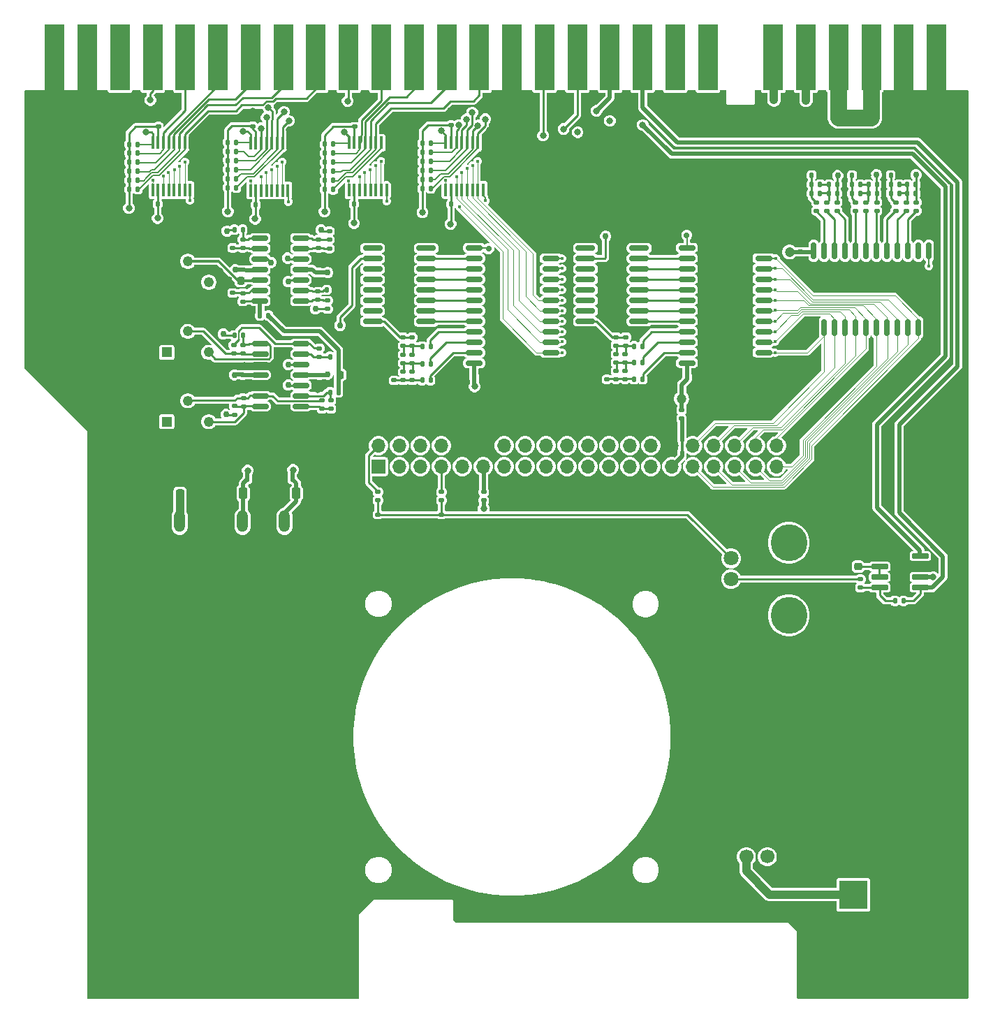
<source format=gbr>
%TF.GenerationSoftware,KiCad,Pcbnew,9.0.3*%
%TF.CreationDate,2025-07-10T15:06:49-06:00*%
%TF.ProjectId,mister-vector,6d697374-6572-42d7-9665-63746f722e6b,rev?*%
%TF.SameCoordinates,Original*%
%TF.FileFunction,Copper,L1,Top*%
%TF.FilePolarity,Positive*%
%FSLAX46Y46*%
G04 Gerber Fmt 4.6, Leading zero omitted, Abs format (unit mm)*
G04 Created by KiCad (PCBNEW 9.0.3) date 2025-07-10 15:06:49*
%MOMM*%
%LPD*%
G01*
G04 APERTURE LIST*
G04 Aperture macros list*
%AMRoundRect*
0 Rectangle with rounded corners*
0 $1 Rounding radius*
0 $2 $3 $4 $5 $6 $7 $8 $9 X,Y pos of 4 corners*
0 Add a 4 corners polygon primitive as box body*
4,1,4,$2,$3,$4,$5,$6,$7,$8,$9,$2,$3,0*
0 Add four circle primitives for the rounded corners*
1,1,$1+$1,$2,$3*
1,1,$1+$1,$4,$5*
1,1,$1+$1,$6,$7*
1,1,$1+$1,$8,$9*
0 Add four rect primitives between the rounded corners*
20,1,$1+$1,$2,$3,$4,$5,0*
20,1,$1+$1,$4,$5,$6,$7,0*
20,1,$1+$1,$6,$7,$8,$9,0*
20,1,$1+$1,$8,$9,$2,$3,0*%
G04 Aperture macros list end*
%TA.AperFunction,ComponentPad*%
%ADD10C,1.800000*%
%TD*%
%TA.AperFunction,ComponentPad*%
%ADD11C,4.460000*%
%TD*%
%TA.AperFunction,SMDPad,CuDef*%
%ADD12RoundRect,0.150000X0.150000X-0.875000X0.150000X0.875000X-0.150000X0.875000X-0.150000X-0.875000X0*%
%TD*%
%TA.AperFunction,SMDPad,CuDef*%
%ADD13RoundRect,0.150000X0.825000X0.150000X-0.825000X0.150000X-0.825000X-0.150000X0.825000X-0.150000X0*%
%TD*%
%TA.AperFunction,SMDPad,CuDef*%
%ADD14RoundRect,0.135000X0.185000X-0.135000X0.185000X0.135000X-0.185000X0.135000X-0.185000X-0.135000X0*%
%TD*%
%TA.AperFunction,SMDPad,CuDef*%
%ADD15RoundRect,0.140000X0.170000X-0.140000X0.170000X0.140000X-0.170000X0.140000X-0.170000X-0.140000X0*%
%TD*%
%TA.AperFunction,SMDPad,CuDef*%
%ADD16RoundRect,0.135000X-0.185000X0.135000X-0.185000X-0.135000X0.185000X-0.135000X0.185000X0.135000X0*%
%TD*%
%TA.AperFunction,ComponentPad*%
%ADD17C,0.800000*%
%TD*%
%TA.AperFunction,ComponentPad*%
%ADD18C,6.000000*%
%TD*%
%TA.AperFunction,SMDPad,CuDef*%
%ADD19RoundRect,0.135000X0.135000X0.185000X-0.135000X0.185000X-0.135000X-0.185000X0.135000X-0.185000X0*%
%TD*%
%TA.AperFunction,SMDPad,CuDef*%
%ADD20RoundRect,0.135000X-0.135000X-0.185000X0.135000X-0.185000X0.135000X0.185000X-0.135000X0.185000X0*%
%TD*%
%TA.AperFunction,SMDPad,CuDef*%
%ADD21RoundRect,0.140000X0.140000X0.170000X-0.140000X0.170000X-0.140000X-0.170000X0.140000X-0.170000X0*%
%TD*%
%TA.AperFunction,ComponentPad*%
%ADD22R,3.500000X3.500000*%
%TD*%
%TA.AperFunction,ComponentPad*%
%ADD23RoundRect,0.750000X0.750000X1.000000X-0.750000X1.000000X-0.750000X-1.000000X0.750000X-1.000000X0*%
%TD*%
%TA.AperFunction,ComponentPad*%
%ADD24RoundRect,0.875000X0.875000X0.875000X-0.875000X0.875000X-0.875000X-0.875000X0.875000X-0.875000X0*%
%TD*%
%TA.AperFunction,SMDPad,CuDef*%
%ADD25RoundRect,0.225000X0.250000X-0.225000X0.250000X0.225000X-0.250000X0.225000X-0.250000X-0.225000X0*%
%TD*%
%TA.AperFunction,SMDPad,CuDef*%
%ADD26RoundRect,0.051250X0.153750X-0.733750X0.153750X0.733750X-0.153750X0.733750X-0.153750X-0.733750X0*%
%TD*%
%TA.AperFunction,ComponentPad*%
%ADD27R,1.700000X1.700000*%
%TD*%
%TA.AperFunction,ComponentPad*%
%ADD28C,1.700000*%
%TD*%
%TA.AperFunction,ComponentPad*%
%ADD29O,1.320800X2.641600*%
%TD*%
%TA.AperFunction,SMDPad,CuDef*%
%ADD30RoundRect,0.150000X1.050000X0.150000X-1.050000X0.150000X-1.050000X-0.150000X1.050000X-0.150000X0*%
%TD*%
%TA.AperFunction,SMDPad,CuDef*%
%ADD31RoundRect,0.150000X0.875000X0.150000X-0.875000X0.150000X-0.875000X-0.150000X0.875000X-0.150000X0*%
%TD*%
%TA.AperFunction,SMDPad,CuDef*%
%ADD32RoundRect,0.140000X-0.170000X0.140000X-0.170000X-0.140000X0.170000X-0.140000X0.170000X0.140000X0*%
%TD*%
%TA.AperFunction,SMDPad,CuDef*%
%ADD33RoundRect,0.250000X-0.250000X-0.475000X0.250000X-0.475000X0.250000X0.475000X-0.250000X0.475000X0*%
%TD*%
%TA.AperFunction,ComponentPad*%
%ADD34R,1.222000X1.222000*%
%TD*%
%TA.AperFunction,ComponentPad*%
%ADD35C,1.222000*%
%TD*%
%TA.AperFunction,SMDPad,CuDef*%
%ADD36RoundRect,0.250000X0.250000X0.475000X-0.250000X0.475000X-0.250000X-0.475000X0.250000X-0.475000X0*%
%TD*%
%TA.AperFunction,SMDPad,CuDef*%
%ADD37RoundRect,0.225000X0.225000X0.250000X-0.225000X0.250000X-0.225000X-0.250000X0.225000X-0.250000X0*%
%TD*%
%TA.AperFunction,SMDPad,CuDef*%
%ADD38RoundRect,0.225000X-0.225000X-0.250000X0.225000X-0.250000X0.225000X0.250000X-0.225000X0.250000X0*%
%TD*%
%TA.AperFunction,SMDPad,CuDef*%
%ADD39RoundRect,0.075000X-0.910000X-0.225000X0.910000X-0.225000X0.910000X0.225000X-0.910000X0.225000X0*%
%TD*%
%TA.AperFunction,SMDPad,CuDef*%
%ADD40R,2.350000X8.000000*%
%TD*%
%TA.AperFunction,ComponentPad*%
%ADD41O,1.700000X1.700000*%
%TD*%
%TA.AperFunction,ViaPad*%
%ADD42C,0.800000*%
%TD*%
%TA.AperFunction,ViaPad*%
%ADD43C,1.200000*%
%TD*%
%TA.AperFunction,ViaPad*%
%ADD44C,0.756400*%
%TD*%
%TA.AperFunction,ViaPad*%
%ADD45C,0.400000*%
%TD*%
%TA.AperFunction,ViaPad*%
%ADD46C,0.736600*%
%TD*%
%TA.AperFunction,Conductor*%
%ADD47C,0.500000*%
%TD*%
%TA.AperFunction,Conductor*%
%ADD48C,0.250000*%
%TD*%
%TA.AperFunction,Conductor*%
%ADD49C,1.000000*%
%TD*%
%TA.AperFunction,Conductor*%
%ADD50C,2.000000*%
%TD*%
%TA.AperFunction,Conductor*%
%ADD51C,0.100000*%
%TD*%
%TA.AperFunction,Conductor*%
%ADD52C,0.200000*%
%TD*%
%TA.AperFunction,Conductor*%
%ADD53C,0.150000*%
%TD*%
%TA.AperFunction,Conductor*%
%ADD54C,0.304800*%
%TD*%
%TA.AperFunction,Conductor*%
%ADD55C,0.254000*%
%TD*%
%TA.AperFunction,Conductor*%
%ADD56C,0.300000*%
%TD*%
G04 APERTURE END LIST*
D10*
%TO.P,VR4,1,1*%
%TO.N,Net-(C40-Pad2)*%
X133808000Y-104731000D03*
%TO.P,VR4,2,2*%
%TO.N,Net-(R99-Pad2)*%
X133808000Y-107231000D03*
%TO.P,VR4,3,3*%
%TO.N,GND*%
X133808000Y-109731000D03*
D11*
%TO.P,VR4,4*%
%TO.N,N/C*%
X140808000Y-102831000D03*
%TO.P,VR4,5*%
X140808000Y-111631000D03*
%TD*%
D12*
%TO.P,U8,1,\u002AOE*%
%TO.N,GND*%
X143833000Y-76736000D03*
%TO.P,U8,2,1D*%
%TO.N,/D0*%
X145103000Y-76736000D03*
%TO.P,U8,3,2D*%
%TO.N,/D1*%
X146373000Y-76736000D03*
%TO.P,U8,4,3D*%
%TO.N,/D2*%
X147643000Y-76736000D03*
%TO.P,U8,5,4D*%
%TO.N,/D3*%
X148913000Y-76736000D03*
%TO.P,U8,6,5D*%
%TO.N,/D4*%
X150183000Y-76736000D03*
%TO.P,U8,7,6D*%
%TO.N,/D5*%
X151453000Y-76736000D03*
%TO.P,U8,8,7D*%
%TO.N,/D6*%
X152723000Y-76736000D03*
%TO.P,U8,9,8D*%
%TO.N,/D7*%
X153993000Y-76736000D03*
%TO.P,U8,10,9D*%
%TO.N,/D8*%
X155263000Y-76736000D03*
%TO.P,U8,11,10D*%
%TO.N,/D9*%
X156533000Y-76736000D03*
%TO.P,U8,12,GND*%
%TO.N,GND*%
X157803000Y-76736000D03*
%TO.P,U8,13,CLK*%
%TO.N,/CLK_RGB*%
X157803000Y-67436000D03*
%TO.P,U8,14,10Q*%
%TO.N,unconnected-(U8-10Q-Pad14)*%
X156533000Y-67436000D03*
%TO.P,U8,15,9Q*%
%TO.N,/Vector DACs/R2R_DAC_B/D2*%
X155263000Y-67436000D03*
%TO.P,U8,16,8Q*%
%TO.N,/Vector DACs/R2R_DAC_B/D1*%
X153993000Y-67436000D03*
%TO.P,U8,17,7Q*%
%TO.N,/Vector DACs/R2R_DAC_B/D0*%
X152723000Y-67436000D03*
%TO.P,U8,18,6Q*%
%TO.N,/Vector DACs/R2R_DAC_G/D2*%
X151453000Y-67436000D03*
%TO.P,U8,19,5Q*%
%TO.N,/Vector DACs/R2R_DAC_G/D1*%
X150183000Y-67436000D03*
%TO.P,U8,20,4Q*%
%TO.N,/Vector DACs/R2R_DAC_G/D0*%
X148913000Y-67436000D03*
%TO.P,U8,21,3Q*%
%TO.N,/Vector DACs/R2R_DAC_R/D2*%
X147643000Y-67436000D03*
%TO.P,U8,22,2Q*%
%TO.N,/Vector DACs/R2R_DAC_R/D1*%
X146373000Y-67436000D03*
%TO.P,U8,23,1Q*%
%TO.N,/Vector DACs/R2R_DAC_R/D0*%
X145103000Y-67436000D03*
%TO.P,U8,24,VCC*%
%TO.N,+3.3V*%
X143833000Y-67436000D03*
%TD*%
D13*
%TO.P,U14,1,OUT*%
%TO.N,Net-(U14A-OUT)*%
X81648000Y-73526000D03*
%TO.P,U14,2,-IN*%
%TO.N,Net-(U14A--IN)*%
X81648000Y-72256000D03*
%TO.P,U14,3,+IN*%
%TO.N,/Vector Amplifiers/DAC_G*%
X81648000Y-70986000D03*
%TO.P,U14,4,V+*%
%TO.N,+12V*%
X81648000Y-69716000D03*
%TO.P,U14,5,+IN*%
%TO.N,/Vector Amplifiers/DAC_R*%
X81648000Y-68446000D03*
%TO.P,U14,6,-IN*%
%TO.N,Net-(U14B--IN)*%
X81648000Y-67176000D03*
%TO.P,U14,7,OUT*%
%TO.N,Net-(U14B-OUT)*%
X81648000Y-65906000D03*
%TO.P,U14,8,OUT*%
%TO.N,Net-(U14C-OUT)*%
X76698000Y-65906000D03*
%TO.P,U14,9,-IN*%
%TO.N,Net-(U14C--IN)*%
X76698000Y-67176000D03*
%TO.P,U14,10,+IN*%
%TO.N,/Vector Amplifiers/DAC_B*%
X76698000Y-68446000D03*
%TO.P,U14,11,V-*%
%TO.N,-12V*%
X76698000Y-69716000D03*
%TO.P,U14,12,+IN*%
%TO.N,Net-(U14D-+IN)*%
X76698000Y-70986000D03*
%TO.P,U14,13,-IN*%
%TO.N,Net-(U14D--IN)*%
X76698000Y-72256000D03*
%TO.P,U14,14,OUT*%
%TO.N,Net-(U14D-OUT)*%
X76698000Y-73526000D03*
%TD*%
D14*
%TO.P,R78,1,1*%
%TO.N,Net-(U14C--IN)*%
X74598000Y-67096000D03*
%TO.P,R78,2,2*%
%TO.N,Net-(U14C-OUT)*%
X74598000Y-66076000D03*
%TD*%
D15*
%TO.P,C11,1,1*%
%TO.N,+5V*%
X99838000Y-52222000D03*
%TO.P,C11,2,2*%
%TO.N,GND*%
X99838000Y-51262000D03*
%TD*%
D14*
%TO.P,R81,1,1*%
%TO.N,GND*%
X73398000Y-73576000D03*
%TO.P,R81,2,2*%
%TO.N,Net-(U14D--IN)*%
X73398000Y-72556000D03*
%TD*%
D16*
%TO.P,R1,1*%
%TO.N,/Vector Amplifiers/DAC_B*%
X156283000Y-61582000D03*
%TO.P,R1,2*%
%TO.N,/Vector DACs/R2R_DAC_B/D2*%
X156283000Y-62602000D03*
%TD*%
D17*
%TO.P,H3,1,1*%
%TO.N,GND*%
X157139000Y-92711000D03*
X157798010Y-91120010D03*
X157798010Y-94301990D03*
X159389000Y-90461000D03*
D18*
X159389000Y-92711000D03*
D17*
X159389000Y-94961000D03*
X160979990Y-91120010D03*
X160979990Y-94301990D03*
X161639000Y-92711000D03*
%TD*%
D19*
%TO.P,R48,1*%
%TO.N,/JAMMA_P1_BUTTON1*%
X61865500Y-57794236D03*
%TO.P,R48,2*%
%TO.N,+5V*%
X60845500Y-57794236D03*
%TD*%
%TO.P,R63,1,1*%
%TO.N,/Vector Amplifiers/+VREF*%
X86208000Y-80286000D03*
%TO.P,R63,2,2*%
%TO.N,Net-(U13B--IN)*%
X85188000Y-80286000D03*
%TD*%
%TO.P,R60,1*%
%TO.N,/JAMMA_P2_BUTTON3*%
X73813000Y-55386000D03*
%TO.P,R60,2*%
%TO.N,+5V*%
X72793000Y-55386000D03*
%TD*%
D16*
%TO.P,R82,1,1*%
%TO.N,Net-(U14D--IN)*%
X74598000Y-72576000D03*
%TO.P,R82,2,2*%
%TO.N,Net-(U14D-OUT)*%
X74598000Y-73596000D03*
%TD*%
D20*
%TO.P,R16,1*%
%TO.N,Net-(R13-Pad2)*%
X148473000Y-58292000D03*
%TO.P,R16,2*%
%TO.N,GND*%
X149493000Y-58292000D03*
%TD*%
D21*
%TO.P,C12,1,1*%
%TO.N,+3.3V*%
X76188000Y-61886000D03*
%TO.P,C12,2,2*%
%TO.N,GND*%
X75228000Y-61886000D03*
%TD*%
D16*
%TO.P,R35,1*%
%TO.N,Net-(R35-Pad1)*%
X121064000Y-77901000D03*
%TO.P,R35,2*%
%TO.N,Net-(R35-Pad2)*%
X121064000Y-78921000D03*
%TD*%
D21*
%TO.P,C1,1,1*%
%TO.N,+12V*%
X80628000Y-95148400D03*
%TO.P,C1,2,2*%
%TO.N,GND*%
X79668000Y-95148400D03*
%TD*%
D16*
%TO.P,R62,1,1*%
%TO.N,Net-(U13B-OUT)*%
X73498000Y-78876000D03*
%TO.P,R62,2,2*%
%TO.N,Net-(U13C--IN)*%
X73498000Y-79896000D03*
%TD*%
D21*
%TO.P,C4,1,1*%
%TO.N,GND*%
X76128000Y-95148400D03*
%TO.P,C4,2,2*%
%TO.N,-12V*%
X75168000Y-95148400D03*
%TD*%
D19*
%TO.P,R51,1*%
%TO.N,/JAMMA_P1_D*%
X85575500Y-54528501D03*
%TO.P,R51,2*%
%TO.N,+5V*%
X84555500Y-54528501D03*
%TD*%
%TO.P,R2,1*%
%TO.N,/Vector Amplifiers/DAC_B*%
X156193000Y-60482000D03*
%TO.P,R2,2*%
%TO.N,Net-(R2-Pad2)*%
X155173000Y-60482000D03*
%TD*%
%TO.P,R49,1*%
%TO.N,/JAMMA_P1_R*%
X61865500Y-58894236D03*
%TO.P,R49,2*%
%TO.N,+5V*%
X60845500Y-58894236D03*
%TD*%
D16*
%TO.P,R31,1*%
%TO.N,Net-(R28-Pad2)*%
X95164000Y-82126000D03*
%TO.P,R31,2*%
%TO.N,Net-(R31-Pad2)*%
X95164000Y-83146000D03*
%TD*%
D19*
%TO.P,R45,1*%
%TO.N,/JAMMA_P1_BUTTON4*%
X61865500Y-54544236D03*
%TO.P,R45,2*%
%TO.N,+5V*%
X60845500Y-54544236D03*
%TD*%
D16*
%TO.P,R25,1*%
%TO.N,Net-(R25-Pad1)*%
X95164000Y-77926000D03*
%TO.P,R25,2*%
%TO.N,Net-(R25-Pad2)*%
X95164000Y-78946000D03*
%TD*%
D20*
%TO.P,R43,1*%
%TO.N,Net-(R41-Pad2)*%
X122054000Y-83011000D03*
%TO.P,R43,2*%
%TO.N,/Vector DACs/R2R_DAC_Y/D0*%
X123074000Y-83011000D03*
%TD*%
D14*
%TO.P,R71,1,1*%
%TO.N,Net-(U14B-OUT)*%
X85098000Y-66096000D03*
%TO.P,R71,2,2*%
%TO.N,/JAMMA_VIDEO_R*%
X85098000Y-65076000D03*
%TD*%
D19*
%TO.P,R84,1*%
%TO.N,/JAMMA_P2_BUTTON1*%
X73813000Y-57586000D03*
%TO.P,R84,2*%
%TO.N,+5V*%
X72793000Y-57586000D03*
%TD*%
D22*
%TO.P,J10,1*%
%TO.N,+5V*%
X148630000Y-145486000D03*
D23*
%TO.P,J10,2*%
%TO.N,GND*%
X154630000Y-145486000D03*
D24*
%TO.P,J10,3*%
X151630000Y-140786000D03*
%TD*%
D17*
%TO.P,H2,1,1*%
%TO.N,GND*%
X56682000Y-92711000D03*
X57341010Y-91120010D03*
X57341010Y-94301990D03*
X58932000Y-90461000D03*
D18*
X58932000Y-92711000D03*
D17*
X58932000Y-94961000D03*
X60522990Y-91120010D03*
X60522990Y-94301990D03*
X61182000Y-92711000D03*
%TD*%
D15*
%TO.P,C24,1,1*%
%TO.N,+3.3V*%
X142208000Y-67566000D03*
%TO.P,C24,2,2*%
%TO.N,GND*%
X142208000Y-66606000D03*
%TD*%
D16*
%TO.P,R15,1*%
%TO.N,Net-(R13-Pad2)*%
X148883000Y-61582000D03*
%TO.P,R15,2*%
%TO.N,/Vector DACs/R2R_DAC_G/D0*%
X148883000Y-62602000D03*
%TD*%
D19*
%TO.P,R90,1*%
%TO.N,/JAMMA_P2_COIN*%
X97408000Y-57686000D03*
%TO.P,R90,2*%
%TO.N,+5V*%
X96388000Y-57686000D03*
%TD*%
D14*
%TO.P,R44,1*%
%TO.N,Net-(R41-Pad2)*%
X118764000Y-83021000D03*
%TO.P,R44,2*%
%TO.N,GND*%
X118764000Y-82001000D03*
%TD*%
D19*
%TO.P,R3,1*%
%TO.N,/Vector Amplifiers/DAC_B*%
X156193000Y-59392000D03*
%TO.P,R3,2*%
%TO.N,Net-(R2-Pad2)*%
X155173000Y-59392000D03*
%TD*%
%TO.P,R56,1*%
%TO.N,/Input P1/I11*%
X85575500Y-60028501D03*
%TO.P,R56,2*%
%TO.N,+5V*%
X84555500Y-60028501D03*
%TD*%
%TO.P,R46,1*%
%TO.N,/JAMMA_P1_BUTTON3*%
X61865500Y-55594236D03*
%TO.P,R46,2*%
%TO.N,+5V*%
X60845500Y-55594236D03*
%TD*%
D20*
%TO.P,R37,1*%
%TO.N,Net-(R35-Pad2)*%
X122054000Y-79011000D03*
%TO.P,R37,2*%
%TO.N,/Vector DACs/R2R_DAC_Y/D2*%
X123074000Y-79011000D03*
%TD*%
D16*
%TO.P,R36,1*%
%TO.N,Net-(R35-Pad1)*%
X119864000Y-77901000D03*
%TO.P,R36,2*%
%TO.N,Net-(R35-Pad2)*%
X119864000Y-78921000D03*
%TD*%
D19*
%TO.P,R76,1,1*%
%TO.N,GND*%
X85808000Y-72186000D03*
%TO.P,R76,2,2*%
%TO.N,Net-(U14A--IN)*%
X84788000Y-72186000D03*
%TD*%
%TO.P,R11,1*%
%TO.N,/Vector Amplifiers/DAC_G*%
X151493000Y-59392000D03*
%TO.P,R11,2*%
%TO.N,Net-(R10-Pad2)*%
X150473000Y-59392000D03*
%TD*%
D25*
%TO.P,C47,1*%
%TO.N,Net-(U12-+IN)*%
X149208000Y-105736000D03*
%TO.P,C47,2*%
%TO.N,GND*%
X149208000Y-104186000D03*
%TD*%
D15*
%TO.P,C40,1*%
%TO.N,GND*%
X91008000Y-100366000D03*
%TO.P,C40,2*%
%TO.N,Net-(C40-Pad2)*%
X91008000Y-99406000D03*
%TD*%
D16*
%TO.P,R17,1*%
%TO.N,/Vector Amplifiers/DAC_R*%
X146683000Y-61582000D03*
%TO.P,R17,2*%
%TO.N,/Vector DACs/R2R_DAC_R/D2*%
X146683000Y-62602000D03*
%TD*%
D15*
%TO.P,C7,1,1*%
%TO.N,+5V*%
X88165500Y-52408501D03*
%TO.P,C7,2,2*%
%TO.N,GND*%
X88165500Y-51448501D03*
%TD*%
D19*
%TO.P,R13,1*%
%TO.N,Net-(R10-Pad2)*%
X149493000Y-60492000D03*
%TO.P,R13,2*%
%TO.N,Net-(R13-Pad2)*%
X148473000Y-60492000D03*
%TD*%
D16*
%TO.P,R98,1*%
%TO.N,/AUDIO_L*%
X91008000Y-96676000D03*
%TO.P,R98,2*%
%TO.N,Net-(C40-Pad2)*%
X91008000Y-97696000D03*
%TD*%
D26*
%TO.P,U10,1,A1*%
%TO.N,/D0*%
X99213000Y-60056000D03*
%TO.P,U10,2,VCCA*%
%TO.N,+3.3V*%
X99863000Y-60056000D03*
%TO.P,U10,3,A2*%
%TO.N,/D1*%
X100513000Y-60056000D03*
%TO.P,U10,4,A3*%
%TO.N,/D2*%
X101163000Y-60056000D03*
%TO.P,U10,5,A4*%
%TO.N,/D3*%
X101813000Y-60056000D03*
%TO.P,U10,6,A5*%
%TO.N,/D4*%
X102463000Y-60056000D03*
%TO.P,U10,7,A6*%
%TO.N,/D5*%
X103113000Y-60056000D03*
%TO.P,U10,8,OE*%
%TO.N,/CLK_P21*%
X103763000Y-60056000D03*
%TO.P,U10,9,GND*%
%TO.N,GND*%
X103763000Y-54316000D03*
%TO.P,U10,10,B6*%
%TO.N,/JAMMA_SERVICE*%
X103113000Y-54316000D03*
%TO.P,U10,11,B5*%
%TO.N,/JAMMA_TILT*%
X102463000Y-54316000D03*
%TO.P,U10,12,B4*%
%TO.N,/JAMMA_P2_COIN*%
X101813000Y-54316000D03*
%TO.P,U10,13,B3*%
%TO.N,/JAMMA_P2_START*%
X101163000Y-54316000D03*
%TO.P,U10,14,B2*%
%TO.N,/JAMMA_P2_U*%
X100513000Y-54316000D03*
%TO.P,U10,15,VCCB*%
%TO.N,+5V*%
X99863000Y-54316000D03*
%TO.P,U10,16,B1*%
%TO.N,/JAMMA_P2_D*%
X99213000Y-54316000D03*
%TD*%
D14*
%TO.P,R65,1,1*%
%TO.N,Net-(U13C--IN)*%
X74598000Y-79896000D03*
%TO.P,R65,2,2*%
%TO.N,Net-(U13C-OUT)*%
X74598000Y-78876000D03*
%TD*%
D15*
%TO.P,C6,1,1*%
%TO.N,+5V*%
X64365500Y-52394236D03*
%TO.P,C6,2,2*%
%TO.N,GND*%
X64365500Y-51434236D03*
%TD*%
D19*
%TO.P,R14,1*%
%TO.N,Net-(R10-Pad2)*%
X149493000Y-59392000D03*
%TO.P,R14,2*%
%TO.N,Net-(R13-Pad2)*%
X148473000Y-59392000D03*
%TD*%
D16*
%TO.P,R9,1*%
%TO.N,/Vector Amplifiers/DAC_G*%
X151483000Y-61582000D03*
%TO.P,R9,2*%
%TO.N,/Vector DACs/R2R_DAC_G/D2*%
X151483000Y-62602000D03*
%TD*%
%TO.P,R23,1*%
%TO.N,Net-(R21-Pad2)*%
X144183000Y-61582000D03*
%TO.P,R23,2*%
%TO.N,/Vector DACs/R2R_DAC_R/D0*%
X144183000Y-62602000D03*
%TD*%
D20*
%TO.P,R8,1*%
%TO.N,Net-(R5-Pad2)*%
X153173000Y-58292000D03*
%TO.P,R8,2*%
%TO.N,GND*%
X154193000Y-58292000D03*
%TD*%
D19*
%TO.P,R19,1*%
%TO.N,/Vector Amplifiers/DAC_R*%
X146693000Y-59392000D03*
%TO.P,R19,2*%
%TO.N,Net-(R18-Pad2)*%
X145673000Y-59392000D03*
%TD*%
%TO.P,R5,1*%
%TO.N,Net-(R2-Pad2)*%
X154193000Y-60492000D03*
%TO.P,R5,2*%
%TO.N,Net-(R5-Pad2)*%
X153173000Y-60492000D03*
%TD*%
D26*
%TO.P,U5,1,A1*%
%TO.N,/D0*%
X87490500Y-60098501D03*
%TO.P,U5,2,VCCA*%
%TO.N,+3.3V*%
X88140500Y-60098501D03*
%TO.P,U5,3,A2*%
%TO.N,/D1*%
X88790500Y-60098501D03*
%TO.P,U5,4,A3*%
%TO.N,/D2*%
X89440500Y-60098501D03*
%TO.P,U5,5,A4*%
%TO.N,/D3*%
X90090500Y-60098501D03*
%TO.P,U5,6,A5*%
%TO.N,/D4*%
X90740500Y-60098501D03*
%TO.P,U5,7,A6*%
%TO.N,/D5*%
X91390500Y-60098501D03*
%TO.P,U5,8,OE*%
%TO.N,/CLK_P11*%
X92040500Y-60098501D03*
%TO.P,U5,9,GND*%
%TO.N,GND*%
X92040500Y-54358501D03*
%TO.P,U5,10,B6*%
%TO.N,/Input P1/I11*%
X91390500Y-54358501D03*
%TO.P,U5,11,B5*%
%TO.N,/JAMMA_TEST*%
X90740500Y-54358501D03*
%TO.P,U5,12,B4*%
%TO.N,/JAMMA_P1_COIN*%
X90090500Y-54358501D03*
%TO.P,U5,13,B3*%
%TO.N,/JAMMA_P1_START*%
X89440500Y-54358501D03*
%TO.P,U5,14,B2*%
%TO.N,/JAMMA_P1_U*%
X88790500Y-54358501D03*
%TO.P,U5,15,VCCB*%
%TO.N,+5V*%
X88140500Y-54358501D03*
%TO.P,U5,16,B1*%
%TO.N,/JAMMA_P1_D*%
X87490500Y-54358501D03*
%TD*%
D15*
%TO.P,C41,1*%
%TO.N,GND*%
X98708000Y-100366000D03*
%TO.P,C41,2*%
%TO.N,Net-(C40-Pad2)*%
X98708000Y-99406000D03*
%TD*%
D14*
%TO.P,R99,1*%
%TO.N,Net-(U12--IN)*%
X149508000Y-108271000D03*
%TO.P,R99,2*%
%TO.N,Net-(R99-Pad2)*%
X149508000Y-107251000D03*
%TD*%
D27*
%TO.P,J100,1,Pin_1*%
%TO.N,GND*%
X133128000Y-140886000D03*
D28*
%TO.P,J100,2,Pin_2*%
%TO.N,+5V*%
X135668000Y-140886000D03*
%TO.P,J100,3,Pin_3*%
%TO.N,unconnected-(J100-Pin_3-Pad3)*%
X138208000Y-140886000D03*
%TD*%
D19*
%TO.P,R73,1,1*%
%TO.N,Net-(U14C-OUT)*%
X74608000Y-64886000D03*
%TO.P,R73,2,2*%
%TO.N,/JAMMA_VIDEO_B*%
X73588000Y-64886000D03*
%TD*%
D26*
%TO.P,U4,1,A1*%
%TO.N,/D0*%
X63690500Y-60084236D03*
%TO.P,U4,2,VCCA*%
%TO.N,+3.3V*%
X64340500Y-60084236D03*
%TO.P,U4,3,A2*%
%TO.N,/D1*%
X64990500Y-60084236D03*
%TO.P,U4,4,A3*%
%TO.N,/D2*%
X65640500Y-60084236D03*
%TO.P,U4,5,A4*%
%TO.N,/D3*%
X66290500Y-60084236D03*
%TO.P,U4,6,A5*%
%TO.N,/D4*%
X66940500Y-60084236D03*
%TO.P,U4,7,A6*%
%TO.N,/D5*%
X67590500Y-60084236D03*
%TO.P,U4,8,OE*%
%TO.N,/CLK_P10*%
X68240500Y-60084236D03*
%TO.P,U4,9,GND*%
%TO.N,GND*%
X68240500Y-54344236D03*
%TO.P,U4,10,B6*%
%TO.N,/JAMMA_P1_L*%
X67590500Y-54344236D03*
%TO.P,U4,11,B5*%
%TO.N,/JAMMA_P1_R*%
X66940500Y-54344236D03*
%TO.P,U4,12,B4*%
%TO.N,/JAMMA_P1_BUTTON1*%
X66290500Y-54344236D03*
%TO.P,U4,13,B3*%
%TO.N,/JAMMA_P1_BUTTON2*%
X65640500Y-54344236D03*
%TO.P,U4,14,B2*%
%TO.N,/JAMMA_P1_BUTTON3*%
X64990500Y-54344236D03*
%TO.P,U4,15,VCCB*%
%TO.N,+5V*%
X64340500Y-54344236D03*
%TO.P,U4,16,B1*%
%TO.N,/JAMMA_P1_BUTTON4*%
X63690500Y-54344236D03*
%TD*%
D29*
%TO.P,U1,1,+VIN*%
%TO.N,+5V*%
X66948000Y-100247000D03*
%TO.P,U1,2,-VIN*%
%TO.N,GND*%
X69488000Y-100247000D03*
%TO.P,U1,4,-VOUT*%
%TO.N,-12V*%
X74568000Y-100247000D03*
%TO.P,U1,5,COM*%
%TO.N,GND*%
X77108000Y-100247000D03*
%TO.P,U1,6,+VOUT*%
%TO.N,+12V*%
X79648000Y-100247000D03*
%TD*%
D20*
%TO.P,R27,1*%
%TO.N,Net-(R25-Pad2)*%
X96354000Y-79036000D03*
%TO.P,R27,2*%
%TO.N,/Vector DACs/R2R_DAC_X/D2*%
X97374000Y-79036000D03*
%TD*%
D15*
%TO.P,C10,1,1*%
%TO.N,+5V*%
X75808000Y-52366000D03*
%TO.P,C10,2,2*%
%TO.N,GND*%
X75808000Y-51406000D03*
%TD*%
D16*
%TO.P,R70,1,1*%
%TO.N,Net-(U13A--IN)*%
X85298000Y-85576000D03*
%TO.P,R70,2,2*%
%TO.N,Net-(U13A-OUT)*%
X85298000Y-86596000D03*
%TD*%
D19*
%TO.P,R50,1*%
%TO.N,/JAMMA_P1_L*%
X61865500Y-59994236D03*
%TO.P,R50,2*%
%TO.N,+5V*%
X60845500Y-59994236D03*
%TD*%
D14*
%TO.P,R67,1,1*%
%TO.N,Net-(U13A-OUT)*%
X84198000Y-86596000D03*
%TO.P,R67,2,2*%
%TO.N,Net-(U13D--IN)*%
X84198000Y-85576000D03*
%TD*%
D17*
%TO.P,H4,1,1*%
%TO.N,GND*%
X56682000Y-154941000D03*
X57341010Y-153350010D03*
X57341010Y-156531990D03*
X58932000Y-152691000D03*
D18*
X58932000Y-154941000D03*
D17*
X58932000Y-157191000D03*
X60522990Y-153350010D03*
X60522990Y-156531990D03*
X61182000Y-154941000D03*
%TD*%
D14*
%TO.P,R34,1*%
%TO.N,Net-(R31-Pad2)*%
X92964000Y-83146000D03*
%TO.P,R34,2*%
%TO.N,GND*%
X92964000Y-82126000D03*
%TD*%
D16*
%TO.P,R57,1*%
%TO.N,+3.3V*%
X127808000Y-86776000D03*
%TO.P,R57,2*%
%TO.N,Net-(J7-Pad29)*%
X127808000Y-87796000D03*
%TD*%
%TO.P,R79,1,1*%
%TO.N,Net-(U14A--IN)*%
X83698000Y-72376000D03*
%TO.P,R79,2,2*%
%TO.N,Net-(U14A-OUT)*%
X83698000Y-73396000D03*
%TD*%
D19*
%TO.P,R86,1*%
%TO.N,/JAMMA_P2_L*%
X73813000Y-59786000D03*
%TO.P,R86,2*%
%TO.N,+5V*%
X72793000Y-59786000D03*
%TD*%
%TO.P,R101,1*%
%TO.N,/JAMMA_SPEAKER+*%
X154718000Y-109886000D03*
%TO.P,R101,2*%
%TO.N,Net-(U12--IN)*%
X153698000Y-109886000D03*
%TD*%
D30*
%TO.P,U3,1*%
%TO.N,/Vector DACs/R2R_DAC_Y/D3*%
X122658000Y-76006000D03*
%TO.P,U3,2*%
%TO.N,/Vector DACs/R2R_DAC_Y/D4*%
X122658000Y-74736000D03*
%TO.P,U3,3*%
%TO.N,/Vector DACs/R2R_DAC_Y/D5*%
X122658000Y-73466000D03*
%TO.P,U3,4*%
%TO.N,/Vector DACs/R2R_DAC_Y/D6*%
X122658000Y-72196000D03*
%TO.P,U3,5*%
%TO.N,/Vector DACs/R2R_DAC_Y/D7*%
X122658000Y-70926000D03*
%TO.P,U3,6*%
%TO.N,/Vector DACs/R2R_DAC_Y/D8*%
X122658000Y-69656000D03*
%TO.P,U3,7*%
%TO.N,/Vector DACs/R2R_DAC_Y/D9*%
X122658000Y-68386000D03*
%TO.P,U3,8*%
%TO.N,unconnected-(U3-Pad8)*%
X122658000Y-67116000D03*
%TO.P,U3,9*%
%TO.N,unconnected-(U3-Pad9)*%
X116158000Y-67116000D03*
%TO.P,U3,10*%
%TO.N,/Vector Amplifiers/DAC_Y*%
X116158000Y-68386000D03*
%TO.P,U3,11*%
%TO.N,unconnected-(U3-Pad11)*%
X116158000Y-69656000D03*
%TO.P,U3,12*%
%TO.N,unconnected-(U3-Pad12)*%
X116158000Y-70926000D03*
%TO.P,U3,13*%
%TO.N,unconnected-(U3-Pad13)*%
X116158000Y-72196000D03*
%TO.P,U3,14*%
%TO.N,unconnected-(U3-Pad14)*%
X116158000Y-73466000D03*
%TO.P,U3,15*%
%TO.N,unconnected-(U3-Pad15)*%
X116158000Y-74736000D03*
%TO.P,U3,16*%
%TO.N,Net-(R35-Pad1)*%
X116158000Y-76006000D03*
%TD*%
D31*
%TO.P,U9,1,\u002AOE*%
%TO.N,GND*%
X137758000Y-81046000D03*
%TO.P,U9,2,1D*%
%TO.N,/D0*%
X137758000Y-79776000D03*
%TO.P,U9,3,2D*%
%TO.N,/D1*%
X137758000Y-78506000D03*
%TO.P,U9,4,3D*%
%TO.N,/D2*%
X137758000Y-77236000D03*
%TO.P,U9,5,4D*%
%TO.N,/D3*%
X137758000Y-75966000D03*
%TO.P,U9,6,5D*%
%TO.N,/D4*%
X137758000Y-74696000D03*
%TO.P,U9,7,6D*%
%TO.N,/D5*%
X137758000Y-73426000D03*
%TO.P,U9,8,7D*%
%TO.N,/D6*%
X137758000Y-72156000D03*
%TO.P,U9,9,8D*%
%TO.N,/D7*%
X137758000Y-70886000D03*
%TO.P,U9,10,9D*%
%TO.N,/D8*%
X137758000Y-69616000D03*
%TO.P,U9,11,10D*%
%TO.N,/D9*%
X137758000Y-68346000D03*
%TO.P,U9,12,GND*%
%TO.N,GND*%
X137758000Y-67076000D03*
%TO.P,U9,13,CLK*%
%TO.N,/CLK_Y*%
X128458000Y-67076000D03*
%TO.P,U9,14,10Q*%
%TO.N,/Vector DACs/R2R_DAC_Y/D9*%
X128458000Y-68346000D03*
%TO.P,U9,15,9Q*%
%TO.N,/Vector DACs/R2R_DAC_Y/D8*%
X128458000Y-69616000D03*
%TO.P,U9,16,8Q*%
%TO.N,/Vector DACs/R2R_DAC_Y/D7*%
X128458000Y-70886000D03*
%TO.P,U9,17,7Q*%
%TO.N,/Vector DACs/R2R_DAC_Y/D6*%
X128458000Y-72156000D03*
%TO.P,U9,18,6Q*%
%TO.N,/Vector DACs/R2R_DAC_Y/D5*%
X128458000Y-73426000D03*
%TO.P,U9,19,5Q*%
%TO.N,/Vector DACs/R2R_DAC_Y/D4*%
X128458000Y-74696000D03*
%TO.P,U9,20,4Q*%
%TO.N,/Vector DACs/R2R_DAC_Y/D3*%
X128458000Y-75966000D03*
%TO.P,U9,21,3Q*%
%TO.N,/Vector DACs/R2R_DAC_Y/D2*%
X128458000Y-77236000D03*
%TO.P,U9,22,2Q*%
%TO.N,/Vector DACs/R2R_DAC_Y/D1*%
X128458000Y-78506000D03*
%TO.P,U9,23,1Q*%
%TO.N,/Vector DACs/R2R_DAC_Y/D0*%
X128458000Y-79776000D03*
%TO.P,U9,24,VCC*%
%TO.N,+3.3V*%
X128458000Y-81046000D03*
%TD*%
D16*
%TO.P,R26,1*%
%TO.N,Net-(R25-Pad1)*%
X94064000Y-77926000D03*
%TO.P,R26,2*%
%TO.N,Net-(R25-Pad2)*%
X94064000Y-78946000D03*
%TD*%
%TO.P,R72,1,1*%
%TO.N,Net-(U14A-OUT)*%
X84898000Y-73476000D03*
%TO.P,R72,2,2*%
%TO.N,/JAMMA_VIDEO_G*%
X84898000Y-74496000D03*
%TD*%
D32*
%TO.P,C21,1*%
%TO.N,GND*%
X74608000Y-68806000D03*
%TO.P,C21,2*%
%TO.N,-12V*%
X74608000Y-69766000D03*
%TD*%
D19*
%TO.P,R54,1*%
%TO.N,/JAMMA_P1_COIN*%
X85575500Y-57828501D03*
%TO.P,R54,2*%
%TO.N,+5V*%
X84555500Y-57828501D03*
%TD*%
D15*
%TO.P,C18,1*%
%TO.N,GND*%
X83908000Y-83466000D03*
%TO.P,C18,2*%
%TO.N,+12V*%
X83908000Y-82506000D03*
%TD*%
D19*
%TO.P,R21,1*%
%TO.N,Net-(R18-Pad2)*%
X144593000Y-60492000D03*
%TO.P,R21,2*%
%TO.N,Net-(R21-Pad2)*%
X143573000Y-60492000D03*
%TD*%
D14*
%TO.P,R58,1*%
%TO.N,+5V*%
X103808000Y-97696000D03*
%TO.P,R58,2*%
%TO.N,Net-(J7-Pad11)*%
X103808000Y-96676000D03*
%TD*%
D16*
%TO.P,R4,1*%
%TO.N,Net-(R2-Pad2)*%
X155083000Y-61582000D03*
%TO.P,R4,2*%
%TO.N,/Vector DACs/R2R_DAC_B/D1*%
X155083000Y-62602000D03*
%TD*%
D19*
%TO.P,R53,1*%
%TO.N,/JAMMA_P1_START*%
X85575500Y-56728501D03*
%TO.P,R53,2*%
%TO.N,+5V*%
X84555500Y-56728501D03*
%TD*%
D14*
%TO.P,R74,1,1*%
%TO.N,GND*%
X85098000Y-68206000D03*
%TO.P,R74,2,2*%
%TO.N,Net-(U14B--IN)*%
X85098000Y-67186000D03*
%TD*%
D33*
%TO.P,C3,1*%
%TO.N,+5V*%
X66998000Y-97048400D03*
%TO.P,C3,2*%
%TO.N,GND*%
X68898000Y-97048400D03*
%TD*%
D19*
%TO.P,R10,1*%
%TO.N,/Vector Amplifiers/DAC_G*%
X151493000Y-60492000D03*
%TO.P,R10,2*%
%TO.N,Net-(R10-Pad2)*%
X150473000Y-60492000D03*
%TD*%
D20*
%TO.P,R30,1*%
%TO.N,Net-(R28-Pad2)*%
X96354000Y-81136000D03*
%TO.P,R30,2*%
%TO.N,/Vector DACs/R2R_DAC_X/D1*%
X97374000Y-81136000D03*
%TD*%
D19*
%TO.P,R87,1*%
%TO.N,/JAMMA_P2_D*%
X97408000Y-54386000D03*
%TO.P,R87,2*%
%TO.N,+5V*%
X96388000Y-54386000D03*
%TD*%
D20*
%TO.P,R33,1*%
%TO.N,Net-(R31-Pad2)*%
X96354000Y-83136000D03*
%TO.P,R33,2*%
%TO.N,/Vector DACs/R2R_DAC_X/D0*%
X97374000Y-83136000D03*
%TD*%
D19*
%TO.P,R18,1*%
%TO.N,/Vector Amplifiers/DAC_R*%
X146693000Y-60492000D03*
%TO.P,R18,2*%
%TO.N,Net-(R18-Pad2)*%
X145673000Y-60492000D03*
%TD*%
D16*
%TO.P,R38,1*%
%TO.N,Net-(R35-Pad2)*%
X120964000Y-80001000D03*
%TO.P,R38,2*%
%TO.N,Net-(R38-Pad2)*%
X120964000Y-81021000D03*
%TD*%
%TO.P,R39,1*%
%TO.N,Net-(R35-Pad2)*%
X119864000Y-80001000D03*
%TO.P,R39,2*%
%TO.N,Net-(R38-Pad2)*%
X119864000Y-81021000D03*
%TD*%
D19*
%TO.P,R52,1*%
%TO.N,/JAMMA_P1_U*%
X85575500Y-55628501D03*
%TO.P,R52,2*%
%TO.N,+5V*%
X84555500Y-55628501D03*
%TD*%
D20*
%TO.P,R40,1*%
%TO.N,Net-(R38-Pad2)*%
X122054000Y-81011000D03*
%TO.P,R40,2*%
%TO.N,/Vector DACs/R2R_DAC_Y/D1*%
X123074000Y-81011000D03*
%TD*%
D21*
%TO.P,C9,1,1*%
%TO.N,+3.3V*%
X88088000Y-61786000D03*
%TO.P,C9,2,2*%
%TO.N,GND*%
X87128000Y-61786000D03*
%TD*%
D34*
%TO.P,VR3,1*%
%TO.N,unconnected-(VR3-Pad1)*%
X65402500Y-88156000D03*
D35*
%TO.P,VR3,2*%
%TO.N,Net-(U13D--IN)*%
X67942500Y-85616000D03*
%TO.P,VR3,3*%
%TO.N,Net-(U13D-OUT)*%
X70482500Y-88156000D03*
%TD*%
D19*
%TO.P,R6,1*%
%TO.N,Net-(R2-Pad2)*%
X154193000Y-59392000D03*
%TO.P,R6,2*%
%TO.N,Net-(R5-Pad2)*%
X153173000Y-59392000D03*
%TD*%
D34*
%TO.P,VR2,1*%
%TO.N,unconnected-(VR2-Pad1)*%
X65402500Y-79756000D03*
D35*
%TO.P,VR2,2*%
%TO.N,Net-(U13C--IN)*%
X67942500Y-77216000D03*
%TO.P,VR2,3*%
%TO.N,Net-(U13C-OUT)*%
X70482500Y-79756000D03*
%TD*%
D16*
%TO.P,R66,1,1*%
%TO.N,Net-(U13D-OUT)*%
X73598000Y-86276000D03*
%TO.P,R66,2,2*%
%TO.N,/JAMMA_PIN_11(Y)*%
X73598000Y-87296000D03*
%TD*%
D31*
%TO.P,U7,1,\u002AOE*%
%TO.N,GND*%
X111958000Y-81071000D03*
%TO.P,U7,2,1D*%
%TO.N,/D0*%
X111958000Y-79801000D03*
%TO.P,U7,3,2D*%
%TO.N,/D1*%
X111958000Y-78531000D03*
%TO.P,U7,4,3D*%
%TO.N,/D2*%
X111958000Y-77261000D03*
%TO.P,U7,5,4D*%
%TO.N,/D3*%
X111958000Y-75991000D03*
%TO.P,U7,6,5D*%
%TO.N,/D4*%
X111958000Y-74721000D03*
%TO.P,U7,7,6D*%
%TO.N,/D5*%
X111958000Y-73451000D03*
%TO.P,U7,8,7D*%
%TO.N,/D6*%
X111958000Y-72181000D03*
%TO.P,U7,9,8D*%
%TO.N,/D7*%
X111958000Y-70911000D03*
%TO.P,U7,10,9D*%
%TO.N,/D8*%
X111958000Y-69641000D03*
%TO.P,U7,11,10D*%
%TO.N,/D9*%
X111958000Y-68371000D03*
%TO.P,U7,12,GND*%
%TO.N,GND*%
X111958000Y-67101000D03*
%TO.P,U7,13,CLK*%
%TO.N,/CLK_X*%
X102658000Y-67101000D03*
%TO.P,U7,14,10Q*%
%TO.N,/Vector DACs/R2R_DAC_X/D9*%
X102658000Y-68371000D03*
%TO.P,U7,15,9Q*%
%TO.N,/Vector DACs/R2R_DAC_X/D8*%
X102658000Y-69641000D03*
%TO.P,U7,16,8Q*%
%TO.N,/Vector DACs/R2R_DAC_X/D7*%
X102658000Y-70911000D03*
%TO.P,U7,17,7Q*%
%TO.N,/Vector DACs/R2R_DAC_X/D6*%
X102658000Y-72181000D03*
%TO.P,U7,18,6Q*%
%TO.N,/Vector DACs/R2R_DAC_X/D5*%
X102658000Y-73451000D03*
%TO.P,U7,19,5Q*%
%TO.N,/Vector DACs/R2R_DAC_X/D4*%
X102658000Y-74721000D03*
%TO.P,U7,20,4Q*%
%TO.N,/Vector DACs/R2R_DAC_X/D3*%
X102658000Y-75991000D03*
%TO.P,U7,21,3Q*%
%TO.N,/Vector DACs/R2R_DAC_X/D2*%
X102658000Y-77261000D03*
%TO.P,U7,22,2Q*%
%TO.N,/Vector DACs/R2R_DAC_X/D1*%
X102658000Y-78531000D03*
%TO.P,U7,23,1Q*%
%TO.N,/Vector DACs/R2R_DAC_X/D0*%
X102658000Y-79801000D03*
%TO.P,U7,24,VCC*%
%TO.N,+3.3V*%
X102658000Y-81071000D03*
%TD*%
D19*
%TO.P,R91,1*%
%TO.N,/JAMMA_TILT*%
X97408000Y-58786000D03*
%TO.P,R91,2*%
%TO.N,+5V*%
X96388000Y-58786000D03*
%TD*%
%TO.P,R61,1,1*%
%TO.N,Net-(U13C-OUT)*%
X74608000Y-77686000D03*
%TO.P,R61,2,2*%
%TO.N,/JAMMA_PIN_M(X)*%
X73588000Y-77686000D03*
%TD*%
%TO.P,R89,1*%
%TO.N,/JAMMA_P2_START*%
X97408000Y-56586000D03*
%TO.P,R89,2*%
%TO.N,+5V*%
X96388000Y-56586000D03*
%TD*%
D16*
%TO.P,R68,1,1*%
%TO.N,Net-(U13D--IN)*%
X74698000Y-85276000D03*
%TO.P,R68,2,2*%
%TO.N,Net-(U13D-OUT)*%
X74698000Y-86296000D03*
%TD*%
%TO.P,R20,1*%
%TO.N,Net-(R18-Pad2)*%
X145383000Y-61582000D03*
%TO.P,R20,2*%
%TO.N,/Vector DACs/R2R_DAC_R/D1*%
X145383000Y-62602000D03*
%TD*%
%TO.P,R32,1*%
%TO.N,Net-(R28-Pad2)*%
X94064000Y-82126000D03*
%TO.P,R32,2*%
%TO.N,Net-(R31-Pad2)*%
X94064000Y-83146000D03*
%TD*%
D36*
%TO.P,C2,1*%
%TO.N,+12V*%
X81098000Y-96848400D03*
%TO.P,C2,2*%
%TO.N,GND*%
X79198000Y-96848400D03*
%TD*%
D16*
%TO.P,R28,1*%
%TO.N,Net-(R25-Pad2)*%
X95164000Y-80026000D03*
%TO.P,R28,2*%
%TO.N,Net-(R28-Pad2)*%
X95164000Y-81046000D03*
%TD*%
D19*
%TO.P,R69,1,1*%
%TO.N,/Vector Amplifiers/+VREF*%
X86208000Y-84586000D03*
%TO.P,R69,2,2*%
%TO.N,Net-(U13A--IN)*%
X85188000Y-84586000D03*
%TD*%
D30*
%TO.P,U2,1*%
%TO.N,/Vector DACs/R2R_DAC_X/D3*%
X96858000Y-76031000D03*
%TO.P,U2,2*%
%TO.N,/Vector DACs/R2R_DAC_X/D4*%
X96858000Y-74761000D03*
%TO.P,U2,3*%
%TO.N,/Vector DACs/R2R_DAC_X/D5*%
X96858000Y-73491000D03*
%TO.P,U2,4*%
%TO.N,/Vector DACs/R2R_DAC_X/D6*%
X96858000Y-72221000D03*
%TO.P,U2,5*%
%TO.N,/Vector DACs/R2R_DAC_X/D7*%
X96858000Y-70951000D03*
%TO.P,U2,6*%
%TO.N,/Vector DACs/R2R_DAC_X/D8*%
X96858000Y-69681000D03*
%TO.P,U2,7*%
%TO.N,/Vector DACs/R2R_DAC_X/D9*%
X96858000Y-68411000D03*
%TO.P,U2,8*%
%TO.N,unconnected-(U2-Pad8)*%
X96858000Y-67141000D03*
%TO.P,U2,9*%
%TO.N,unconnected-(U2-Pad9)*%
X90358000Y-67141000D03*
%TO.P,U2,10*%
%TO.N,/Vector Amplifiers/DAC_X*%
X90358000Y-68411000D03*
%TO.P,U2,11*%
%TO.N,unconnected-(U2-Pad11)*%
X90358000Y-69681000D03*
%TO.P,U2,12*%
%TO.N,unconnected-(U2-Pad12)*%
X90358000Y-70951000D03*
%TO.P,U2,13*%
%TO.N,unconnected-(U2-Pad13)*%
X90358000Y-72221000D03*
%TO.P,U2,14*%
%TO.N,unconnected-(U2-Pad14)*%
X90358000Y-73491000D03*
%TO.P,U2,15*%
%TO.N,unconnected-(U2-Pad15)*%
X90358000Y-74761000D03*
%TO.P,U2,16*%
%TO.N,Net-(R25-Pad1)*%
X90358000Y-76031000D03*
%TD*%
D26*
%TO.P,U6,1,A1*%
%TO.N,/D0*%
X75533000Y-60126000D03*
%TO.P,U6,2,VCCA*%
%TO.N,+3.3V*%
X76183000Y-60126000D03*
%TO.P,U6,3,A2*%
%TO.N,/D1*%
X76833000Y-60126000D03*
%TO.P,U6,4,A3*%
%TO.N,/D2*%
X77483000Y-60126000D03*
%TO.P,U6,5,A4*%
%TO.N,/D3*%
X78133000Y-60126000D03*
%TO.P,U6,6,A5*%
%TO.N,/D4*%
X78783000Y-60126000D03*
%TO.P,U6,7,A6*%
%TO.N,/D5*%
X79433000Y-60126000D03*
%TO.P,U6,8,OE*%
%TO.N,/CLK_P20*%
X80083000Y-60126000D03*
%TO.P,U6,9,GND*%
%TO.N,GND*%
X80083000Y-54386000D03*
%TO.P,U6,10,B6*%
%TO.N,/JAMMA_P2_L*%
X79433000Y-54386000D03*
%TO.P,U6,11,B5*%
%TO.N,/JAMMA_P2_R*%
X78783000Y-54386000D03*
%TO.P,U6,12,B4*%
%TO.N,/JAMMA_P2_BUTTON1*%
X78133000Y-54386000D03*
%TO.P,U6,13,B3*%
%TO.N,/JAMMA_P2_BUTTON2*%
X77483000Y-54386000D03*
%TO.P,U6,14,B2*%
%TO.N,/JAMMA_P2_BUTTON3*%
X76833000Y-54386000D03*
%TO.P,U6,15,VCCB*%
%TO.N,+5V*%
X76183000Y-54386000D03*
%TO.P,U6,16,B1*%
%TO.N,/JAMMA_P2_BUTTON4*%
X75533000Y-54386000D03*
%TD*%
D19*
%TO.P,R85,1*%
%TO.N,/JAMMA_P2_R*%
X73813000Y-58686000D03*
%TO.P,R85,2*%
%TO.N,+5V*%
X72793000Y-58686000D03*
%TD*%
D21*
%TO.P,C13,1,1*%
%TO.N,+3.3V*%
X99888000Y-61786000D03*
%TO.P,C13,2,2*%
%TO.N,GND*%
X98928000Y-61786000D03*
%TD*%
D33*
%TO.P,C5,1*%
%TO.N,-12V*%
X74642000Y-96858100D03*
%TO.P,C5,2*%
%TO.N,GND*%
X76542000Y-96858100D03*
%TD*%
D19*
%TO.P,R92,1*%
%TO.N,/JAMMA_SERVICE*%
X97408000Y-59886000D03*
%TO.P,R92,2*%
%TO.N,+5V*%
X96388000Y-59886000D03*
%TD*%
D13*
%TO.P,U13,1,OUT*%
%TO.N,Net-(U13A-OUT)*%
X81673000Y-86296000D03*
%TO.P,U13,2,-IN*%
%TO.N,Net-(U13A--IN)*%
X81673000Y-85026000D03*
%TO.P,U13,3,+IN*%
%TO.N,/Vector Amplifiers/DAC_Y*%
X81673000Y-83756000D03*
%TO.P,U13,4,V+*%
%TO.N,+12V*%
X81673000Y-82486000D03*
%TO.P,U13,5,+IN*%
%TO.N,/Vector Amplifiers/DAC_X*%
X81673000Y-81216000D03*
%TO.P,U13,6,-IN*%
%TO.N,Net-(U13B--IN)*%
X81673000Y-79946000D03*
%TO.P,U13,7,OUT*%
%TO.N,Net-(U13B-OUT)*%
X81673000Y-78676000D03*
%TO.P,U13,8,OUT*%
%TO.N,Net-(U13C-OUT)*%
X76723000Y-78676000D03*
%TO.P,U13,9,-IN*%
%TO.N,Net-(U13C--IN)*%
X76723000Y-79946000D03*
%TO.P,U13,10,+IN*%
%TO.N,GND*%
X76723000Y-81216000D03*
%TO.P,U13,11,V-*%
%TO.N,-12V*%
X76723000Y-82486000D03*
%TO.P,U13,12,+IN*%
%TO.N,GND*%
X76723000Y-83756000D03*
%TO.P,U13,13,-IN*%
%TO.N,Net-(U13D--IN)*%
X76723000Y-85026000D03*
%TO.P,U13,14,OUT*%
%TO.N,Net-(U13D-OUT)*%
X76723000Y-86296000D03*
%TD*%
D16*
%TO.P,R29,1*%
%TO.N,Net-(R25-Pad2)*%
X94064000Y-80026000D03*
%TO.P,R29,2*%
%TO.N,Net-(R28-Pad2)*%
X94064000Y-81046000D03*
%TD*%
D19*
%TO.P,R55,1*%
%TO.N,/JAMMA_TEST*%
X85575500Y-58928501D03*
%TO.P,R55,2*%
%TO.N,+5V*%
X84555500Y-58928501D03*
%TD*%
D34*
%TO.P,VR1,1*%
%TO.N,GND*%
X65402500Y-71256000D03*
D35*
%TO.P,VR1,2*%
%TO.N,Net-(U14D-+IN)*%
X67942500Y-68716000D03*
%TO.P,VR1,3*%
%TO.N,+3.3V*%
X70482500Y-71256000D03*
%TD*%
D16*
%TO.P,R97,1*%
%TO.N,/AUDIO_R*%
X98708000Y-96676000D03*
%TO.P,R97,2*%
%TO.N,Net-(C40-Pad2)*%
X98708000Y-97696000D03*
%TD*%
D21*
%TO.P,C22,1,1*%
%TO.N,+3.3V*%
X102688000Y-82786000D03*
%TO.P,C22,2,2*%
%TO.N,GND*%
X101728000Y-82786000D03*
%TD*%
D19*
%TO.P,R59,1*%
%TO.N,/JAMMA_P2_BUTTON4*%
X73793000Y-54286000D03*
%TO.P,R59,2*%
%TO.N,+5V*%
X72773000Y-54286000D03*
%TD*%
%TO.P,R47,1*%
%TO.N,/JAMMA_P1_BUTTON2*%
X61865500Y-56694236D03*
%TO.P,R47,2*%
%TO.N,+5V*%
X60845500Y-56694236D03*
%TD*%
D16*
%TO.P,R7,1*%
%TO.N,Net-(R5-Pad2)*%
X153783000Y-61582000D03*
%TO.P,R7,2*%
%TO.N,/Vector DACs/R2R_DAC_B/D0*%
X153783000Y-62602000D03*
%TD*%
D37*
%TO.P,C16,1*%
%TO.N,Net-(U14D-+IN)*%
X74373000Y-71086000D03*
%TO.P,C16,2*%
%TO.N,GND*%
X72823000Y-71086000D03*
%TD*%
D15*
%TO.P,C19,1*%
%TO.N,GND*%
X74608000Y-83466000D03*
%TO.P,C19,2*%
%TO.N,-12V*%
X74608000Y-82506000D03*
%TD*%
D38*
%TO.P,C17,1*%
%TO.N,/Vector Amplifiers/+VREF*%
X86423000Y-82486000D03*
%TO.P,C17,2*%
%TO.N,GND*%
X87973000Y-82486000D03*
%TD*%
D17*
%TO.P,H1,1,1*%
%TO.N,GND*%
X157139000Y-154941000D03*
X157798010Y-153350010D03*
X157798010Y-156531990D03*
X159389000Y-152691000D03*
D18*
X159389000Y-154941000D03*
D17*
X159389000Y-157191000D03*
X160979990Y-153350010D03*
X160979990Y-156531990D03*
X161639000Y-154941000D03*
%TD*%
D19*
%TO.P,R22,1*%
%TO.N,Net-(R18-Pad2)*%
X144593000Y-59392000D03*
%TO.P,R22,2*%
%TO.N,Net-(R21-Pad2)*%
X143573000Y-59392000D03*
%TD*%
D16*
%TO.P,R12,1*%
%TO.N,Net-(R10-Pad2)*%
X150183000Y-61582000D03*
%TO.P,R12,2*%
%TO.N,/Vector DACs/R2R_DAC_G/D1*%
X150183000Y-62602000D03*
%TD*%
D39*
%TO.P,U12,1,SHUTDN*%
%TO.N,GND*%
X151822000Y-104456000D03*
%TO.P,U12,2,BYPASS*%
%TO.N,Net-(U12-+IN)*%
X151822000Y-105726000D03*
%TO.P,U12,3,+IN*%
X151822000Y-106996000D03*
%TO.P,U12,4,-IN*%
%TO.N,Net-(U12--IN)*%
X151822000Y-108266000D03*
%TO.P,U12,5,V01*%
%TO.N,/JAMMA_SPEAKER+*%
X156762000Y-108266000D03*
%TO.P,U12,6,VDD*%
%TO.N,+5V*%
X156762000Y-106996000D03*
%TO.P,U12,7,GND*%
%TO.N,GND*%
X156762000Y-105726000D03*
%TO.P,U12,8,V02*%
%TO.N,/JAMMA_SPEAKER-*%
X156762000Y-104456000D03*
%TD*%
D21*
%TO.P,C8,1,1*%
%TO.N,+3.3V*%
X64288000Y-61786000D03*
%TO.P,C8,2,2*%
%TO.N,GND*%
X63328000Y-61786000D03*
%TD*%
D16*
%TO.P,R42,1*%
%TO.N,Net-(R38-Pad2)*%
X119864000Y-82001000D03*
%TO.P,R42,2*%
%TO.N,Net-(R41-Pad2)*%
X119864000Y-83021000D03*
%TD*%
D20*
%TO.P,R24,1*%
%TO.N,Net-(R21-Pad2)*%
X143573000Y-58292000D03*
%TO.P,R24,2*%
%TO.N,GND*%
X144593000Y-58292000D03*
%TD*%
D14*
%TO.P,R64,1,1*%
%TO.N,Net-(U13B--IN)*%
X83898000Y-80296000D03*
%TO.P,R64,2,2*%
%TO.N,Net-(U13B-OUT)*%
X83898000Y-79276000D03*
%TD*%
D20*
%TO.P,R80,1,1*%
%TO.N,Net-(U14D-OUT)*%
X76688000Y-75286000D03*
%TO.P,R80,2,2*%
%TO.N,/Vector Amplifiers/+VREF*%
X77708000Y-75286000D03*
%TD*%
D21*
%TO.P,C23,1,1*%
%TO.N,+3.3V*%
X128488000Y-82786000D03*
%TO.P,C23,2,2*%
%TO.N,GND*%
X127528000Y-82786000D03*
%TD*%
D19*
%TO.P,R88,1*%
%TO.N,/JAMMA_P2_U*%
X97408000Y-55486000D03*
%TO.P,R88,2*%
%TO.N,+5V*%
X96388000Y-55486000D03*
%TD*%
%TO.P,R83,1*%
%TO.N,/JAMMA_P2_BUTTON2*%
X73813000Y-56486000D03*
%TO.P,R83,2*%
%TO.N,+5V*%
X72793000Y-56486000D03*
%TD*%
D16*
%TO.P,R75,1,1*%
%TO.N,GND*%
X73398000Y-66076000D03*
%TO.P,R75,2,2*%
%TO.N,Net-(U14C--IN)*%
X73398000Y-67096000D03*
%TD*%
D40*
%TO.P,J8,1,GND*%
%TO.N,GND*%
X158724000Y-43986000D03*
%TO.P,J8,2,GND*%
X154764000Y-43986000D03*
%TO.P,J8,3,+5V*%
%TO.N,+5V*%
X150804000Y-43986000D03*
%TO.P,J8,4,+5V*%
X146844000Y-43986000D03*
%TO.P,J8,5,-5V*%
%TO.N,/-5V_NC*%
X142884000Y-43986000D03*
%TO.P,J8,6,+12V*%
%TO.N,/+12V_NC*%
X138924000Y-43986000D03*
%TO.P,J8,8,COIN_COUNTER_1*%
%TO.N,unconnected-(J8-COIN_COUNTER_1-Pad8)*%
X131004000Y-43986000D03*
%TO.P,J8,9,COIN_LOCKOUT_1*%
%TO.N,unconnected-(J8-COIN_LOCKOUT_1-Pad9)*%
X127044000Y-43986000D03*
%TO.P,J8,10,SPEAKER+*%
%TO.N,/JAMMA_SPEAKER+*%
X123084000Y-43986000D03*
%TO.P,J8,11,AUDIO+*%
%TO.N,/JAMMA_PIN_11(Y)*%
X119124000Y-43986000D03*
%TO.P,J8,12,VIDEO_RED*%
%TO.N,/JAMMA_VIDEO_R*%
X115164000Y-43986000D03*
%TO.P,J8,13,VIDEO_BLUE*%
%TO.N,/JAMMA_VIDEO_B*%
X111204000Y-43986000D03*
%TO.P,J8,14,VIDEO_GND*%
%TO.N,GND*%
X107244000Y-43986000D03*
%TO.P,J8,15,COIN_3*%
%TO.N,/JAMMA_TEST*%
X103284000Y-43986000D03*
%TO.P,J8,16,COIN_1*%
%TO.N,/JAMMA_P1_COIN*%
X99324000Y-43986000D03*
%TO.P,J8,17,START_1*%
%TO.N,/JAMMA_P1_START*%
X95364000Y-43986000D03*
%TO.P,J8,18,P1_UP*%
%TO.N,/JAMMA_P1_U*%
X91404000Y-43986000D03*
%TO.P,J8,19,P1_DOWN*%
%TO.N,/JAMMA_P1_D*%
X87444000Y-43986000D03*
%TO.P,J8,20,P1_LEFT*%
%TO.N,/JAMMA_P1_L*%
X83484000Y-43986000D03*
%TO.P,J8,21,P1_RIGHT*%
%TO.N,/JAMMA_P1_R*%
X79524000Y-43986000D03*
%TO.P,J8,22,P1_BUTTON_1*%
%TO.N,/JAMMA_P1_BUTTON1*%
X75564000Y-43986000D03*
%TO.P,J8,23,P1_BUTTON_2*%
%TO.N,/JAMMA_P1_BUTTON2*%
X71604000Y-43986000D03*
%TO.P,J8,24,P1_BUTTON_3*%
%TO.N,/JAMMA_P1_BUTTON3*%
X67644000Y-43986000D03*
%TO.P,J8,25,P1_BUTTON_4*%
%TO.N,/JAMMA_P1_BUTTON4*%
X63684000Y-43986000D03*
%TO.P,J8,26,SELECT_UP*%
%TO.N,unconnected-(J8-SELECT_UP-Pad26)*%
X59724000Y-43986000D03*
%TO.P,J8,27,GND*%
%TO.N,GND*%
X55764000Y-43986000D03*
%TO.P,J8,28,GND*%
X51804000Y-43986000D03*
%TD*%
D14*
%TO.P,R77,1,1*%
%TO.N,Net-(U14B--IN)*%
X83798000Y-67096000D03*
%TO.P,R77,2,2*%
%TO.N,Net-(U14B-OUT)*%
X83798000Y-66076000D03*
%TD*%
D16*
%TO.P,R41,1*%
%TO.N,Net-(R38-Pad2)*%
X120964000Y-82001000D03*
%TO.P,R41,2*%
%TO.N,Net-(R41-Pad2)*%
X120964000Y-83021000D03*
%TD*%
D32*
%TO.P,C20,1*%
%TO.N,GND*%
X83808000Y-69106000D03*
%TO.P,C20,2*%
%TO.N,+12V*%
X83808000Y-70066000D03*
%TD*%
D27*
%TO.P,J7,1,1*%
%TO.N,/LED_USER*%
X91063000Y-93600000D03*
D41*
%TO.P,J7,2,2*%
%TO.N,/AUDIO_L*%
X91063000Y-91060000D03*
%TO.P,J7,3,3*%
%TO.N,/LED_DISK*%
X93603000Y-93600000D03*
%TO.P,J7,4,4*%
%TO.N,/SD_DAT2*%
X93603000Y-91060000D03*
%TO.P,J7,5,5*%
%TO.N,/LED_POWER*%
X96143000Y-93600000D03*
%TO.P,J7,6,6*%
%TO.N,/SD_DAT3*%
X96143000Y-91060000D03*
%TO.P,J7,7,7*%
%TO.N,/AUDIO_R*%
X98683000Y-93600000D03*
%TO.P,J7,8,8*%
%TO.N,/SD_CMD*%
X98683000Y-91060000D03*
%TO.P,J7,9,9*%
%TO.N,/SPDIF*%
X101223000Y-93600000D03*
%TO.P,J7,10,10*%
%TO.N,GND*%
X101223000Y-91060000D03*
%TO.P,J7,11,11*%
%TO.N,Net-(J7-Pad11)*%
X103763000Y-93600000D03*
%TO.P,J7,12,12*%
%TO.N,GND*%
X103763000Y-91060000D03*
%TO.P,J7,13,13*%
%TO.N,/BTN_OSD*%
X106303000Y-93600000D03*
%TO.P,J7,14,14*%
%TO.N,/CLK_P10*%
X106303000Y-91060000D03*
%TO.P,J7,15,15*%
%TO.N,/BTN_USER*%
X108843000Y-93600000D03*
%TO.P,J7,16,16*%
%TO.N,/CLK_P20*%
X108843000Y-91060000D03*
%TO.P,J7,17,17*%
%TO.N,/BTN_RESET*%
X111383000Y-93600000D03*
%TO.P,J7,18,18*%
%TO.N,/CLK_P11*%
X111383000Y-91060000D03*
%TO.P,J7,19,19*%
%TO.N,unconnected-(J7-Pad19)*%
X113923000Y-93600000D03*
%TO.P,J7,20,20*%
%TO.N,/CLK_P21*%
X113923000Y-91060000D03*
%TO.P,J7,21,21*%
%TO.N,unconnected-(J7-Pad21)*%
X116463000Y-93600000D03*
%TO.P,J7,22,22*%
%TO.N,/CLK_X*%
X116463000Y-91060000D03*
%TO.P,J7,23,23*%
%TO.N,unconnected-(J7-Pad23)*%
X119003000Y-93600000D03*
%TO.P,J7,24,24*%
%TO.N,/CLK_Y*%
X119003000Y-91060000D03*
%TO.P,J7,25,25*%
%TO.N,unconnected-(J7-Pad25)*%
X121543000Y-93600000D03*
%TO.P,J7,26,26*%
%TO.N,/CLK_RGB*%
X121543000Y-91060000D03*
%TO.P,J7,27,27*%
%TO.N,unconnected-(J7-Pad27)*%
X124083000Y-93600000D03*
%TO.P,J7,28,28*%
%TO.N,unconnected-(J7-Pad28)*%
X124083000Y-91060000D03*
%TO.P,J7,29,29*%
%TO.N,Net-(J7-Pad29)*%
X126623000Y-93600000D03*
%TO.P,J7,30,30*%
%TO.N,GND*%
X126623000Y-91060000D03*
%TO.P,J7,31,31*%
%TO.N,/D9*%
X129163000Y-93600000D03*
%TO.P,J7,32,32*%
%TO.N,/D0*%
X129163000Y-91060000D03*
%TO.P,J7,33,33*%
%TO.N,/D8*%
X131703000Y-93600000D03*
%TO.P,J7,34,34*%
%TO.N,/D1*%
X131703000Y-91060000D03*
%TO.P,J7,35,35*%
%TO.N,/D7*%
X134243000Y-93600000D03*
%TO.P,J7,36,36*%
%TO.N,/D2*%
X134243000Y-91060000D03*
%TO.P,J7,37,37*%
%TO.N,/D6*%
X136783000Y-93600000D03*
%TO.P,J7,38,38*%
%TO.N,/D3*%
X136783000Y-91060000D03*
%TO.P,J7,39,39*%
%TO.N,/D5*%
X139323000Y-93600000D03*
%TO.P,J7,40,40*%
%TO.N,/D4*%
X139323000Y-91060000D03*
%TD*%
D42*
%TO.N,+5V*%
X72808000Y-62686000D03*
X150804000Y-51335998D03*
X84508000Y-62686000D03*
X158308000Y-107001000D03*
X146844000Y-51335998D03*
X148808000Y-51336000D03*
X96408000Y-62786000D03*
X103808000Y-98686000D03*
X60808000Y-62286000D03*
%TO.N,+3.3V*%
X88108000Y-64086000D03*
X99808000Y-64186000D03*
X102708000Y-83886000D03*
X76108000Y-63586000D03*
X64288000Y-63486000D03*
D43*
X140908000Y-67586000D03*
X127808000Y-85386000D03*
D42*
%TO.N,GND*%
X77896300Y-96855900D03*
X51804000Y-51286000D03*
X99808000Y-50386000D03*
X156744000Y-51317998D03*
X137808000Y-65486000D03*
X154208000Y-107061000D03*
X139508000Y-80986000D03*
X75008000Y-84386000D03*
X98708000Y-101286000D03*
X72308000Y-66086000D03*
X158808000Y-76686000D03*
X150408000Y-58286000D03*
X100708000Y-82786000D03*
X104508000Y-52786000D03*
X91008000Y-101286000D03*
X69208000Y-54386000D03*
X55764000Y-51286000D03*
X72408000Y-73586000D03*
X88108000Y-50486000D03*
X80208000Y-52786000D03*
X158724000Y-51317998D03*
X53784000Y-51286000D03*
X87908000Y-81286000D03*
X145808000Y-85486000D03*
X154764000Y-51317998D03*
X126544532Y-82713313D03*
X154208000Y-104461000D03*
X154208000Y-105761000D03*
X78696300Y-95155900D03*
X77096300Y-95155900D03*
X118708000Y-80986000D03*
X86108000Y-61711000D03*
X154208000Y-108261000D03*
X75808000Y-50486000D03*
X149208000Y-102786000D03*
X83708000Y-84286000D03*
X145508000Y-58286000D03*
X155108000Y-58286000D03*
X113708000Y-67086000D03*
X142208000Y-65586000D03*
X73408000Y-68486000D03*
X74808000Y-81286000D03*
X107244000Y-51616002D03*
X142408000Y-76786000D03*
X92908000Y-81086000D03*
X84008000Y-68086000D03*
X74208000Y-61886000D03*
X92108000Y-52686000D03*
X107244000Y-50414635D03*
X113808000Y-80986000D03*
X98008000Y-61786000D03*
X62408000Y-61786000D03*
X71808000Y-69886000D03*
X86708000Y-72186000D03*
X70348000Y-97048400D03*
X64408000Y-50486000D03*
%TO.N,+12V*%
X80708000Y-93986000D03*
D44*
X84908000Y-70086000D03*
X84908000Y-82386000D03*
D42*
%TO.N,-12V*%
X75208000Y-94086000D03*
D44*
X73708000Y-69766000D03*
X73608000Y-82486000D03*
D45*
%TO.N,/D5*%
X79408000Y-56652756D03*
X139123000Y-73471000D03*
X113308000Y-73486000D03*
X67585156Y-56652756D03*
X91364000Y-56586000D03*
X103108000Y-56586000D03*
D46*
%TO.N,/CLK_Y*%
X128440548Y-65553452D03*
D45*
%TO.N,/D7*%
X139123000Y-70871000D03*
X113308000Y-70886000D03*
%TO.N,/D2*%
X89359439Y-57979021D03*
X101163000Y-57986000D03*
X139123000Y-77271000D03*
X113308000Y-77286000D03*
X65608000Y-57979021D03*
X77455491Y-57979021D03*
%TO.N,/D8*%
X113308000Y-69586000D03*
X139123000Y-69571000D03*
%TO.N,/D9*%
X113308000Y-68386000D03*
X139208000Y-68371000D03*
%TO.N,/D1*%
X113308000Y-78486000D03*
X65016021Y-58379021D03*
X76858000Y-58486000D03*
X88808000Y-58467044D03*
X100526956Y-58467044D03*
X139123000Y-78471000D03*
D46*
%TO.N,/CLK_X*%
X104408000Y-67186000D03*
D45*
%TO.N,/D6*%
X113308000Y-72186000D03*
X139123000Y-72171000D03*
%TO.N,/D0*%
X75553000Y-58941000D03*
X63708000Y-58886000D03*
X99208000Y-58911000D03*
X87453000Y-58941000D03*
X139123000Y-79771000D03*
X113308000Y-79786000D03*
X100908000Y-62086000D03*
%TO.N,/CLK_RGB*%
X157808000Y-69286000D03*
%TO.N,/D4*%
X90708000Y-57086000D03*
X102463000Y-57086000D03*
X78808000Y-57154533D03*
X139123000Y-74671000D03*
X66908000Y-57154533D03*
X113308000Y-74686000D03*
%TO.N,/D3*%
X139123000Y-75971000D03*
X113308000Y-75986000D03*
X66306400Y-57579021D03*
X101808000Y-57486000D03*
X78108000Y-57579021D03*
X90008000Y-57579021D03*
D44*
%TO.N,/Vector Amplifiers/DAC_R*%
X80048000Y-68330000D03*
X146733000Y-58336000D03*
%TO.N,/Vector Amplifiers/DAC_G*%
X80132600Y-71168477D03*
X151433000Y-58236000D03*
%TO.N,/Vector Amplifiers/DAC_B*%
X156233000Y-58236000D03*
X78054800Y-68843387D03*
%TO.N,/Vector Amplifiers/DAC_Y*%
X118608000Y-65686000D03*
X80132600Y-83730000D03*
%TO.N,/Vector Amplifiers/DAC_X*%
X86408000Y-76486000D03*
X80132600Y-81230000D03*
D45*
%TO.N,/CLK_P20*%
X80108000Y-61486000D03*
%TO.N,/CLK_P11*%
X92059104Y-61453127D03*
%TO.N,/CLK_P21*%
X104008000Y-61386000D03*
%TO.N,/CLK_P10*%
X68208000Y-61386000D03*
D42*
%TO.N,/JAMMA_SERVICE*%
X104008000Y-51486000D03*
%TO.N,/JAMMA_TILT*%
X103100450Y-52261681D03*
%TO.N,/JAMMA_P2_R*%
X79608000Y-50586000D03*
%TO.N,/+12V_NC*%
X139024000Y-49186000D03*
%TO.N,/-5V_NC*%
X142908000Y-49236000D03*
%TO.N,/JAMMA_SPEAKER-*%
X123108000Y-52186000D03*
D44*
%TO.N,/JAMMA_VIDEO_G*%
X83408000Y-74486000D03*
D42*
X115208000Y-53086000D03*
D44*
%TO.N,/JAMMA_VIDEO_R*%
X84108000Y-64907800D03*
D42*
X113508000Y-52686000D03*
D44*
%TO.N,/JAMMA_VIDEO_B*%
X72698000Y-65064200D03*
D42*
X111008000Y-53486000D03*
%TO.N,/JAMMA_P2_D*%
X98670685Y-52897000D03*
%TO.N,/JAMMA_P2_BUTTON3*%
X76808000Y-52586000D03*
%TO.N,/JAMMA_P2_U*%
X100808000Y-52186000D03*
%TO.N,/JAMMA_P2_START*%
X101758000Y-51500203D03*
%TO.N,/JAMMA_P2_COIN*%
X102433000Y-50686000D03*
%TO.N,/JAMMA_P2_BUTTON2*%
X77483000Y-51286000D03*
%TO.N,/JAMMA_P2_BUTTON1*%
X77685298Y-50063298D03*
%TO.N,/JAMMA_P2_L*%
X80208000Y-51686000D03*
%TO.N,/JAMMA_P1_D*%
X87308000Y-49286000D03*
X86908000Y-53086000D03*
%TO.N,/JAMMA_PIN_M(X)*%
X119108000Y-51686000D03*
D44*
X72258000Y-77536000D03*
%TO.N,/JAMMA_PIN_11(Y)*%
X72598000Y-87286000D03*
D42*
X117508000Y-50486000D03*
%TO.N,/JAMMA_P2_BUTTON4*%
X74659820Y-52961000D03*
%TO.N,/JAMMA_P1_BUTTON4*%
X63408000Y-49186000D03*
X62908000Y-53086000D03*
%TD*%
D47*
%TO.N,+5V*%
X103808000Y-97696000D02*
X103808000Y-98686000D01*
D48*
X72773000Y-62651000D02*
X72808000Y-62686000D01*
X99838000Y-52222000D02*
X97072000Y-52222000D01*
D49*
X135668000Y-142646000D02*
X138508000Y-145486000D01*
D48*
X99838000Y-52222000D02*
X99838000Y-54291000D01*
D47*
X156558000Y-107001000D02*
X158308000Y-107001000D01*
D48*
X61599764Y-52394236D02*
X60808000Y-53186000D01*
X73308000Y-52286000D02*
X75728000Y-52286000D01*
X88140500Y-54358501D02*
X88140500Y-52433501D01*
X72773000Y-54286000D02*
X72773000Y-52821000D01*
D49*
X66998000Y-97048400D02*
X66998000Y-100197000D01*
X135668000Y-140886000D02*
X135668000Y-142646000D01*
D48*
X84555500Y-60028501D02*
X84555500Y-54528501D01*
X84555500Y-54528501D02*
X84555500Y-53438500D01*
D50*
X150804000Y-51336000D02*
X146844000Y-51336000D01*
D48*
X64340500Y-54344236D02*
X64340500Y-52419236D01*
D50*
X146844000Y-51336000D02*
X146844000Y-44586000D01*
X150804000Y-44586000D02*
X150804000Y-51336000D01*
D48*
X72773000Y-52821000D02*
X73308000Y-52286000D01*
X84555500Y-53438500D02*
X85585499Y-52408501D01*
X84555500Y-60028501D02*
X84555500Y-62638500D01*
X75808000Y-52645999D02*
X76183000Y-53020999D01*
X84555500Y-62638500D02*
X84508000Y-62686000D01*
X96408000Y-52886000D02*
X96408000Y-62786000D01*
X72773000Y-54286000D02*
X72773000Y-62651000D01*
D49*
X138508000Y-145486000D02*
X148630000Y-145486000D01*
D48*
X60808000Y-53186000D02*
X60808000Y-62286000D01*
X64365500Y-52394236D02*
X61599764Y-52394236D01*
X76183000Y-53020999D02*
X76183000Y-54386000D01*
X85585499Y-52408501D02*
X88165500Y-52408501D01*
X97072000Y-52222000D02*
X96408000Y-52886000D01*
X75808000Y-52366000D02*
X75808000Y-52645999D01*
%TO.N,+3.3V*%
X99888000Y-64106000D02*
X99808000Y-64186000D01*
D47*
X102688000Y-83866000D02*
X102708000Y-83886000D01*
X127808000Y-83686000D02*
X128458000Y-83036000D01*
D48*
X88088000Y-64066000D02*
X88108000Y-64086000D01*
X76183000Y-60126000D02*
X76183000Y-62107000D01*
X76188000Y-63506000D02*
X76108000Y-63586000D01*
D47*
X102688000Y-82786000D02*
X102688000Y-83866000D01*
D48*
X88088000Y-62186000D02*
X88088000Y-64066000D01*
D47*
X102658000Y-82836000D02*
X102658000Y-81071000D01*
X128458000Y-83036000D02*
X128458000Y-81046000D01*
D48*
X76188000Y-61886000D02*
X76188000Y-63506000D01*
X99863000Y-61761000D02*
X99863000Y-60056000D01*
D47*
X140908000Y-67586000D02*
X143848000Y-67586000D01*
D48*
X88140500Y-60098501D02*
X88140500Y-62123501D01*
D47*
X127808000Y-85386000D02*
X127808000Y-83686000D01*
D48*
X64340500Y-60084236D02*
X64340500Y-62109236D01*
D47*
X127808000Y-86576000D02*
X127808000Y-85386000D01*
D48*
X99888000Y-61786000D02*
X99888000Y-64106000D01*
X64288000Y-62186000D02*
X64288000Y-63486000D01*
D50*
%TO.N,GND*%
X107244000Y-44586000D02*
X107244000Y-51616000D01*
X55764000Y-51286000D02*
X55764000Y-44586000D01*
X158724000Y-51318000D02*
X158724000Y-44586000D01*
X55732000Y-51318000D02*
X55764000Y-51286000D01*
X154764000Y-51318000D02*
X158724000Y-51318000D01*
X51804000Y-44586000D02*
X51804000Y-51318000D01*
X51804000Y-51318000D02*
X55732000Y-51318000D01*
X154764000Y-44586000D02*
X154764000Y-51318000D01*
D47*
%TO.N,+12V*%
X81098000Y-97798400D02*
X79648000Y-99248400D01*
X83448000Y-70086000D02*
X84908000Y-70086000D01*
X83428000Y-70066000D02*
X83808000Y-70066000D01*
X84808000Y-82486000D02*
X84908000Y-82386000D01*
X83038000Y-69716000D02*
X83408000Y-70086000D01*
X81648000Y-69716000D02*
X83038000Y-69716000D01*
X81673000Y-82486000D02*
X84808000Y-82486000D01*
X81098000Y-95618400D02*
X80628000Y-95148400D01*
X83408000Y-70086000D02*
X83428000Y-70066000D01*
X81098000Y-96848400D02*
X81098000Y-95618400D01*
X83428000Y-70066000D02*
X83448000Y-70086000D01*
X80628000Y-94066000D02*
X80708000Y-93986000D01*
X80628000Y-95148400D02*
X80628000Y-94066000D01*
X81098000Y-96848400D02*
X81098000Y-97798400D01*
%TO.N,-12V*%
X74642000Y-95674400D02*
X75168000Y-95148400D01*
X74642000Y-96858100D02*
X74642000Y-95674400D01*
X74934000Y-69786000D02*
X76628000Y-69786000D01*
X75168000Y-95148400D02*
X75168000Y-94126000D01*
X74608000Y-69766000D02*
X73708000Y-69766000D01*
X73628000Y-82466000D02*
X73608000Y-82486000D01*
X75168000Y-94126000D02*
X75208000Y-94086000D01*
X74608000Y-82466000D02*
X73628000Y-82466000D01*
X76628000Y-69786000D02*
X76698000Y-69716000D01*
X74642000Y-96858100D02*
X74642000Y-100173000D01*
X76723000Y-82486000D02*
X74678000Y-82486000D01*
D51*
%TO.N,/D5*%
X91358000Y-56636000D02*
X91358000Y-60086000D01*
X151453000Y-75711001D02*
X149827999Y-74086000D01*
X111958000Y-73451000D02*
X110473000Y-73451000D01*
X67590500Y-56658100D02*
X67585156Y-56652756D01*
X142632010Y-73471000D02*
X139123000Y-73471000D01*
X109808000Y-67786000D02*
X103113000Y-61091000D01*
X151453000Y-76736000D02*
X151453000Y-75711001D01*
X103113000Y-61091000D02*
X103113000Y-60056000D01*
X67590500Y-60084236D02*
X67590500Y-56658100D01*
X143246009Y-74085000D02*
X142632010Y-73471000D01*
X141194000Y-93600000D02*
X139323000Y-93600000D01*
X151453000Y-76736000D02*
X151453000Y-81433892D01*
X103113000Y-60056000D02*
X103113000Y-57191000D01*
X103113000Y-57191000D02*
X103108000Y-57186000D01*
X142508000Y-92286000D02*
X141194000Y-93600000D01*
X147368661Y-74086000D02*
X147367659Y-74085000D01*
X103108000Y-57186000D02*
X103108000Y-56586000D01*
X110473000Y-73451000D02*
X109808000Y-72786000D01*
X142508000Y-90378892D02*
X142508000Y-92286000D01*
X109808000Y-72786000D02*
X109808000Y-67786000D01*
X139088000Y-73436000D02*
X139123000Y-73471000D01*
X111958000Y-73451000D02*
X113273000Y-73451000D01*
X149827999Y-74086000D02*
X147368661Y-74086000D01*
X137773000Y-73436000D02*
X139088000Y-73436000D01*
X79408000Y-60036000D02*
X79408000Y-56652756D01*
X151453000Y-81433892D02*
X142508000Y-90378892D01*
X113273000Y-73451000D02*
X113308000Y-73486000D01*
X147367659Y-74085000D02*
X143246009Y-74085000D01*
D52*
%TO.N,/CLK_Y*%
X128458000Y-67076000D02*
X128458000Y-65570904D01*
X128458000Y-65570904D02*
X128440548Y-65553452D01*
D51*
%TO.N,/D7*%
X140011553Y-95536000D02*
X136179000Y-95536000D01*
X136179000Y-95536000D02*
X134243000Y-93600000D01*
X147575768Y-73586000D02*
X147574768Y-73585000D01*
X143060000Y-92487553D02*
X143060000Y-90590382D01*
X153993000Y-75711001D02*
X151867999Y-73586000D01*
X143060000Y-90590382D02*
X153993000Y-79657382D01*
X140893000Y-70871000D02*
X139123000Y-70871000D01*
X143060000Y-92487553D02*
X140011553Y-95536000D01*
X147574768Y-73585000D02*
X143607000Y-73585000D01*
X153993000Y-76736000D02*
X153993000Y-75711001D01*
X143607000Y-73585000D02*
X140893000Y-70871000D01*
X151867999Y-73586000D02*
X147575768Y-73586000D01*
D53*
X139123000Y-70871000D02*
X137798000Y-70871000D01*
X113308000Y-70886000D02*
X111983000Y-70886000D01*
D51*
X153993000Y-79657382D02*
X153993000Y-76736000D01*
%TO.N,/D2*%
X89408000Y-58027582D02*
X89359439Y-57979021D01*
X113283000Y-77261000D02*
X113308000Y-77286000D01*
X139123000Y-77271000D02*
X141133001Y-75260999D01*
X65640500Y-60084236D02*
X65640500Y-58011521D01*
X111958000Y-77261000D02*
X110583000Y-77261000D01*
X147643000Y-81056694D02*
X147643000Y-76736000D01*
X111958000Y-77261000D02*
X113283000Y-77261000D01*
X65640500Y-58011521D02*
X65608000Y-57979021D01*
X139098000Y-77246000D02*
X139123000Y-77271000D01*
X147392000Y-77656992D02*
X147392000Y-75815008D01*
X147056585Y-74836000D02*
X147643000Y-75422415D01*
X137773000Y-77246000D02*
X139098000Y-77246000D01*
X89408000Y-60086000D02*
X89408000Y-58027582D01*
X142404447Y-74836000D02*
X147056585Y-74836000D01*
X147447008Y-77712000D02*
X147392000Y-77656992D01*
X110583000Y-77261000D02*
X107408000Y-74086000D01*
X136467000Y-88836000D02*
X139860865Y-88836000D01*
X141979447Y-75260999D02*
X142404447Y-74836000D01*
X77455491Y-60033491D02*
X77455491Y-57979021D01*
X147494553Y-77712000D02*
X147447008Y-77712000D01*
X147447008Y-75760000D02*
X147479171Y-75760000D01*
X107408000Y-74086000D02*
X107408000Y-67386000D01*
X141133001Y-75260999D02*
X141979447Y-75260999D01*
X134243000Y-91060000D02*
X136467000Y-88836000D01*
X147643000Y-75422415D02*
X147643000Y-76736000D01*
X147392000Y-75815008D02*
X147447008Y-75760000D01*
X101163000Y-61141000D02*
X101163000Y-60056000D01*
X139860865Y-88836000D02*
X147641000Y-81055865D01*
X107408000Y-67386000D02*
X101163000Y-61141000D01*
X101163000Y-60056000D02*
X101163000Y-57986000D01*
%TO.N,/D8*%
X155263000Y-75711001D02*
X152887999Y-73336000D01*
X147679322Y-73336000D02*
X147678322Y-73335000D01*
D53*
X139123000Y-69571000D02*
X137828000Y-69571000D01*
D51*
X140115106Y-95786000D02*
X133889000Y-95786000D01*
X155263000Y-78743764D02*
X143310000Y-90696764D01*
X155263000Y-76736000D02*
X155263000Y-75711001D01*
X143733446Y-73335000D02*
X139969446Y-69571000D01*
X155263000Y-76736000D02*
X155263000Y-78743764D01*
X139969446Y-69571000D02*
X139123000Y-69571000D01*
X143310000Y-90696764D02*
X143310000Y-92591106D01*
X143310000Y-92591106D02*
X140115106Y-95786000D01*
X147678322Y-73335000D02*
X143733446Y-73335000D01*
D53*
X113308000Y-69586000D02*
X112013000Y-69586000D01*
D51*
X133889000Y-95786000D02*
X131703000Y-93600000D01*
X152887999Y-73336000D02*
X147679322Y-73336000D01*
%TO.N,/D9*%
X156533000Y-76736000D02*
X156533000Y-75711001D01*
X131598999Y-96035999D02*
X140218660Y-96036000D01*
X143560000Y-92694660D02*
X143560000Y-91034000D01*
D53*
X113308000Y-68386000D02*
X111973000Y-68386000D01*
D51*
X143723000Y-72886000D02*
X139208000Y-68371000D01*
X156533000Y-78061000D02*
X156533000Y-76736000D01*
X129163000Y-93600000D02*
X131598999Y-96035999D01*
D53*
X137788000Y-68371000D02*
X139208000Y-68371000D01*
D51*
X143560000Y-91034000D02*
X156533000Y-78061000D01*
X140218660Y-96036000D02*
X143560000Y-92694660D01*
X156533000Y-75711001D02*
X153707999Y-72886000D01*
X153707999Y-72886000D02*
X143723000Y-72886000D01*
D48*
%TO.N,/AUDIO_R*%
X98683000Y-96651000D02*
X98683000Y-93600000D01*
D51*
%TO.N,/D1*%
X106708000Y-67286000D02*
X106708000Y-74586000D01*
X113263000Y-78531000D02*
X113308000Y-78486000D01*
X100513000Y-60056000D02*
X100513000Y-58481000D01*
X64990500Y-60084236D02*
X64990500Y-58404542D01*
X100513000Y-61091000D02*
X106708000Y-67286000D01*
X64990500Y-58404542D02*
X65016021Y-58379021D01*
X139078000Y-78516000D02*
X139123000Y-78471000D01*
X110653000Y-78531000D02*
X111958000Y-78531000D01*
X146373000Y-75711001D02*
X145747999Y-75086000D01*
X139354447Y-88586000D02*
X146373000Y-81567447D01*
X146373000Y-76736000D02*
X146373000Y-75711001D01*
X142508000Y-75086000D02*
X139123000Y-78471000D01*
X88790500Y-58484544D02*
X88790500Y-60098501D01*
X111958000Y-78531000D02*
X113263000Y-78531000D01*
X131703000Y-91060000D02*
X134177000Y-88586000D01*
X145747999Y-75086000D02*
X142508000Y-75086000D01*
X88808000Y-58467044D02*
X88790500Y-58484544D01*
X100513000Y-60056000D02*
X100513000Y-61091000D01*
X134177000Y-88586000D02*
X139354447Y-88586000D01*
X76858000Y-60086000D02*
X76858000Y-58486000D01*
X106708000Y-74586000D02*
X110653000Y-78531000D01*
X146373000Y-81567447D02*
X146373000Y-76736000D01*
X100513000Y-58481000D02*
X100526956Y-58467044D01*
X137773000Y-78516000D02*
X139078000Y-78516000D01*
D48*
%TO.N,/AUDIO_L*%
X91063000Y-91060000D02*
X89887000Y-92236000D01*
X89887000Y-95555000D02*
X91024000Y-96692000D01*
X89887000Y-92236000D02*
X89887000Y-95555000D01*
D52*
%TO.N,/CLK_X*%
X102658000Y-67101000D02*
X104323000Y-67101000D01*
X104323000Y-67101000D02*
X104408000Y-67186000D01*
D51*
%TO.N,/D6*%
X152723000Y-75501000D02*
X152723000Y-76736000D01*
X152808000Y-77307323D02*
X152808000Y-80442382D01*
X113303000Y-72181000D02*
X113308000Y-72186000D01*
X142808000Y-90442382D02*
X142808000Y-92386000D01*
X147472215Y-73836000D02*
X151058000Y-73836000D01*
X139908000Y-95286000D02*
X138469000Y-95286000D01*
X139123000Y-72171000D02*
X139338000Y-72386000D01*
X111958000Y-72181000D02*
X113303000Y-72181000D01*
X139338000Y-72386000D02*
X141900564Y-72386000D01*
X141900564Y-72386000D02*
X143349563Y-73835000D01*
X143349563Y-73835000D02*
X147471215Y-73835000D01*
X151058000Y-73836000D02*
X152723000Y-75501000D01*
X147471215Y-73835000D02*
X147472215Y-73836000D01*
X138469000Y-95286000D02*
X136783000Y-93600000D01*
X139123000Y-72171000D02*
X139108000Y-72156000D01*
X152808000Y-80442382D02*
X142808000Y-90442382D01*
X142808000Y-92386000D02*
X139908000Y-95286000D01*
X139108000Y-72156000D02*
X137758000Y-72156000D01*
%TO.N,/D0*%
X75558000Y-60086000D02*
X75558000Y-58946000D01*
X113293000Y-79801000D02*
X113308000Y-79786000D01*
X63658000Y-60086000D02*
X63658000Y-59212778D01*
X99213000Y-60056000D02*
X99213000Y-58916000D01*
X63708000Y-59162778D02*
X63708000Y-58886000D01*
X110223000Y-79801000D02*
X111958000Y-79801000D01*
X131887000Y-88336000D02*
X138858000Y-88336000D01*
X137773000Y-79786000D02*
X139108000Y-79786000D01*
X143077999Y-79786000D02*
X139138000Y-79786000D01*
X138858000Y-88336000D02*
X145103000Y-82091000D01*
X145103000Y-76736000D02*
X145103000Y-77760999D01*
X139108000Y-79786000D02*
X139123000Y-79771000D01*
X111958000Y-79801000D02*
X113293000Y-79801000D01*
X106108000Y-75686000D02*
X110223000Y-79801000D01*
X139138000Y-79786000D02*
X139123000Y-79771000D01*
X106108000Y-67486000D02*
X106108000Y-75686000D01*
X100908000Y-62086000D02*
X100908000Y-62286000D01*
X87458000Y-60086000D02*
X87458000Y-58946000D01*
X100908000Y-62286000D02*
X106108000Y-67486000D01*
X145103000Y-82091000D02*
X145103000Y-76736000D01*
X99213000Y-58916000D02*
X99208000Y-58911000D01*
X129163000Y-91060000D02*
X131887000Y-88336000D01*
X145103000Y-77760999D02*
X143077999Y-79786000D01*
X87458000Y-58946000D02*
X87453000Y-58941000D01*
X75558000Y-58946000D02*
X75553000Y-58941000D01*
X63658000Y-59212778D02*
X63708000Y-59162778D01*
D53*
%TO.N,/CLK_RGB*%
X157808000Y-69286000D02*
X157803000Y-69281000D01*
X157803000Y-69281000D02*
X157803000Y-67436000D01*
D51*
%TO.N,/D4*%
X141860926Y-74671000D02*
X139123000Y-74671000D01*
X102463000Y-61041000D02*
X102463000Y-60056000D01*
X139088000Y-74706000D02*
X139123000Y-74671000D01*
X147264106Y-74335000D02*
X142196925Y-74335000D01*
X142196925Y-74335000D02*
X141860926Y-74671000D01*
X110643000Y-74721000D02*
X108908000Y-72986000D01*
X108908000Y-67486000D02*
X102463000Y-61041000D01*
X150183000Y-76736000D02*
X150183000Y-75711001D01*
X90708000Y-57086000D02*
X90708000Y-60086000D01*
X78808000Y-60086000D02*
X78808000Y-57154533D01*
X102463000Y-60056000D02*
X102463000Y-57086000D01*
X150183000Y-79303892D02*
X150183000Y-76736000D01*
X148807999Y-74336000D02*
X147265106Y-74336000D01*
X139323000Y-91060000D02*
X139323000Y-90163892D01*
X150183000Y-75711001D02*
X148807999Y-74336000D01*
X66940500Y-60084236D02*
X66940500Y-57187033D01*
X66940500Y-57187033D02*
X66908000Y-57154533D01*
X113273000Y-74721000D02*
X113308000Y-74686000D01*
X147265106Y-74336000D02*
X147264106Y-74335000D01*
X111958000Y-74721000D02*
X110643000Y-74721000D01*
X137773000Y-74706000D02*
X139088000Y-74706000D01*
X111958000Y-74721000D02*
X113273000Y-74721000D01*
X108908000Y-72986000D02*
X108908000Y-67486000D01*
X139323000Y-90163892D02*
X150183000Y-79303892D01*
%TO.N,/D3*%
X137708000Y-89086000D02*
X139970075Y-89086000D01*
X111958000Y-75991000D02*
X113303000Y-75991000D01*
X139970075Y-89086000D02*
X148913000Y-80143075D01*
X148913000Y-76736000D02*
X148913000Y-75391000D01*
X140084001Y-75009999D02*
X139123000Y-75971000D01*
X90058000Y-60086000D02*
X90058000Y-57629021D01*
X139118000Y-75976000D02*
X139123000Y-75971000D01*
X136783000Y-90011000D02*
X137708000Y-89086000D01*
X111958000Y-75991000D02*
X110613000Y-75991000D01*
X108108000Y-73486000D02*
X108108000Y-67386000D01*
X148913000Y-80143075D02*
X148913000Y-76736000D01*
X142299479Y-74586000D02*
X141875480Y-75009999D01*
X136783000Y-91060000D02*
X136783000Y-90011000D01*
X137773000Y-75976000D02*
X139118000Y-75976000D01*
X148108000Y-74586000D02*
X142299479Y-74586000D01*
X101813000Y-57491000D02*
X101808000Y-57486000D01*
X66290500Y-57594921D02*
X66306400Y-57579021D01*
X78108000Y-60036000D02*
X78108000Y-57579021D01*
X101813000Y-61091000D02*
X101813000Y-60056000D01*
X108108000Y-67386000D02*
X101813000Y-61091000D01*
X101813000Y-60056000D02*
X101813000Y-57491000D01*
X66290500Y-60084236D02*
X66290500Y-57594921D01*
X90058000Y-57629021D02*
X90008000Y-57579021D01*
X141875480Y-75009999D02*
X140084001Y-75009999D01*
X113303000Y-75991000D02*
X113308000Y-75986000D01*
X148913000Y-75391000D02*
X148108000Y-74586000D01*
X110613000Y-75991000D02*
X108108000Y-73486000D01*
D47*
%TO.N,/Vector Amplifiers/+VREF*%
X86208000Y-79422400D02*
X86208000Y-84586000D01*
X79608000Y-77186000D02*
X83971600Y-77186000D01*
X83971600Y-77186000D02*
X86208000Y-79422400D01*
X77708000Y-75286000D02*
X79608000Y-77186000D01*
D48*
%TO.N,/Vector Amplifiers/DAC_R*%
X146653000Y-61616000D02*
X146653000Y-60436000D01*
X146653000Y-60371000D02*
X146653000Y-59281000D01*
X146663000Y-59426000D02*
X146663000Y-58406000D01*
X80195700Y-68477700D02*
X80048000Y-68330000D01*
X146663000Y-58406000D02*
X146733000Y-58336000D01*
X81484300Y-68477700D02*
X80195700Y-68477700D01*
%TO.N,/Vector Amplifiers/DAC_G*%
X80182024Y-71017700D02*
X80132600Y-71067124D01*
X81484300Y-71017700D02*
X80182024Y-71017700D01*
X151443000Y-60381000D02*
X151443000Y-59291000D01*
X151453000Y-60436000D02*
X151453000Y-61616000D01*
X80132600Y-71067124D02*
X80132600Y-71168477D01*
X151453000Y-58256000D02*
X151433000Y-58236000D01*
X151453000Y-59436000D02*
X151453000Y-58256000D01*
%TO.N,/Vector Amplifiers/DAC_B*%
X156243000Y-60436000D02*
X156243000Y-61616000D01*
X156243000Y-58246000D02*
X156233000Y-58236000D01*
X77641413Y-68430000D02*
X78054800Y-68843387D01*
X75848600Y-68430000D02*
X77641413Y-68430000D01*
X156243000Y-60436000D02*
X156243000Y-58246000D01*
%TO.N,/Vector Amplifiers/DAC_Y*%
X80145700Y-83743100D02*
X80132600Y-83730000D01*
X116058000Y-68386000D02*
X118483000Y-68386000D01*
X118483000Y-68386000D02*
X118608000Y-68261000D01*
X81509700Y-83743100D02*
X80145700Y-83743100D01*
X118608000Y-68261000D02*
X118608000Y-65686000D01*
%TO.N,/Vector Amplifiers/DAC_X*%
X88908000Y-68386000D02*
X90283000Y-68386000D01*
X81509700Y-81203100D02*
X80159500Y-81203100D01*
X80159500Y-81203100D02*
X80132600Y-81230000D01*
X87808000Y-74086000D02*
X87808000Y-69486000D01*
X87808000Y-69486000D02*
X88908000Y-68386000D01*
X86408000Y-75486000D02*
X87808000Y-74086000D01*
X86408000Y-76486000D02*
X86408000Y-75486000D01*
%TO.N,/Vector DACs/R2R_DAC_X/D2*%
X98333000Y-77261000D02*
X97318000Y-78276000D01*
X102658000Y-77261000D02*
X98333000Y-77261000D01*
X97318000Y-78276000D02*
X97318000Y-79086000D01*
%TO.N,/Vector DACs/R2R_DAC_Y/D2*%
X124208000Y-77236000D02*
X123118000Y-78326000D01*
X123118000Y-78326000D02*
X123118000Y-78961000D01*
X128458000Y-77236000D02*
X124208000Y-77236000D01*
%TO.N,/Vector DACs/R2R_DAC_Y/D1*%
X128458000Y-78506000D02*
X124933000Y-78506000D01*
X123118000Y-80321000D02*
X123118000Y-80961000D01*
X124933000Y-78506000D02*
X123118000Y-80321000D01*
%TO.N,/Vector DACs/R2R_DAC_X/D1*%
X99259362Y-78531000D02*
X97318000Y-80472362D01*
X102658000Y-78531000D02*
X99259362Y-78531000D01*
X97318000Y-80472362D02*
X97318000Y-81086000D01*
%TO.N,/Vector DACs/R2R_DAC_Y/D0*%
X125663000Y-79776000D02*
X123118000Y-82321000D01*
X128458000Y-79776000D02*
X125663000Y-79776000D01*
X123118000Y-82321000D02*
X123118000Y-82961000D01*
%TO.N,/Vector DACs/R2R_DAC_X/D0*%
X102658000Y-79801000D02*
X100093000Y-79801000D01*
X97318000Y-82576000D02*
X97318000Y-83086000D01*
X100093000Y-79801000D02*
X97318000Y-82576000D01*
%TO.N,/Vector DACs/R2R_DAC_B/D2*%
X155278000Y-67586000D02*
X155278000Y-63601000D01*
X155278000Y-63601000D02*
X156233000Y-62646000D01*
%TO.N,/Vector DACs/R2R_DAC_R/D2*%
X147658000Y-63641000D02*
X146653000Y-62636000D01*
X147658000Y-67586000D02*
X147658000Y-63641000D01*
%TO.N,/Vector DACs/R2R_DAC_G/D2*%
X151468000Y-67586000D02*
X151468000Y-62671000D01*
%TO.N,/Vector DACs/R2R_DAC_B/D1*%
X154008000Y-67586000D02*
X154008000Y-63671000D01*
X154008000Y-63671000D02*
X155033000Y-62646000D01*
%TO.N,/Vector DACs/R2R_DAC_G/D1*%
X150198000Y-67586000D02*
X150198000Y-62701000D01*
%TO.N,/Vector DACs/R2R_DAC_R/D1*%
X146388000Y-63671000D02*
X145353000Y-62636000D01*
X146388000Y-67586000D02*
X146388000Y-63671000D01*
%TO.N,/Vector DACs/R2R_DAC_G/D0*%
X148928000Y-67586000D02*
X148928000Y-62671000D01*
%TO.N,/Vector DACs/R2R_DAC_R/D0*%
X145118000Y-67586000D02*
X145118000Y-63601000D01*
X145118000Y-63601000D02*
X144153000Y-62636000D01*
%TO.N,/Vector DACs/R2R_DAC_B/D0*%
X152738000Y-63641000D02*
X153733000Y-62646000D01*
X152738000Y-67586000D02*
X152738000Y-63641000D01*
%TO.N,/Vector DACs/R2R_DAC_X/D5*%
X102658000Y-73451000D02*
X96918000Y-73451000D01*
%TO.N,/Vector DACs/R2R_DAC_X/D7*%
X102658000Y-70911000D02*
X96918000Y-70911000D01*
%TO.N,/Vector DACs/R2R_DAC_X/D9*%
X102658000Y-68371000D02*
X96918000Y-68371000D01*
%TO.N,/Vector DACs/R2R_DAC_X/D8*%
X102658000Y-69641000D02*
X96918000Y-69641000D01*
%TO.N,/Vector DACs/R2R_DAC_X/D4*%
X102658000Y-74721000D02*
X96918000Y-74721000D01*
%TO.N,/Vector DACs/R2R_DAC_X/D3*%
X102658000Y-75991000D02*
X96918000Y-75991000D01*
%TO.N,/Vector DACs/R2R_DAC_X/D6*%
X102658000Y-72181000D02*
X96918000Y-72181000D01*
%TO.N,/Vector DACs/R2R_DAC_Y/D3*%
X128458000Y-75966000D02*
X122718000Y-75966000D01*
%TO.N,/Vector DACs/R2R_DAC_Y/D4*%
X128458000Y-74696000D02*
X122718000Y-74696000D01*
%TO.N,/Vector DACs/R2R_DAC_Y/D5*%
X128458000Y-73426000D02*
X122718000Y-73426000D01*
%TO.N,/Vector DACs/R2R_DAC_Y/D8*%
X128458000Y-69616000D02*
X122718000Y-69616000D01*
%TO.N,/Vector DACs/R2R_DAC_Y/D7*%
X128458000Y-70886000D02*
X122718000Y-70886000D01*
%TO.N,/Vector DACs/R2R_DAC_Y/D6*%
X128458000Y-72156000D02*
X122718000Y-72156000D01*
%TO.N,/Vector DACs/R2R_DAC_Y/D9*%
X128458000Y-68346000D02*
X122718000Y-68346000D01*
D53*
%TO.N,/Input P1/I11*%
X91408000Y-54986000D02*
X87908000Y-58486000D01*
X87118001Y-58486000D02*
X85575500Y-60028501D01*
X87908000Y-58486000D02*
X87118001Y-58486000D01*
%TO.N,/CLK_P20*%
X80108000Y-61486000D02*
X80108000Y-60216736D01*
%TO.N,/CLK_P11*%
X92059104Y-61453127D02*
X92059104Y-60183863D01*
%TO.N,/CLK_P21*%
X104008000Y-61386000D02*
X104008000Y-60973747D01*
X104008000Y-60973747D02*
X103787310Y-60753057D01*
%TO.N,/CLK_P10*%
X68208000Y-61386000D02*
X68208000Y-60116736D01*
D48*
%TO.N,Net-(C40-Pad2)*%
X98708000Y-99406000D02*
X128483000Y-99406000D01*
X128483000Y-99406000D02*
X133808000Y-104731000D01*
X91008000Y-97696000D02*
X91008000Y-99406000D01*
X91008000Y-99406000D02*
X98708000Y-99406000D01*
X98708000Y-97696000D02*
X98708000Y-99406000D01*
%TO.N,Net-(U12-+IN)*%
X151768000Y-107001000D02*
X151768000Y-105731000D01*
X151768000Y-105731000D02*
X149213000Y-105731000D01*
D53*
%TO.N,/JAMMA_SERVICE*%
X99663000Y-58486000D02*
X103113000Y-55036000D01*
X97606959Y-59886000D02*
X99006959Y-58486000D01*
X103113000Y-55036000D02*
X103113000Y-54316000D01*
D48*
X104008000Y-51486000D02*
X104008000Y-52308726D01*
D53*
X99006959Y-58486000D02*
X99663000Y-58486000D01*
D48*
X103113000Y-53203726D02*
X103113000Y-54316000D01*
X104008000Y-52308726D02*
X103113000Y-53203726D01*
D53*
X97408000Y-59886000D02*
X97606959Y-59886000D01*
%TO.N,/JAMMA_TILT*%
X97908000Y-58786000D02*
X98608000Y-58086000D01*
X102463000Y-55131000D02*
X102463000Y-54316000D01*
X97408000Y-58786000D02*
X97908000Y-58786000D01*
X99508000Y-58086000D02*
X102463000Y-55131000D01*
D48*
X102463000Y-54316000D02*
X102463000Y-52899131D01*
D53*
X98608000Y-58086000D02*
X99508000Y-58086000D01*
D48*
X102463000Y-52899131D02*
X103100450Y-52261681D01*
D54*
%TO.N,Net-(U14D-+IN)*%
X74051504Y-71086000D02*
X71681504Y-68716000D01*
X71681504Y-68716000D02*
X67942500Y-68716000D01*
X74373000Y-71086000D02*
X74051504Y-71086000D01*
X76598000Y-71086000D02*
X74373000Y-71086000D01*
D48*
%TO.N,/JAMMA_TEST*%
X102560000Y-49286000D02*
X103284000Y-48562000D01*
D53*
X87168001Y-57986000D02*
X86183000Y-58971001D01*
X87958000Y-57986000D02*
X87168001Y-57986000D01*
D48*
X99808000Y-49286000D02*
X102560000Y-49286000D01*
X90740500Y-54358501D02*
X90740500Y-52053500D01*
X103284000Y-48562000D02*
X103284000Y-43986000D01*
X92608000Y-50186000D02*
X98908000Y-50186000D01*
X98908000Y-50186000D02*
X99808000Y-49286000D01*
D53*
X90758000Y-55186000D02*
X87958000Y-57986000D01*
D48*
X90740500Y-52053500D02*
X92608000Y-50186000D01*
D53*
X90758000Y-54401001D02*
X90758000Y-55186000D01*
X86183000Y-58971001D02*
X85593000Y-58971001D01*
D48*
%TO.N,Net-(R2-Pad2)*%
X155183000Y-60476000D02*
X155183000Y-61476000D01*
X155183000Y-59436000D02*
X154243000Y-59436000D01*
X155223000Y-60436000D02*
X154243000Y-60436000D01*
X155183000Y-60396000D02*
X155183000Y-59436000D01*
%TO.N,Net-(R5-Pad2)*%
X153223000Y-61116000D02*
X153733000Y-61626000D01*
X153223000Y-58236000D02*
X153223000Y-59436000D01*
X153233000Y-59346000D02*
X153233000Y-60426000D01*
X153223000Y-60436000D02*
X153223000Y-61116000D01*
%TO.N,Net-(R10-Pad2)*%
X150433000Y-60436000D02*
X150433000Y-59436000D01*
X150433000Y-60436000D02*
X150433000Y-61446000D01*
X149453000Y-60436000D02*
X150433000Y-60436000D01*
X150433000Y-61446000D02*
X150243000Y-61636000D01*
X149443000Y-59436000D02*
X150433000Y-59436000D01*
%TO.N,Net-(R13-Pad2)*%
X148433000Y-61126000D02*
X148943000Y-61636000D01*
X148433000Y-60436000D02*
X148433000Y-61126000D01*
X148443000Y-59346000D02*
X148443000Y-60426000D01*
X148423000Y-59436000D02*
X148423000Y-58346000D01*
%TO.N,Net-(R18-Pad2)*%
X144553000Y-59426000D02*
X145643000Y-59426000D01*
X145643000Y-61326000D02*
X145353000Y-61616000D01*
X145643000Y-60426000D02*
X145643000Y-59426000D01*
X144563000Y-60426000D02*
X145643000Y-60426000D01*
X145643000Y-60426000D02*
X145643000Y-61326000D01*
%TO.N,Net-(R21-Pad2)*%
X143553000Y-61016000D02*
X143553000Y-60436000D01*
X143533000Y-59426000D02*
X143533000Y-58336000D01*
X144153000Y-61616000D02*
X143553000Y-61016000D01*
X143543000Y-60426000D02*
X143543000Y-59346000D01*
%TO.N,Net-(R25-Pad1)*%
X93698001Y-77976000D02*
X91753001Y-76031000D01*
X91753001Y-76031000D02*
X90258000Y-76031000D01*
X94108000Y-77976000D02*
X93698001Y-77976000D01*
X95208000Y-77976000D02*
X94108000Y-77976000D01*
%TO.N,Net-(R25-Pad2)*%
X96298000Y-78986000D02*
X94118000Y-78986000D01*
X95208000Y-80066000D02*
X95208000Y-78996000D01*
X94108000Y-80076000D02*
X94108000Y-78996000D01*
%TO.N,Net-(R28-Pad2)*%
X94108000Y-82076000D02*
X94108000Y-81096000D01*
X95208000Y-82076000D02*
X95208000Y-81086000D01*
X94108000Y-81096000D02*
X96288000Y-81096000D01*
%TO.N,Net-(R31-Pad2)*%
X93008000Y-83096000D02*
X96288000Y-83096000D01*
%TO.N,Net-(R35-Pad1)*%
X116058000Y-76006000D02*
X117453000Y-76006000D01*
X119398000Y-77951000D02*
X119908000Y-77951000D01*
X117453000Y-76006000D02*
X119398000Y-77951000D01*
X121008000Y-77951000D02*
X119908000Y-77951000D01*
%TO.N,Net-(R35-Pad2)*%
X122098000Y-78961000D02*
X119918000Y-78961000D01*
X121008000Y-78971000D02*
X121008000Y-79951000D01*
X119908000Y-78971000D02*
X119908000Y-79941000D01*
%TO.N,Net-(R38-Pad2)*%
X121008000Y-80971000D02*
X121008000Y-81961000D01*
X119908000Y-81021000D02*
X119908000Y-81931000D01*
X122038000Y-81021000D02*
X119908000Y-81021000D01*
%TO.N,Net-(R41-Pad2)*%
X118608000Y-82961000D02*
X122098000Y-82961000D01*
D55*
%TO.N,Net-(U13C-OUT)*%
X71250500Y-80524000D02*
X77729440Y-80524000D01*
X77976000Y-78954001D02*
X77697999Y-78676000D01*
X70482500Y-79756000D02*
X71250500Y-80524000D01*
X75298000Y-78786000D02*
X74688000Y-78786000D01*
X77697999Y-78676000D02*
X76723000Y-78676000D01*
X74608000Y-78866000D02*
X74608000Y-77686000D01*
X77729440Y-80524000D02*
X77976000Y-80277440D01*
X77976000Y-80277440D02*
X77976000Y-78954001D01*
X75420900Y-78663100D02*
X75298000Y-78786000D01*
X76710100Y-78663100D02*
X75420900Y-78663100D01*
D48*
%TO.N,Net-(U13C--IN)*%
X73498000Y-79896000D02*
X72508000Y-79896000D01*
X76723000Y-79946000D02*
X74648000Y-79946000D01*
X69828000Y-77216000D02*
X67942500Y-77216000D01*
X74598000Y-79896000D02*
X73498000Y-79896000D01*
X72508000Y-79896000D02*
X69828000Y-77216000D01*
D53*
%TO.N,Net-(U13B-OUT)*%
X74098000Y-77186000D02*
X74098000Y-78186000D01*
D48*
X76618000Y-76786000D02*
X78508000Y-78676000D01*
D55*
X82678100Y-78663100D02*
X83260300Y-79245300D01*
X81509700Y-78663100D02*
X82678100Y-78663100D01*
D48*
X73498000Y-78786000D02*
X74098000Y-78186000D01*
X74498000Y-76786000D02*
X76618000Y-76786000D01*
X78508000Y-78676000D02*
X81673000Y-78676000D01*
D55*
X83260300Y-79245300D02*
X83922700Y-79245300D01*
D48*
X74098000Y-77186000D02*
X74498000Y-76786000D01*
D55*
%TO.N,Net-(U13B--IN)*%
X81509700Y-79933100D02*
X82845100Y-79933100D01*
X82845100Y-79933100D02*
X83198000Y-80286000D01*
X83198000Y-80286000D02*
X85188000Y-80286000D01*
D48*
%TO.N,Net-(U13D-OUT)*%
X74698000Y-86296000D02*
X74698000Y-87100984D01*
D55*
X75914600Y-86276000D02*
X74455100Y-86276000D01*
D48*
X73642984Y-88156000D02*
X70482500Y-88156000D01*
X74698000Y-86296000D02*
X73618000Y-86296000D01*
X74698000Y-87100984D02*
X73642984Y-88156000D01*
%TO.N,Net-(U13D--IN)*%
X78827963Y-85655963D02*
X78198000Y-85026000D01*
D55*
X75498000Y-84986000D02*
X75198000Y-85286000D01*
D48*
X73919939Y-85276000D02*
X74698000Y-85276000D01*
X78198000Y-85026000D02*
X76723000Y-85026000D01*
X67972500Y-85586000D02*
X73609939Y-85586000D01*
D55*
X75894600Y-84986000D02*
X75498000Y-84986000D01*
D48*
X73609939Y-85586000D02*
X73919939Y-85276000D01*
D55*
X75198000Y-85286000D02*
X74708000Y-85286000D01*
D48*
X84118037Y-85655963D02*
X78827963Y-85655963D01*
%TO.N,Net-(U13A-OUT)*%
X84198000Y-86596000D02*
X85298000Y-86596000D01*
X81673000Y-86296000D02*
X83853000Y-86296000D01*
X83853000Y-86296000D02*
X84053000Y-86496000D01*
D55*
%TO.N,Net-(U13A--IN)*%
X84808000Y-84586000D02*
X85188000Y-84586000D01*
X84380900Y-85013100D02*
X84808000Y-84586000D01*
D48*
X85198000Y-85476000D02*
X85198000Y-84596000D01*
D55*
X81509700Y-85013100D02*
X84380900Y-85013100D01*
D48*
%TO.N,Net-(U14B-OUT)*%
X83815700Y-66080000D02*
X85012984Y-66080000D01*
D55*
X82949700Y-65937700D02*
X83098000Y-66086000D01*
X83098000Y-66086000D02*
X83769700Y-66086000D01*
X81484300Y-65937700D02*
X82949700Y-65937700D01*
D48*
%TO.N,Net-(U14A-OUT)*%
X81484300Y-73557700D02*
X82926300Y-73557700D01*
X83098000Y-73386000D02*
X83688000Y-73386000D01*
X84898000Y-73476000D02*
X84388000Y-73476000D01*
X84388000Y-73476000D02*
X84298000Y-73386000D01*
X84298000Y-73386000D02*
X83798000Y-73386000D01*
X82926300Y-73557700D02*
X83098000Y-73386000D01*
%TO.N,Net-(U14C-OUT)*%
X75198000Y-66086000D02*
X74608000Y-66086000D01*
X74598000Y-66076000D02*
X74598000Y-64896000D01*
X75844600Y-65886000D02*
X75398000Y-65886000D01*
X75398000Y-65886000D02*
X75198000Y-66086000D01*
X75896300Y-65937700D02*
X75844600Y-65886000D01*
%TO.N,Net-(U14B--IN)*%
X81484300Y-67207700D02*
X82976300Y-67207700D01*
X84498000Y-67186000D02*
X84982000Y-67186000D01*
X83801700Y-67086000D02*
X84398000Y-67086000D01*
X84398000Y-67086000D02*
X84498000Y-67186000D01*
X83098000Y-67086000D02*
X83788000Y-67086000D01*
X82976300Y-67207700D02*
X83098000Y-67086000D01*
D55*
%TO.N,Net-(U14C--IN)*%
X74598000Y-67096000D02*
X75318000Y-67096000D01*
X75398000Y-67176000D02*
X76698000Y-67176000D01*
X75318000Y-67096000D02*
X75398000Y-67176000D01*
X74598000Y-67096000D02*
X73398000Y-67096000D01*
%TO.N,Net-(U14A--IN)*%
X84298000Y-72386000D02*
X84464000Y-72220000D01*
X84464000Y-72220000D02*
X84828000Y-72220000D01*
X83098000Y-72386000D02*
X83629700Y-72386000D01*
X84288000Y-72376000D02*
X83698000Y-72376000D01*
X81516000Y-72256000D02*
X82968000Y-72256000D01*
X82968000Y-72256000D02*
X83098000Y-72386000D01*
X84298000Y-72386000D02*
X84288000Y-72376000D01*
%TO.N,Net-(U14D-OUT)*%
X75698000Y-73526000D02*
X74668000Y-73526000D01*
D47*
X76688000Y-75286000D02*
X76688000Y-73536002D01*
D55*
X75698000Y-73526000D02*
X76698002Y-73526000D01*
X75698000Y-73526000D02*
X76698000Y-73526000D01*
%TO.N,Net-(U14D--IN)*%
X76698000Y-72256000D02*
X75628000Y-72256000D01*
X75628000Y-72256000D02*
X75328000Y-72556000D01*
X75328000Y-72556000D02*
X73398000Y-72556000D01*
D48*
%TO.N,Net-(R99-Pad2)*%
X133824000Y-107231000D02*
X149488000Y-107231000D01*
%TO.N,Net-(U12--IN)*%
X151822000Y-109200000D02*
X152508000Y-109886000D01*
X149508000Y-108271000D02*
X151808000Y-108271000D01*
X151822000Y-108266000D02*
X151822000Y-109200000D01*
X152508000Y-109886000D02*
X153698000Y-109886000D01*
D53*
%TO.N,/JAMMA_P2_R*%
X75867999Y-58086000D02*
X74413000Y-58086000D01*
X78783000Y-55170999D02*
X75867999Y-58086000D01*
D48*
X78783000Y-51411000D02*
X79608000Y-50586000D01*
D53*
X78783000Y-54386000D02*
X78783000Y-55170999D01*
X74413000Y-58086000D02*
X73813000Y-58686000D01*
D48*
X78783000Y-54386000D02*
X78783000Y-51411000D01*
D47*
%TO.N,Net-(J7-Pad29)*%
X127874000Y-87862000D02*
X127874000Y-90486000D01*
X126623000Y-93600000D02*
X127874000Y-92349000D01*
X127808000Y-87796000D02*
X127874000Y-87862000D01*
X127874000Y-92349000D02*
X127874000Y-91786000D01*
D56*
X127874000Y-91786000D02*
X127874000Y-90486000D01*
D49*
%TO.N,/+12V_NC*%
X139024000Y-49186000D02*
X139024000Y-44086000D01*
%TO.N,/-5V_NC*%
X142908000Y-49236000D02*
X142908000Y-44136000D01*
D47*
%TO.N,/JAMMA_SPEAKER-*%
X156708000Y-103786000D02*
X151508000Y-98586000D01*
X126608000Y-55686000D02*
X123108000Y-52186000D01*
X151508000Y-88486000D02*
X159808000Y-80186000D01*
X159808000Y-59686000D02*
X155808000Y-55686000D01*
X155808000Y-55686000D02*
X126608000Y-55686000D01*
X156708000Y-104331000D02*
X156708000Y-103786000D01*
X151508000Y-98586000D02*
X151508000Y-88486000D01*
X159808000Y-80186000D02*
X159808000Y-59686000D01*
D48*
%TO.N,/JAMMA_SPEAKER+*%
X154718000Y-109886000D02*
X155908000Y-109886000D01*
D47*
X159508000Y-104486000D02*
X154208000Y-99186000D01*
X161258000Y-81455238D02*
X161258000Y-59136000D01*
X154208000Y-88505238D02*
X161258000Y-81455238D01*
X156408000Y-54286000D02*
X127284000Y-54286000D01*
X123084000Y-50086000D02*
X123084000Y-44586000D01*
D48*
X156762000Y-109032000D02*
X156762000Y-108266000D01*
D47*
X159508000Y-106986000D02*
X159508000Y-104486000D01*
X154208000Y-99186000D02*
X154208000Y-88505238D01*
D48*
X155908000Y-109886000D02*
X156762000Y-109032000D01*
D47*
X156762000Y-108266000D02*
X158228000Y-108266000D01*
X158228000Y-108266000D02*
X159508000Y-106986000D01*
X161258000Y-59136000D02*
X156408000Y-54286000D01*
X127284000Y-54286000D02*
X123084000Y-50086000D01*
D48*
%TO.N,/JAMMA_VIDEO_G*%
X84898000Y-74486000D02*
X83408000Y-74486000D01*
%TO.N,/JAMMA_VIDEO_R*%
X115164000Y-43986000D02*
X115164000Y-51030000D01*
X84286200Y-65086000D02*
X84108000Y-64907800D01*
X84998000Y-65086000D02*
X84286200Y-65086000D01*
X115164000Y-51030000D02*
X113508000Y-52686000D01*
%TO.N,/JAMMA_VIDEO_B*%
X73588000Y-64886000D02*
X72876200Y-64886000D01*
X72876200Y-64886000D02*
X72698000Y-65064200D01*
X111008000Y-44182000D02*
X111008000Y-53486000D01*
%TO.N,/JAMMA_P2_D*%
X99213000Y-54316000D02*
X99213000Y-53439315D01*
D53*
X97408000Y-54386000D02*
X99143000Y-54386000D01*
D48*
X99213000Y-53439315D02*
X98670685Y-52897000D01*
D53*
%TO.N,/JAMMA_P2_BUTTON3*%
X76017999Y-55986000D02*
X75283000Y-55986000D01*
X75283000Y-55986000D02*
X74683000Y-55386000D01*
X76833000Y-54386000D02*
X76833000Y-55170999D01*
X74683000Y-55386000D02*
X73813000Y-55386000D01*
D48*
X76808000Y-52586000D02*
X76808000Y-54361000D01*
D53*
X76833000Y-55170999D02*
X76017999Y-55986000D01*
%TO.N,/JAMMA_P2_U*%
X97408000Y-55486000D02*
X99974012Y-55486000D01*
X99974012Y-55486000D02*
X100513000Y-54947012D01*
D48*
X100513000Y-52891000D02*
X100513000Y-54316000D01*
X100808000Y-52586000D02*
X100508000Y-52886000D01*
X100808000Y-52186000D02*
X100808000Y-52586000D01*
X100508000Y-52886000D02*
X100513000Y-52891000D01*
D53*
%TO.N,/JAMMA_P2_START*%
X97408000Y-56586000D02*
X99677999Y-56586000D01*
X99677999Y-56586000D02*
X101163000Y-55100999D01*
D48*
X101163000Y-52831000D02*
X101163000Y-54316000D01*
X101758000Y-51500203D02*
X101758000Y-52236000D01*
D53*
X101163000Y-55100999D02*
X101163000Y-54316000D01*
D48*
X101758000Y-52236000D02*
X101163000Y-52831000D01*
D53*
%TO.N,/JAMMA_P2_COIN*%
X101813000Y-55100999D02*
X101813000Y-54316000D01*
D48*
X102433000Y-50686000D02*
X102433000Y-52161000D01*
D53*
X97408000Y-57686000D02*
X99227999Y-57686000D01*
D48*
X102433000Y-52161000D02*
X101813000Y-52781000D01*
D53*
X99227999Y-57686000D02*
X101813000Y-55100999D01*
D48*
X101813000Y-52781000D02*
X101813000Y-54316000D01*
D53*
%TO.N,/JAMMA_P1_BUTTON3*%
X65008000Y-55171735D02*
X64542999Y-55636736D01*
X64542999Y-55636736D02*
X61883000Y-55636736D01*
D48*
X64990500Y-54344236D02*
X64990500Y-53103500D01*
X64990500Y-53103500D02*
X67644000Y-50450000D01*
X67644000Y-50450000D02*
X67644000Y-43986000D01*
D53*
X65008000Y-54386736D02*
X65008000Y-55171735D01*
D48*
%TO.N,/JAMMA_P1_L*%
X78273685Y-49286000D02*
X77508000Y-49286000D01*
X67590500Y-53274342D02*
X67590500Y-54344236D01*
D53*
X63283000Y-58711000D02*
X61957264Y-60036736D01*
D48*
X70378842Y-50486000D02*
X67590500Y-53274342D01*
X77008000Y-49786000D02*
X74508000Y-49786000D01*
D53*
X63708000Y-58286000D02*
X63533000Y-58461000D01*
D48*
X73808000Y-50486000D02*
X70378842Y-50486000D01*
X78573686Y-48986000D02*
X78273685Y-49286000D01*
D53*
X64508000Y-58286000D02*
X63708000Y-58286000D01*
X67608000Y-55186000D02*
X64508000Y-58286000D01*
X63533000Y-58461000D02*
X63531959Y-58461000D01*
X63531959Y-58461000D02*
X63283000Y-58709959D01*
D48*
X74508000Y-49786000D02*
X73808000Y-50486000D01*
X77508000Y-49286000D02*
X77008000Y-49786000D01*
X82308000Y-48986000D02*
X78573686Y-48986000D01*
D53*
X67608000Y-54386736D02*
X67608000Y-55186000D01*
D48*
X83484000Y-47810000D02*
X82308000Y-48986000D01*
D53*
X63283000Y-58709959D02*
X63283000Y-58711000D01*
D48*
%TO.N,/JAMMA_P1_COIN*%
X92272270Y-49486000D02*
X90090500Y-51667770D01*
D53*
X86708000Y-57686000D02*
X86522999Y-57871001D01*
X86522999Y-57871001D02*
X85593000Y-57871001D01*
D48*
X90090500Y-51667770D02*
X90090500Y-54358501D01*
D53*
X90108000Y-54401001D02*
X90108000Y-55186000D01*
D48*
X99324000Y-47575707D02*
X97413707Y-49486000D01*
X97413707Y-49486000D02*
X92272270Y-49486000D01*
D53*
X90108000Y-55186000D02*
X87608000Y-57686000D01*
X87608000Y-57686000D02*
X86708000Y-57686000D01*
%TO.N,/JAMMA_P1_START*%
X89458000Y-54401001D02*
X89458000Y-55096001D01*
D48*
X95364000Y-47830000D02*
X94408000Y-48786000D01*
X89440500Y-51752085D02*
X89440500Y-54358501D01*
D53*
X89458000Y-55096001D02*
X87783000Y-56771001D01*
D48*
X94408000Y-48786000D02*
X92406585Y-48786000D01*
D53*
X87783000Y-56771001D02*
X85593000Y-56771001D01*
D48*
X92406585Y-48786000D02*
X89440500Y-51752085D01*
D53*
%TO.N,/JAMMA_P1_BUTTON2*%
X65658000Y-54386736D02*
X65658000Y-55171735D01*
X64092999Y-56736736D02*
X61883000Y-56736736D01*
D48*
X65640500Y-53353500D02*
X65640500Y-54344236D01*
D53*
X65658000Y-55171735D02*
X64092999Y-56736736D01*
D48*
X71604000Y-47390000D02*
X65640500Y-53353500D01*
%TO.N,/JAMMA_P1_BUTTON1*%
X73708000Y-49086000D02*
X70473686Y-49086000D01*
D53*
X66308000Y-54386736D02*
X66308000Y-55171735D01*
X63893735Y-57586000D02*
X63559472Y-57586000D01*
D48*
X66290500Y-53269186D02*
X66290500Y-54344236D01*
X75564000Y-47230000D02*
X73708000Y-49086000D01*
D53*
X66308000Y-55171735D02*
X63893735Y-57586000D01*
X63559472Y-57586000D02*
X63308736Y-57836736D01*
D48*
X70473686Y-49086000D02*
X66290500Y-53269186D01*
D53*
X63308736Y-57836736D02*
X61883000Y-57836736D01*
%TO.N,/JAMMA_P1_R*%
X62983000Y-58586736D02*
X62633000Y-58936736D01*
D48*
X70339372Y-49786000D02*
X66940500Y-53184872D01*
D53*
X63407695Y-58161000D02*
X62983000Y-58585695D01*
X62983000Y-58585695D02*
X62983000Y-58586736D01*
D48*
X79524000Y-47470000D02*
X78108000Y-48886000D01*
X66940500Y-53184872D02*
X66940500Y-54344236D01*
D53*
X66958000Y-55311736D02*
X64283736Y-57986000D01*
D48*
X73708000Y-49786000D02*
X70339372Y-49786000D01*
D53*
X63408736Y-58161000D02*
X63407695Y-58161000D01*
D48*
X74608000Y-48886000D02*
X73708000Y-49786000D01*
X78108000Y-48886000D02*
X74608000Y-48886000D01*
D53*
X66958000Y-54386736D02*
X66958000Y-55311736D01*
X63583736Y-57986000D02*
X63408736Y-58161000D01*
X64283736Y-57986000D02*
X63583736Y-57986000D01*
X62633000Y-58936736D02*
X61883000Y-58936736D01*
%TO.N,/JAMMA_P2_BUTTON2*%
X77483000Y-55170999D02*
X76167999Y-56486000D01*
D48*
X77483000Y-54386000D02*
X77483000Y-51286000D01*
D53*
X76167999Y-56486000D02*
X73813000Y-56486000D01*
X77483000Y-54386000D02*
X77483000Y-55170999D01*
D48*
%TO.N,/JAMMA_P2_BUTTON1*%
X78133000Y-51590595D02*
X78158000Y-51565595D01*
X78158000Y-51565595D02*
X78158000Y-50536000D01*
X78133000Y-54386000D02*
X78133000Y-51590595D01*
D53*
X78133000Y-55036000D02*
X75583000Y-57586000D01*
X75583000Y-57586000D02*
X73813000Y-57586000D01*
D48*
X78158000Y-50536000D02*
X77685298Y-50063298D01*
%TO.N,/JAMMA_P2_L*%
X79433000Y-54386000D02*
X79433000Y-52461000D01*
X79433000Y-52461000D02*
X80208000Y-51686000D01*
D53*
X79433000Y-55061000D02*
X76008000Y-58486000D01*
X75113000Y-58486000D02*
X73813000Y-59786000D01*
X76008000Y-58486000D02*
X75113000Y-58486000D01*
D48*
%TO.N,/JAMMA_P1_D*%
X87490500Y-53668500D02*
X87490500Y-54358501D01*
D53*
X87508000Y-54401001D02*
X85763000Y-54401001D01*
D48*
X86908000Y-53086000D02*
X87490500Y-53668500D01*
X87444000Y-49150000D02*
X87308000Y-49286000D01*
X87444000Y-43986000D02*
X87444000Y-49150000D01*
%TO.N,/JAMMA_P1_U*%
X89039500Y-51585985D02*
X89039500Y-53407779D01*
D53*
X88322999Y-55671001D02*
X85593000Y-55671001D01*
D48*
X88959500Y-53487779D02*
X88959500Y-54189501D01*
D53*
X88808000Y-54401001D02*
X88808000Y-55186000D01*
D48*
X89039500Y-53407779D02*
X88959500Y-53487779D01*
X91404000Y-43986000D02*
X91404000Y-49221485D01*
D53*
X88808000Y-55186000D02*
X88322999Y-55671001D01*
D48*
X91404000Y-49221485D02*
X89039500Y-51585985D01*
X88959500Y-54189501D02*
X88790500Y-54358501D01*
D47*
%TO.N,Net-(J7-Pad11)*%
X103808000Y-96676000D02*
X103808000Y-93645000D01*
D48*
%TO.N,/JAMMA_PIN_M(X)*%
X72408000Y-77686000D02*
X72258000Y-77536000D01*
X73588000Y-77686000D02*
X72408000Y-77686000D01*
D47*
%TO.N,/JAMMA_PIN_11(Y)*%
X119124000Y-43986000D02*
X119124000Y-48870000D01*
X119124000Y-48870000D02*
X117508000Y-50486000D01*
D48*
X72608000Y-87296000D02*
X72598000Y-87286000D01*
X73598000Y-87296000D02*
X72608000Y-87296000D01*
%TO.N,/JAMMA_P2_BUTTON4*%
X75533000Y-53311000D02*
X75183000Y-52961000D01*
X75533000Y-54386000D02*
X75533000Y-53311000D01*
D53*
X73793000Y-54286000D02*
X75433000Y-54286000D01*
D48*
X75183000Y-52961000D02*
X74659820Y-52961000D01*
%TO.N,/JAMMA_P1_BUTTON4*%
X63684000Y-43986000D02*
X63684000Y-48086000D01*
X63508000Y-53086000D02*
X63690500Y-53268500D01*
X63684000Y-48086000D02*
X63408000Y-48362000D01*
X63408000Y-48362000D02*
X63408000Y-49186000D01*
D53*
X63708000Y-54386736D02*
X63508000Y-54586736D01*
D48*
X63690500Y-53268500D02*
X63690500Y-54344236D01*
D53*
X63508000Y-54586736D02*
X61883000Y-54586736D01*
D48*
X62908000Y-53086000D02*
X63508000Y-53086000D01*
%TD*%
%TA.AperFunction,Conductor*%
%TO.N,GND*%
G36*
X150858742Y-77705868D02*
G01*
X150866058Y-77723530D01*
X150875599Y-77771498D01*
X150878638Y-77786776D01*
X150978206Y-77935793D01*
X151037765Y-77975588D01*
X151075041Y-78000495D01*
X151080723Y-78004291D01*
X151101558Y-78035473D01*
X151102500Y-78045033D01*
X151102500Y-81268413D01*
X151088148Y-81303061D01*
X142210861Y-90180348D01*
X142157500Y-90309171D01*
X142157500Y-92120522D01*
X142143148Y-92155170D01*
X141063170Y-93235148D01*
X141028522Y-93249500D01*
X140457769Y-93249500D01*
X140423121Y-93235148D01*
X140410439Y-93213182D01*
X140395096Y-93155924D01*
X140395095Y-93155920D01*
X140243628Y-92893575D01*
X140029424Y-92679371D01*
X139767079Y-92527904D01*
X139767076Y-92527903D01*
X139474469Y-92449500D01*
X139474466Y-92449500D01*
X139171534Y-92449500D01*
X139171531Y-92449500D01*
X138878923Y-92527903D01*
X138878920Y-92527904D01*
X138616575Y-92679371D01*
X138616575Y-92679372D01*
X138402372Y-92893575D01*
X138402371Y-92893575D01*
X138250904Y-93155920D01*
X138250903Y-93155923D01*
X138172500Y-93448530D01*
X138172500Y-93751469D01*
X138250903Y-94044076D01*
X138250904Y-94044079D01*
X138395391Y-94294334D01*
X138402371Y-94306424D01*
X138616576Y-94520629D01*
X138670576Y-94551806D01*
X138878920Y-94672095D01*
X138878923Y-94672096D01*
X139171530Y-94750499D01*
X139171531Y-94750500D01*
X139171534Y-94750500D01*
X139474469Y-94750500D01*
X139474469Y-94750499D01*
X139767077Y-94672096D01*
X140029424Y-94520629D01*
X140243629Y-94306424D01*
X140395096Y-94044077D01*
X140403655Y-94012133D01*
X140410439Y-93986818D01*
X140433269Y-93957065D01*
X140457769Y-93950500D01*
X140629522Y-93950500D01*
X140664170Y-93964852D01*
X140678522Y-93999500D01*
X140664170Y-94034148D01*
X139777170Y-94921148D01*
X139742522Y-94935500D01*
X138634478Y-94935500D01*
X138599830Y-94921148D01*
X137833243Y-94154561D01*
X137818891Y-94119913D01*
X137825454Y-94095416D01*
X137855096Y-94044077D01*
X137933499Y-93751469D01*
X137933500Y-93751469D01*
X137933500Y-93448531D01*
X137933499Y-93448530D01*
X137855096Y-93155923D01*
X137855095Y-93155920D01*
X137703628Y-92893575D01*
X137489424Y-92679371D01*
X137227079Y-92527904D01*
X137227076Y-92527903D01*
X136934469Y-92449500D01*
X136934466Y-92449500D01*
X136631534Y-92449500D01*
X136631531Y-92449500D01*
X136338923Y-92527903D01*
X136338920Y-92527904D01*
X136076575Y-92679371D01*
X136076575Y-92679372D01*
X135862372Y-92893575D01*
X135862371Y-92893575D01*
X135710904Y-93155920D01*
X135710903Y-93155923D01*
X135632500Y-93448530D01*
X135632500Y-93751469D01*
X135710903Y-94044076D01*
X135710904Y-94044079D01*
X135855391Y-94294334D01*
X135862371Y-94306424D01*
X136076576Y-94520629D01*
X136130576Y-94551806D01*
X136338920Y-94672095D01*
X136338923Y-94672096D01*
X136631530Y-94750499D01*
X136631531Y-94750500D01*
X136631534Y-94750500D01*
X136934469Y-94750500D01*
X136934469Y-94750499D01*
X137227077Y-94672096D01*
X137278415Y-94642455D01*
X137315594Y-94637560D01*
X137337561Y-94650243D01*
X137789170Y-95101852D01*
X137803522Y-95136500D01*
X137789170Y-95171148D01*
X137754522Y-95185500D01*
X136344477Y-95185500D01*
X136309829Y-95171148D01*
X135293243Y-94154562D01*
X135278891Y-94119914D01*
X135285456Y-94095413D01*
X135285457Y-94095412D01*
X135315096Y-94044077D01*
X135393499Y-93751469D01*
X135393500Y-93751469D01*
X135393500Y-93448531D01*
X135393499Y-93448530D01*
X135315096Y-93155923D01*
X135315095Y-93155920D01*
X135163628Y-92893575D01*
X134949424Y-92679371D01*
X134687079Y-92527904D01*
X134687076Y-92527903D01*
X134394469Y-92449500D01*
X134394466Y-92449500D01*
X134091534Y-92449500D01*
X134091531Y-92449500D01*
X133798923Y-92527903D01*
X133798920Y-92527904D01*
X133536575Y-92679371D01*
X133536575Y-92679372D01*
X133322372Y-92893575D01*
X133322371Y-92893575D01*
X133170904Y-93155920D01*
X133170903Y-93155923D01*
X133092500Y-93448530D01*
X133092500Y-93751469D01*
X133170903Y-94044076D01*
X133170904Y-94044079D01*
X133315391Y-94294334D01*
X133322371Y-94306424D01*
X133536576Y-94520629D01*
X133590576Y-94551806D01*
X133798920Y-94672095D01*
X133798923Y-94672096D01*
X134091530Y-94750499D01*
X134091531Y-94750500D01*
X134091534Y-94750500D01*
X134394469Y-94750500D01*
X134394469Y-94750499D01*
X134687077Y-94672096D01*
X134738413Y-94642455D01*
X134775596Y-94637560D01*
X134797562Y-94650243D01*
X135499171Y-95351852D01*
X135513523Y-95386500D01*
X135499171Y-95421148D01*
X135464523Y-95435500D01*
X134054478Y-95435500D01*
X134019830Y-95421148D01*
X132753243Y-94154561D01*
X132738891Y-94119913D01*
X132745454Y-94095416D01*
X132775096Y-94044077D01*
X132853499Y-93751469D01*
X132853500Y-93751469D01*
X132853500Y-93448531D01*
X132853499Y-93448530D01*
X132775096Y-93155923D01*
X132775095Y-93155920D01*
X132623628Y-92893575D01*
X132409424Y-92679371D01*
X132147079Y-92527904D01*
X132147076Y-92527903D01*
X131854469Y-92449500D01*
X131854466Y-92449500D01*
X131551534Y-92449500D01*
X131551531Y-92449500D01*
X131258923Y-92527903D01*
X131258920Y-92527904D01*
X130996575Y-92679371D01*
X130996575Y-92679372D01*
X130782372Y-92893575D01*
X130782371Y-92893575D01*
X130630904Y-93155920D01*
X130630903Y-93155923D01*
X130552500Y-93448530D01*
X130552500Y-93751469D01*
X130630903Y-94044076D01*
X130630904Y-94044079D01*
X130775391Y-94294334D01*
X130782371Y-94306424D01*
X130996576Y-94520629D01*
X131050576Y-94551806D01*
X131258920Y-94672095D01*
X131258923Y-94672096D01*
X131551530Y-94750499D01*
X131551531Y-94750500D01*
X131551534Y-94750500D01*
X131854469Y-94750500D01*
X131854469Y-94750499D01*
X132147077Y-94672096D01*
X132198415Y-94642455D01*
X132235594Y-94637560D01*
X132257561Y-94650243D01*
X133209169Y-95601851D01*
X133223521Y-95636499D01*
X133209169Y-95671147D01*
X133174521Y-95685499D01*
X131764477Y-95685499D01*
X131729829Y-95671147D01*
X130213243Y-94154561D01*
X130198891Y-94119913D01*
X130205454Y-94095416D01*
X130235096Y-94044077D01*
X130313499Y-93751469D01*
X130313500Y-93751469D01*
X130313500Y-93448531D01*
X130313499Y-93448530D01*
X130235096Y-93155923D01*
X130235095Y-93155920D01*
X130083628Y-92893575D01*
X129869424Y-92679371D01*
X129607079Y-92527904D01*
X129607076Y-92527903D01*
X129314469Y-92449500D01*
X129314466Y-92449500D01*
X129011534Y-92449500D01*
X129011531Y-92449500D01*
X128718923Y-92527903D01*
X128718920Y-92527904D01*
X128456577Y-92679370D01*
X128419827Y-92716120D01*
X128385178Y-92730471D01*
X128350530Y-92716119D01*
X128336179Y-92681470D01*
X128339909Y-92662719D01*
X128340688Y-92660836D01*
X128340691Y-92660834D01*
X128372292Y-92584542D01*
X128424500Y-92458501D01*
X128424500Y-92046980D01*
X128438852Y-92012332D01*
X128473500Y-91997980D01*
X128497999Y-92004544D01*
X128511487Y-92012332D01*
X128718920Y-92132095D01*
X128718923Y-92132096D01*
X129011530Y-92210499D01*
X129011531Y-92210500D01*
X129011534Y-92210500D01*
X129314469Y-92210500D01*
X129314469Y-92210499D01*
X129607077Y-92132096D01*
X129869424Y-91980629D01*
X130083629Y-91766424D01*
X130235096Y-91504077D01*
X130313499Y-91211469D01*
X130313500Y-91211469D01*
X130313500Y-90908531D01*
X130313499Y-90908530D01*
X130235096Y-90615923D01*
X130235095Y-90615920D01*
X130205456Y-90564585D01*
X130200561Y-90527403D01*
X130213241Y-90505439D01*
X132017830Y-88700852D01*
X132052478Y-88686500D01*
X133462523Y-88686500D01*
X133497171Y-88700852D01*
X133511523Y-88735500D01*
X133497171Y-88770148D01*
X132257561Y-90009756D01*
X132222913Y-90024108D01*
X132198413Y-90017543D01*
X132147078Y-89987904D01*
X132147076Y-89987903D01*
X131854469Y-89909500D01*
X131854466Y-89909500D01*
X131551534Y-89909500D01*
X131551531Y-89909500D01*
X131258923Y-89987903D01*
X131258920Y-89987904D01*
X130996575Y-90139371D01*
X130996575Y-90139372D01*
X130782372Y-90353575D01*
X130782371Y-90353575D01*
X130630904Y-90615920D01*
X130630903Y-90615923D01*
X130552500Y-90908530D01*
X130552500Y-91211469D01*
X130630903Y-91504076D01*
X130630904Y-91504079D01*
X130730451Y-91676497D01*
X130782371Y-91766424D01*
X130996576Y-91980629D01*
X131051487Y-92012332D01*
X131258920Y-92132095D01*
X131258923Y-92132096D01*
X131551530Y-92210499D01*
X131551531Y-92210500D01*
X131551534Y-92210500D01*
X131854469Y-92210500D01*
X131854469Y-92210499D01*
X132147077Y-92132096D01*
X132409424Y-91980629D01*
X132623629Y-91766424D01*
X132775096Y-91504077D01*
X132853499Y-91211469D01*
X132853500Y-91211469D01*
X132853500Y-90908531D01*
X132853499Y-90908530D01*
X132775096Y-90615924D01*
X132775096Y-90615923D01*
X132745454Y-90564583D01*
X132740559Y-90527404D01*
X132753240Y-90505439D01*
X134307829Y-88950852D01*
X134342477Y-88936500D01*
X135752522Y-88936500D01*
X135787170Y-88950852D01*
X135801522Y-88985500D01*
X135787170Y-89020148D01*
X134797561Y-90009755D01*
X134762913Y-90024107D01*
X134738414Y-90017543D01*
X134724924Y-90009755D01*
X134687077Y-89987904D01*
X134687074Y-89987903D01*
X134687072Y-89987902D01*
X134394469Y-89909500D01*
X134394466Y-89909500D01*
X134091534Y-89909500D01*
X134091531Y-89909500D01*
X133798923Y-89987903D01*
X133798920Y-89987904D01*
X133536575Y-90139371D01*
X133536575Y-90139372D01*
X133322372Y-90353575D01*
X133322371Y-90353575D01*
X133170904Y-90615920D01*
X133170903Y-90615923D01*
X133092500Y-90908530D01*
X133092500Y-91211469D01*
X133170903Y-91504076D01*
X133170904Y-91504079D01*
X133270451Y-91676497D01*
X133322371Y-91766424D01*
X133536576Y-91980629D01*
X133591487Y-92012332D01*
X133798920Y-92132095D01*
X133798923Y-92132096D01*
X134091530Y-92210499D01*
X134091531Y-92210500D01*
X134091534Y-92210500D01*
X134394469Y-92210500D01*
X134394469Y-92210499D01*
X134687077Y-92132096D01*
X134949424Y-91980629D01*
X135163629Y-91766424D01*
X135315096Y-91504077D01*
X135393499Y-91211469D01*
X135393500Y-91211469D01*
X135393500Y-90908531D01*
X135393499Y-90908530D01*
X135315096Y-90615923D01*
X135315095Y-90615920D01*
X135285456Y-90564585D01*
X135280561Y-90527403D01*
X135293241Y-90505439D01*
X136597830Y-89200852D01*
X136632478Y-89186500D01*
X136993522Y-89186500D01*
X137028170Y-89200852D01*
X137042522Y-89235500D01*
X137028170Y-89270148D01*
X136584458Y-89713860D01*
X136485861Y-89812455D01*
X136485861Y-89812456D01*
X136431706Y-89943196D01*
X136405187Y-89969714D01*
X136399119Y-89971774D01*
X136338922Y-89987904D01*
X136338920Y-89987904D01*
X136076575Y-90139371D01*
X136076575Y-90139372D01*
X135862372Y-90353575D01*
X135862371Y-90353575D01*
X135710904Y-90615920D01*
X135710903Y-90615923D01*
X135632500Y-90908530D01*
X135632500Y-91211469D01*
X135710903Y-91504076D01*
X135710904Y-91504079D01*
X135810451Y-91676497D01*
X135862371Y-91766424D01*
X136076576Y-91980629D01*
X136131487Y-92012332D01*
X136338920Y-92132095D01*
X136338923Y-92132096D01*
X136631530Y-92210499D01*
X136631531Y-92210500D01*
X136631534Y-92210500D01*
X136934469Y-92210500D01*
X136934469Y-92210499D01*
X137227077Y-92132096D01*
X137489424Y-91980629D01*
X137703629Y-91766424D01*
X137855096Y-91504077D01*
X137933499Y-91211469D01*
X137933500Y-91211469D01*
X137933500Y-90908531D01*
X137933499Y-90908530D01*
X137855096Y-90615923D01*
X137855095Y-90615920D01*
X137703628Y-90353575D01*
X137489424Y-90139371D01*
X137329737Y-90047175D01*
X137306907Y-90017422D01*
X137311802Y-89980240D01*
X137319589Y-89970092D01*
X137575822Y-89713860D01*
X137838830Y-89450852D01*
X137873478Y-89436500D01*
X139436414Y-89436500D01*
X139471062Y-89450852D01*
X139485414Y-89485500D01*
X139471062Y-89520148D01*
X139124458Y-89866752D01*
X139058116Y-89933093D01*
X139036150Y-89945775D01*
X138878923Y-89987903D01*
X138878920Y-89987904D01*
X138616575Y-90139371D01*
X138616575Y-90139372D01*
X138402372Y-90353575D01*
X138402371Y-90353575D01*
X138250904Y-90615920D01*
X138250903Y-90615923D01*
X138172500Y-90908530D01*
X138172500Y-91211469D01*
X138250903Y-91504076D01*
X138250904Y-91504079D01*
X138350451Y-91676497D01*
X138402371Y-91766424D01*
X138616576Y-91980629D01*
X138671487Y-92012332D01*
X138878920Y-92132095D01*
X138878923Y-92132096D01*
X139171530Y-92210499D01*
X139171531Y-92210500D01*
X139171534Y-92210500D01*
X139474469Y-92210500D01*
X139474469Y-92210499D01*
X139767077Y-92132096D01*
X140029424Y-91980629D01*
X140243629Y-91766424D01*
X140395096Y-91504077D01*
X140473499Y-91211469D01*
X140473500Y-91211469D01*
X140473500Y-90908531D01*
X140473499Y-90908530D01*
X140395096Y-90615923D01*
X140395095Y-90615920D01*
X140243628Y-90353575D01*
X140029426Y-90139373D01*
X140029424Y-90139371D01*
X139966665Y-90103137D01*
X139943835Y-90073384D01*
X139948731Y-90036201D01*
X139956514Y-90026058D01*
X150480140Y-79502434D01*
X150533500Y-79373612D01*
X150533500Y-79234173D01*
X150533500Y-78045033D01*
X150547852Y-78010385D01*
X150555277Y-78004291D01*
X150560959Y-78000495D01*
X150657793Y-77935793D01*
X150757362Y-77786776D01*
X150769942Y-77723529D01*
X150790777Y-77692349D01*
X150827559Y-77685032D01*
X150858742Y-77705868D01*
G37*
%TD.AperFunction*%
%TA.AperFunction,Conductor*%
G36*
X144620534Y-75438420D02*
G01*
X144625456Y-75437442D01*
X144637339Y-75445381D01*
X144650545Y-75450852D01*
X144652465Y-75455488D01*
X144656639Y-75458277D01*
X144659427Y-75472295D01*
X144664897Y-75485500D01*
X144662976Y-75490137D01*
X144663955Y-75495059D01*
X144656015Y-75506942D01*
X144650545Y-75520148D01*
X144643120Y-75526242D01*
X144628206Y-75536206D01*
X144528638Y-75685223D01*
X144524660Y-75705223D01*
X144502500Y-75816629D01*
X144502500Y-75816630D01*
X144502500Y-75816632D01*
X144502500Y-77655366D01*
X144502501Y-77655370D01*
X144528583Y-77786500D01*
X144528639Y-77786779D01*
X144530485Y-77791236D01*
X144528851Y-77791912D01*
X144534802Y-77821836D01*
X144521392Y-77846923D01*
X142947169Y-79421148D01*
X142912521Y-79435500D01*
X139515609Y-79435500D01*
X139480961Y-79421148D01*
X139406512Y-79346698D01*
X139403622Y-79345501D01*
X139324915Y-79312899D01*
X139222557Y-79270500D01*
X139222556Y-79270500D01*
X139023444Y-79270500D01*
X139023442Y-79270500D01*
X139023439Y-79270501D01*
X138978743Y-79289015D01*
X138941240Y-79289015D01*
X138932772Y-79284488D01*
X138808776Y-79201638D01*
X138808775Y-79201637D01*
X138808774Y-79201637D01*
X138745531Y-79189057D01*
X138714349Y-79168222D01*
X138707033Y-79131439D01*
X138727868Y-79100257D01*
X138745527Y-79092942D01*
X138808776Y-79080362D01*
X138957793Y-78980793D01*
X138957797Y-78980786D01*
X138960435Y-78978149D01*
X138995081Y-78963792D01*
X139013840Y-78967521D01*
X139023444Y-78971500D01*
X139023446Y-78971500D01*
X139222554Y-78971500D01*
X139222556Y-78971500D01*
X139406510Y-78895303D01*
X139406512Y-78895301D01*
X139406513Y-78895301D01*
X139547301Y-78754513D01*
X139547301Y-78754512D01*
X139547303Y-78754510D01*
X139623500Y-78570556D01*
X139623500Y-78486478D01*
X139637852Y-78451830D01*
X142638830Y-75450852D01*
X142673478Y-75436500D01*
X144615897Y-75436500D01*
X144620534Y-75438420D01*
G37*
%TD.AperFunction*%
%TA.AperFunction,Conductor*%
G36*
X85653770Y-82577664D02*
G01*
X85657500Y-82596415D01*
X85657500Y-84009061D01*
X85643148Y-84043709D01*
X85608500Y-84058061D01*
X85581277Y-84049803D01*
X85492924Y-83990768D01*
X85365893Y-83965500D01*
X85365889Y-83965500D01*
X85010111Y-83965500D01*
X84883075Y-83990768D01*
X84739021Y-84087021D01*
X84687387Y-84164298D01*
X84665397Y-84182345D01*
X84565839Y-84223584D01*
X84565838Y-84223584D01*
X84218176Y-84571248D01*
X84183528Y-84585600D01*
X82871964Y-84585600D01*
X82837316Y-84571248D01*
X82831225Y-84563827D01*
X82822793Y-84551207D01*
X82822790Y-84551205D01*
X82822790Y-84551204D01*
X82711406Y-84476781D01*
X82673776Y-84451638D01*
X82673775Y-84451637D01*
X82673774Y-84451637D01*
X82610531Y-84439057D01*
X82579349Y-84418222D01*
X82572033Y-84381439D01*
X82592868Y-84350257D01*
X82610527Y-84342942D01*
X82673776Y-84330362D01*
X82822793Y-84230793D01*
X82922362Y-84081776D01*
X82948500Y-83950371D01*
X82948499Y-83561630D01*
X82922362Y-83430224D01*
X82879398Y-83365923D01*
X82822793Y-83281206D01*
X82699593Y-83198888D01*
X82673776Y-83181638D01*
X82673775Y-83181637D01*
X82673774Y-83181637D01*
X82610531Y-83169057D01*
X82579349Y-83148222D01*
X82572033Y-83111439D01*
X82592868Y-83080257D01*
X82610527Y-83072942D01*
X82673776Y-83060362D01*
X82697129Y-83044757D01*
X82724352Y-83036500D01*
X83514681Y-83036500D01*
X83541903Y-83044757D01*
X83566125Y-83060942D01*
X83694614Y-83086500D01*
X83694617Y-83086500D01*
X84121383Y-83086500D01*
X84121386Y-83086500D01*
X84249875Y-83060942D01*
X84274096Y-83044757D01*
X84301319Y-83036500D01*
X84695171Y-83036500D01*
X84713921Y-83040229D01*
X84772998Y-83064700D01*
X84773000Y-83064700D01*
X85043000Y-83064700D01*
X85043002Y-83064700D01*
X85292453Y-82961374D01*
X85292455Y-82961372D01*
X85292456Y-82961372D01*
X85483372Y-82770456D01*
X85483372Y-82770455D01*
X85483374Y-82770453D01*
X85563230Y-82577662D01*
X85589749Y-82551145D01*
X85627252Y-82551145D01*
X85653770Y-82577664D01*
G37*
%TD.AperFunction*%
%TA.AperFunction,Conductor*%
G36*
X58237048Y-48000352D02*
G01*
X58250457Y-48025438D01*
X58265935Y-48103249D01*
X58292537Y-48143062D01*
X58332351Y-48202648D01*
X58366672Y-48225580D01*
X58431751Y-48269065D01*
X58519404Y-48286500D01*
X58519407Y-48286500D01*
X60928593Y-48286500D01*
X60928596Y-48286500D01*
X61016249Y-48269065D01*
X61115648Y-48202648D01*
X61182065Y-48103249D01*
X61197542Y-48025439D01*
X61218377Y-47994258D01*
X61245600Y-47986000D01*
X62162400Y-47986000D01*
X62197048Y-48000352D01*
X62210457Y-48025438D01*
X62225935Y-48103249D01*
X62252537Y-48143062D01*
X62292351Y-48202648D01*
X62326672Y-48225580D01*
X62391751Y-48269065D01*
X62479404Y-48286500D01*
X62933500Y-48286500D01*
X62968148Y-48300852D01*
X62982500Y-48335500D01*
X62982500Y-48600545D01*
X62968148Y-48635193D01*
X62814144Y-48789197D01*
X62707501Y-49046658D01*
X62707500Y-49046660D01*
X62707500Y-49046662D01*
X62707500Y-49325338D01*
X62707500Y-49325340D01*
X62707501Y-49325341D01*
X62814144Y-49582802D01*
X62814146Y-49582805D01*
X63011195Y-49779854D01*
X63011197Y-49779855D01*
X63011198Y-49779856D01*
X63268662Y-49886500D01*
X63268664Y-49886500D01*
X63547336Y-49886500D01*
X63547338Y-49886500D01*
X63804802Y-49779856D01*
X63804803Y-49779854D01*
X63804805Y-49779854D01*
X64001854Y-49582805D01*
X64001854Y-49582803D01*
X64001856Y-49582802D01*
X64108500Y-49325338D01*
X64108500Y-49046662D01*
X64001856Y-48789198D01*
X64001855Y-48789197D01*
X64001854Y-48789195D01*
X63847852Y-48635193D01*
X63833500Y-48600545D01*
X63833500Y-48558543D01*
X63847852Y-48523895D01*
X63925599Y-48446148D01*
X64044721Y-48327026D01*
X64045873Y-48324243D01*
X64047838Y-48319502D01*
X64048976Y-48316753D01*
X64075492Y-48290232D01*
X64094248Y-48286500D01*
X64888593Y-48286500D01*
X64888596Y-48286500D01*
X64976249Y-48269065D01*
X65075648Y-48202648D01*
X65142065Y-48103249D01*
X65157542Y-48025439D01*
X65178377Y-47994258D01*
X65205600Y-47986000D01*
X66122400Y-47986000D01*
X66157048Y-48000352D01*
X66170457Y-48025438D01*
X66185935Y-48103249D01*
X66212537Y-48143062D01*
X66252351Y-48202648D01*
X66286672Y-48225580D01*
X66351751Y-48269065D01*
X66439404Y-48286500D01*
X67169500Y-48286500D01*
X67204148Y-48300852D01*
X67218500Y-48335500D01*
X67218500Y-50253456D01*
X67204148Y-50288104D01*
X65059648Y-52432604D01*
X65025000Y-52446956D01*
X64990352Y-52432604D01*
X64976000Y-52397956D01*
X64976000Y-52210853D01*
X64976000Y-52210850D01*
X64950442Y-52082361D01*
X64885722Y-51985500D01*
X64853083Y-51936652D01*
X64750006Y-51867779D01*
X64707375Y-51839294D01*
X64578886Y-51813736D01*
X64152114Y-51813736D01*
X64054609Y-51833131D01*
X64023625Y-51839294D01*
X63877917Y-51936652D01*
X63874060Y-51942425D01*
X63871031Y-51946958D01*
X63839850Y-51967794D01*
X63830289Y-51968736D01*
X61515125Y-51968736D01*
X61420334Y-52008001D01*
X61358735Y-52033516D01*
X60447280Y-52944971D01*
X60447279Y-52944972D01*
X60447279Y-52944973D01*
X60446579Y-52946664D01*
X60431826Y-52982280D01*
X60382500Y-53101361D01*
X60382500Y-54051379D01*
X60374242Y-54078601D01*
X60300268Y-54189312D01*
X60275000Y-54316343D01*
X60275000Y-54316345D01*
X60275000Y-54316346D01*
X60275000Y-54772124D01*
X60287805Y-54836500D01*
X60300268Y-54899160D01*
X60363755Y-54994175D01*
X60374242Y-55009869D01*
X60382500Y-55037092D01*
X60382500Y-55101379D01*
X60374242Y-55128601D01*
X60300268Y-55239312D01*
X60275000Y-55366343D01*
X60275000Y-55366345D01*
X60275000Y-55366346D01*
X60275000Y-55822124D01*
X60285687Y-55875852D01*
X60300268Y-55949160D01*
X60368032Y-56050576D01*
X60374242Y-56059869D01*
X60382500Y-56087092D01*
X60382500Y-56201379D01*
X60374242Y-56228601D01*
X60300268Y-56339312D01*
X60275000Y-56466343D01*
X60275000Y-56466345D01*
X60275000Y-56466346D01*
X60275000Y-56922124D01*
X60287793Y-56986441D01*
X60300268Y-57049160D01*
X60368032Y-57150576D01*
X60374242Y-57159869D01*
X60382500Y-57187092D01*
X60382500Y-57301379D01*
X60374242Y-57328601D01*
X60300268Y-57439312D01*
X60275000Y-57566343D01*
X60275000Y-57566345D01*
X60275000Y-57566346D01*
X60275000Y-58022124D01*
X60286079Y-58077823D01*
X60300268Y-58149160D01*
X60368032Y-58250576D01*
X60374242Y-58259869D01*
X60382500Y-58287092D01*
X60382500Y-58401379D01*
X60374242Y-58428601D01*
X60300268Y-58539312D01*
X60275000Y-58666343D01*
X60275000Y-58666345D01*
X60275000Y-58666346D01*
X60275000Y-59122124D01*
X60284263Y-59168696D01*
X60300268Y-59249160D01*
X60372732Y-59357610D01*
X60374242Y-59359869D01*
X60382500Y-59387092D01*
X60382500Y-59501379D01*
X60374242Y-59528601D01*
X60300268Y-59639312D01*
X60275000Y-59766343D01*
X60275000Y-59766345D01*
X60275000Y-59766346D01*
X60275000Y-60222124D01*
X60300268Y-60349160D01*
X60374242Y-60459869D01*
X60382500Y-60487092D01*
X60382500Y-61700545D01*
X60368148Y-61735193D01*
X60214144Y-61889197D01*
X60107501Y-62146658D01*
X60107500Y-62146660D01*
X60107500Y-62146662D01*
X60107500Y-62425338D01*
X60107500Y-62425340D01*
X60107501Y-62425341D01*
X60214144Y-62682802D01*
X60214146Y-62682805D01*
X60411195Y-62879854D01*
X60411197Y-62879855D01*
X60411198Y-62879856D01*
X60668662Y-62986500D01*
X60668664Y-62986500D01*
X60947336Y-62986500D01*
X60947338Y-62986500D01*
X61204802Y-62879856D01*
X61204803Y-62879854D01*
X61204805Y-62879854D01*
X61401854Y-62682805D01*
X61401854Y-62682803D01*
X61401856Y-62682802D01*
X61508500Y-62425338D01*
X61508500Y-62146662D01*
X61401856Y-61889198D01*
X61401855Y-61889197D01*
X61401854Y-61889195D01*
X61247852Y-61735193D01*
X61233500Y-61700545D01*
X61233500Y-60560149D01*
X61247852Y-60525501D01*
X61255277Y-60519407D01*
X61294478Y-60493214D01*
X61314758Y-60462863D01*
X61345940Y-60442028D01*
X61382723Y-60449344D01*
X61396242Y-60462863D01*
X61416521Y-60493214D01*
X61473077Y-60531003D01*
X61560576Y-60589468D01*
X61687607Y-60614736D01*
X62043392Y-60614735D01*
X62170424Y-60589468D01*
X62314478Y-60493214D01*
X62410732Y-60349160D01*
X62436000Y-60222129D01*
X62435999Y-60109331D01*
X62450348Y-60074687D01*
X63101353Y-59423682D01*
X63136000Y-59409331D01*
X63170648Y-59423683D01*
X63185000Y-59458331D01*
X63185000Y-60852624D01*
X63205409Y-60955232D01*
X63283152Y-61071583D01*
X63320809Y-61096744D01*
X63399504Y-61149327D01*
X63502107Y-61169736D01*
X63861471Y-61169735D01*
X63896119Y-61184087D01*
X63910471Y-61218735D01*
X63896119Y-61253383D01*
X63888694Y-61259477D01*
X63830416Y-61298416D01*
X63745755Y-61425122D01*
X63733058Y-61444125D01*
X63707500Y-61572614D01*
X63707500Y-61999386D01*
X63733058Y-62127875D01*
X63771599Y-62185556D01*
X63830415Y-62273581D01*
X63830417Y-62273583D01*
X63840722Y-62280468D01*
X63861558Y-62311650D01*
X63862500Y-62321211D01*
X63862500Y-62900545D01*
X63848148Y-62935193D01*
X63694144Y-63089197D01*
X63587501Y-63346658D01*
X63587500Y-63346660D01*
X63587500Y-63346662D01*
X63587500Y-63625338D01*
X63587500Y-63625340D01*
X63587501Y-63625341D01*
X63694144Y-63882802D01*
X63694146Y-63882805D01*
X63891195Y-64079854D01*
X63891197Y-64079855D01*
X63891198Y-64079856D01*
X64148662Y-64186500D01*
X64148664Y-64186500D01*
X64427336Y-64186500D01*
X64427338Y-64186500D01*
X64684802Y-64079856D01*
X64684803Y-64079854D01*
X64684805Y-64079854D01*
X64881854Y-63882805D01*
X64881854Y-63882803D01*
X64881856Y-63882802D01*
X64988500Y-63625338D01*
X64988500Y-63346662D01*
X64881856Y-63089198D01*
X64881855Y-63089197D01*
X64881854Y-63089195D01*
X64727852Y-62935193D01*
X64713500Y-62900545D01*
X64713500Y-62330363D01*
X64717229Y-62311614D01*
X64722472Y-62298956D01*
X64740518Y-62276966D01*
X64745583Y-62273583D01*
X64842942Y-62127875D01*
X64868500Y-61999386D01*
X64868500Y-61572614D01*
X64842942Y-61444125D01*
X64774257Y-61341331D01*
X64766000Y-61314109D01*
X64766000Y-61218735D01*
X64780352Y-61184087D01*
X64814997Y-61169735D01*
X65178892Y-61169735D01*
X65281496Y-61149327D01*
X65288277Y-61144795D01*
X65325057Y-61137478D01*
X65342719Y-61144793D01*
X65349504Y-61149327D01*
X65452107Y-61169736D01*
X65828892Y-61169735D01*
X65931496Y-61149327D01*
X65938277Y-61144795D01*
X65975057Y-61137478D01*
X65992719Y-61144793D01*
X65999504Y-61149327D01*
X66102107Y-61169736D01*
X66478892Y-61169735D01*
X66581496Y-61149327D01*
X66588277Y-61144795D01*
X66625057Y-61137478D01*
X66642719Y-61144793D01*
X66649504Y-61149327D01*
X66752107Y-61169736D01*
X67128892Y-61169735D01*
X67231496Y-61149327D01*
X67238277Y-61144795D01*
X67275057Y-61137478D01*
X67292719Y-61144793D01*
X67299504Y-61149327D01*
X67402107Y-61169736D01*
X67682508Y-61169735D01*
X67717156Y-61184087D01*
X67731508Y-61218735D01*
X67727778Y-61237486D01*
X67707501Y-61286439D01*
X67707500Y-61286444D01*
X67707500Y-61485556D01*
X67783697Y-61669510D01*
X67783698Y-61669511D01*
X67783699Y-61669513D01*
X67924487Y-61810301D01*
X67924488Y-61810301D01*
X67924490Y-61810303D01*
X68108444Y-61886500D01*
X68108446Y-61886500D01*
X68307554Y-61886500D01*
X68307556Y-61886500D01*
X68491510Y-61810303D01*
X68491512Y-61810301D01*
X68491513Y-61810301D01*
X68632301Y-61669513D01*
X68632301Y-61669512D01*
X68632303Y-61669510D01*
X68708500Y-61485556D01*
X68708500Y-61286444D01*
X68640332Y-61121873D01*
X68640332Y-61084372D01*
X68645884Y-61076076D01*
X68645165Y-61075596D01*
X68647845Y-61071583D01*
X68647847Y-61071583D01*
X68725591Y-60955232D01*
X68746000Y-60852629D01*
X68745999Y-59315844D01*
X68725591Y-59213240D01*
X68686427Y-59154627D01*
X68647847Y-59096888D01*
X68563457Y-59040501D01*
X68531496Y-59019145D01*
X68428893Y-58998736D01*
X68428889Y-58998736D01*
X68052109Y-58998736D01*
X67999558Y-59009189D01*
X67962776Y-59001871D01*
X67941941Y-58970688D01*
X67941000Y-58961130D01*
X67941000Y-57025021D01*
X67955352Y-56990373D01*
X68009459Y-56936266D01*
X68085656Y-56752312D01*
X68085656Y-56553200D01*
X68009459Y-56369246D01*
X68009457Y-56369244D01*
X68009457Y-56369243D01*
X67868669Y-56228455D01*
X67868667Y-56228454D01*
X67868666Y-56228453D01*
X67760910Y-56183818D01*
X67684713Y-56152256D01*
X67684712Y-56152256D01*
X67485600Y-56152256D01*
X67485598Y-56152256D01*
X67344988Y-56210500D01*
X67305927Y-56226680D01*
X67301644Y-56228454D01*
X67160854Y-56369244D01*
X67084656Y-56553198D01*
X67084656Y-56612635D01*
X67070304Y-56647283D01*
X67035656Y-56661635D01*
X67016905Y-56657905D01*
X67007559Y-56654034D01*
X67007557Y-56654033D01*
X67007556Y-56654033D01*
X66808444Y-56654033D01*
X66808442Y-56654033D01*
X66808439Y-56654034D01*
X66801404Y-56656948D01*
X66763901Y-56656946D01*
X66737384Y-56630426D01*
X66737386Y-56592923D01*
X66748004Y-56577032D01*
X67926334Y-55398703D01*
X67931719Y-55385699D01*
X67949767Y-55363709D01*
X67997846Y-55331584D01*
X67997847Y-55331583D01*
X68075591Y-55215232D01*
X68096000Y-55112629D01*
X68095999Y-53575844D01*
X68075591Y-53473240D01*
X68064989Y-53457374D01*
X68057674Y-53420592D01*
X68071082Y-53395506D01*
X70540738Y-50925852D01*
X70575386Y-50911500D01*
X73892635Y-50911500D01*
X73892637Y-50911500D01*
X74015761Y-50860500D01*
X74049027Y-50846721D01*
X74669896Y-50225852D01*
X74704544Y-50211500D01*
X76955729Y-50211500D01*
X76990377Y-50225852D01*
X77000999Y-50241749D01*
X77091442Y-50460100D01*
X77091443Y-50460102D01*
X77202131Y-50570789D01*
X77216483Y-50605437D01*
X77202131Y-50640085D01*
X77186235Y-50650707D01*
X77086196Y-50692145D01*
X76889144Y-50889197D01*
X76782501Y-51146658D01*
X76782500Y-51146660D01*
X76782500Y-51146662D01*
X76782500Y-51425338D01*
X76782500Y-51425340D01*
X76782501Y-51425341D01*
X76889144Y-51682802D01*
X76889145Y-51682804D01*
X77019833Y-51813491D01*
X77034185Y-51848139D01*
X77019833Y-51882787D01*
X76985185Y-51897139D01*
X76966434Y-51893409D01*
X76947342Y-51885501D01*
X76947339Y-51885500D01*
X76947338Y-51885500D01*
X76668662Y-51885500D01*
X76668660Y-51885500D01*
X76668658Y-51885501D01*
X76411199Y-51992143D01*
X76410682Y-51992489D01*
X76410072Y-51992610D01*
X76406739Y-51993991D01*
X76406464Y-51993327D01*
X76373898Y-51999800D01*
X76342722Y-51978966D01*
X76314449Y-51936652D01*
X76295583Y-51908416D01*
X76192133Y-51839294D01*
X76149875Y-51811058D01*
X76021386Y-51785500D01*
X75594614Y-51785500D01*
X75466125Y-51811058D01*
X75410630Y-51848139D01*
X75404489Y-51852242D01*
X75377266Y-51860500D01*
X73223361Y-51860500D01*
X73143914Y-51893409D01*
X73135233Y-51897005D01*
X73068123Y-51924803D01*
X73066971Y-51925280D01*
X72412281Y-52579970D01*
X72412279Y-52579971D01*
X72408137Y-52589973D01*
X72347500Y-52736361D01*
X72347500Y-53745143D01*
X72333148Y-53779791D01*
X72325728Y-53785882D01*
X72324022Y-53787021D01*
X72324019Y-53787024D01*
X72241516Y-53910500D01*
X72227768Y-53931076D01*
X72202500Y-54058107D01*
X72202500Y-54058109D01*
X72202500Y-54058110D01*
X72202500Y-54513888D01*
X72227768Y-54640924D01*
X72324019Y-54784975D01*
X72324020Y-54784976D01*
X72324022Y-54784978D01*
X72325721Y-54786113D01*
X72326855Y-54787810D01*
X72327433Y-54788388D01*
X72327318Y-54788502D01*
X72328510Y-54790286D01*
X72333148Y-54792208D01*
X72338617Y-54805412D01*
X72346558Y-54817295D01*
X72347500Y-54826856D01*
X72347500Y-54866952D01*
X72339242Y-54894175D01*
X72271106Y-54996148D01*
X72247768Y-55031076D01*
X72222500Y-55158107D01*
X72222500Y-55158109D01*
X72222500Y-55158110D01*
X72222500Y-55613888D01*
X72222501Y-55613892D01*
X72247768Y-55740924D01*
X72339242Y-55877825D01*
X72347500Y-55905046D01*
X72347500Y-55966952D01*
X72339242Y-55994175D01*
X72271106Y-56096148D01*
X72247768Y-56131076D01*
X72222500Y-56258107D01*
X72222500Y-56258109D01*
X72222500Y-56258110D01*
X72222500Y-56713888D01*
X72225751Y-56730231D01*
X72247768Y-56840924D01*
X72339242Y-56977825D01*
X72347500Y-57005046D01*
X72347500Y-57066952D01*
X72339242Y-57094175D01*
X72271106Y-57196148D01*
X72247768Y-57231076D01*
X72222500Y-57358107D01*
X72222500Y-57358109D01*
X72222500Y-57358110D01*
X72222500Y-57813888D01*
X72222501Y-57813892D01*
X72247768Y-57940924D01*
X72339242Y-58077825D01*
X72347500Y-58105046D01*
X72347500Y-58166952D01*
X72339242Y-58194175D01*
X72270451Y-58297128D01*
X72247768Y-58331076D01*
X72222500Y-58458107D01*
X72222500Y-58458109D01*
X72222500Y-58458110D01*
X72222500Y-58913888D01*
X72240000Y-59001871D01*
X72247768Y-59040924D01*
X72339242Y-59177825D01*
X72347500Y-59205046D01*
X72347500Y-59266952D01*
X72339242Y-59294175D01*
X72260989Y-59411290D01*
X72247768Y-59431076D01*
X72222500Y-59558107D01*
X72222500Y-59558109D01*
X72222500Y-59558110D01*
X72222500Y-60013888D01*
X72241484Y-60109332D01*
X72247768Y-60140924D01*
X72339242Y-60277825D01*
X72347500Y-60305046D01*
X72347500Y-62135545D01*
X72333148Y-62170193D01*
X72214144Y-62289197D01*
X72107501Y-62546658D01*
X72107500Y-62546660D01*
X72107500Y-62546662D01*
X72107500Y-62825338D01*
X72107500Y-62825340D01*
X72107501Y-62825341D01*
X72214144Y-63082802D01*
X72214146Y-63082805D01*
X72411195Y-63279854D01*
X72411197Y-63279855D01*
X72411198Y-63279856D01*
X72668662Y-63386500D01*
X72668664Y-63386500D01*
X72947336Y-63386500D01*
X72947338Y-63386500D01*
X73204802Y-63279856D01*
X73204803Y-63279854D01*
X73204805Y-63279854D01*
X73401854Y-63082805D01*
X73401854Y-63082803D01*
X73401856Y-63082802D01*
X73508500Y-62825338D01*
X73508500Y-62546662D01*
X73401856Y-62289198D01*
X73401855Y-62289197D01*
X73401854Y-62289195D01*
X73212852Y-62100193D01*
X73198500Y-62065545D01*
X73198500Y-60340220D01*
X73211990Y-60306456D01*
X73215746Y-60302505D01*
X73241978Y-60284978D01*
X73264591Y-60251134D01*
X73267490Y-60248086D01*
X73281077Y-60242052D01*
X73293440Y-60233792D01*
X73297749Y-60234649D01*
X73301765Y-60232866D01*
X73315639Y-60238207D01*
X73330223Y-60241108D01*
X73334635Y-60245520D01*
X73336764Y-60246340D01*
X73337809Y-60248694D01*
X73343742Y-60254627D01*
X73364021Y-60284978D01*
X73396166Y-60306456D01*
X73508076Y-60381232D01*
X73635107Y-60406500D01*
X73990892Y-60406499D01*
X74117924Y-60381232D01*
X74261978Y-60284978D01*
X74358232Y-60140924D01*
X74383500Y-60013893D01*
X74383499Y-59766831D01*
X74397850Y-59732185D01*
X75011477Y-59118558D01*
X75020479Y-59114829D01*
X75027372Y-59107937D01*
X75037119Y-59107937D01*
X75046124Y-59104207D01*
X75055129Y-59107937D01*
X75064875Y-59107937D01*
X75071767Y-59114829D01*
X75080772Y-59118559D01*
X75091394Y-59134455D01*
X75095554Y-59144498D01*
X75095554Y-59182001D01*
X75091026Y-59190472D01*
X75047909Y-59255002D01*
X75043369Y-59277826D01*
X75027500Y-59357607D01*
X75027500Y-59357608D01*
X75027500Y-59357610D01*
X75027500Y-60894388D01*
X75047909Y-60996996D01*
X75125652Y-61113347D01*
X75170302Y-61143181D01*
X75242004Y-61191091D01*
X75344607Y-61211500D01*
X75708500Y-61211499D01*
X75743148Y-61225851D01*
X75757500Y-61260499D01*
X75757500Y-61354129D01*
X75743148Y-61388777D01*
X75735727Y-61394869D01*
X75730416Y-61398418D01*
X75672192Y-61485557D01*
X75633058Y-61544125D01*
X75607500Y-61672614D01*
X75607500Y-62099386D01*
X75633058Y-62227875D01*
X75672765Y-62287301D01*
X75727697Y-62369513D01*
X75730417Y-62373583D01*
X75740722Y-62380468D01*
X75761558Y-62411650D01*
X75762500Y-62421211D01*
X75762500Y-62938153D01*
X75748148Y-62972801D01*
X75732252Y-62983423D01*
X75711196Y-62992144D01*
X75711195Y-62992146D01*
X75514144Y-63189197D01*
X75407501Y-63446658D01*
X75407500Y-63446660D01*
X75407500Y-63446662D01*
X75407500Y-63725338D01*
X75407500Y-63725340D01*
X75407501Y-63725341D01*
X75514144Y-63982802D01*
X75514146Y-63982805D01*
X75711195Y-64179854D01*
X75711197Y-64179855D01*
X75711198Y-64179856D01*
X75968662Y-64286500D01*
X75968664Y-64286500D01*
X76247336Y-64286500D01*
X76247338Y-64286500D01*
X76504802Y-64179856D01*
X76504803Y-64179854D01*
X76504805Y-64179854D01*
X76701854Y-63982805D01*
X76701854Y-63982803D01*
X76701856Y-63982802D01*
X76808500Y-63725338D01*
X76808500Y-63446662D01*
X76701856Y-63189198D01*
X76701855Y-63189197D01*
X76701854Y-63189195D01*
X76627852Y-63115193D01*
X76613500Y-63080545D01*
X76613500Y-62421211D01*
X76627852Y-62386563D01*
X76635274Y-62380470D01*
X76645583Y-62373583D01*
X76742942Y-62227875D01*
X76768500Y-62099386D01*
X76768500Y-61672614D01*
X76742942Y-61544125D01*
X76649386Y-61404108D01*
X76645585Y-61398419D01*
X76645583Y-61398417D01*
X76630275Y-61388188D01*
X76627486Y-61384014D01*
X76622852Y-61382095D01*
X76617382Y-61368890D01*
X76609441Y-61357004D01*
X76608500Y-61347447D01*
X76608500Y-61260499D01*
X76622852Y-61225851D01*
X76657497Y-61211499D01*
X77021392Y-61211499D01*
X77123996Y-61191091D01*
X77130777Y-61186559D01*
X77167557Y-61179242D01*
X77185219Y-61186557D01*
X77192004Y-61191091D01*
X77294607Y-61211500D01*
X77671392Y-61211499D01*
X77773996Y-61191091D01*
X77780777Y-61186559D01*
X77817557Y-61179242D01*
X77835219Y-61186557D01*
X77842004Y-61191091D01*
X77944607Y-61211500D01*
X78321392Y-61211499D01*
X78423996Y-61191091D01*
X78430777Y-61186559D01*
X78467557Y-61179242D01*
X78485219Y-61186557D01*
X78492004Y-61191091D01*
X78594607Y-61211500D01*
X78971392Y-61211499D01*
X79073996Y-61191091D01*
X79080777Y-61186559D01*
X79117557Y-61179242D01*
X79135219Y-61186557D01*
X79142004Y-61191091D01*
X79244607Y-61211500D01*
X79606631Y-61211499D01*
X79641279Y-61225851D01*
X79655631Y-61260499D01*
X79651901Y-61279251D01*
X79607500Y-61386442D01*
X79607500Y-61585557D01*
X79637196Y-61657248D01*
X79683697Y-61769510D01*
X79683698Y-61769511D01*
X79683699Y-61769513D01*
X79824487Y-61910301D01*
X79824488Y-61910301D01*
X79824490Y-61910303D01*
X80008444Y-61986500D01*
X80008446Y-61986500D01*
X80207554Y-61986500D01*
X80207556Y-61986500D01*
X80391510Y-61910303D01*
X80391512Y-61910301D01*
X80391513Y-61910301D01*
X80532301Y-61769513D01*
X80532301Y-61769512D01*
X80532303Y-61769510D01*
X80608500Y-61585556D01*
X80608500Y-61386444D01*
X80532303Y-61202490D01*
X80532301Y-61202488D01*
X80532301Y-61202487D01*
X80499882Y-61170068D01*
X80485530Y-61135420D01*
X80493788Y-61108197D01*
X80568091Y-60996996D01*
X80588500Y-60894393D01*
X80588499Y-59357608D01*
X80568091Y-59255004D01*
X80521318Y-59185004D01*
X80490347Y-59138652D01*
X80420599Y-59092048D01*
X80373996Y-59060909D01*
X80271393Y-59040500D01*
X80271389Y-59040500D01*
X79894611Y-59040500D01*
X79858180Y-59047746D01*
X79817057Y-59055925D01*
X79780277Y-59048609D01*
X79759441Y-59017426D01*
X79758500Y-59007867D01*
X79758500Y-57030365D01*
X79772852Y-56995717D01*
X79832303Y-56936266D01*
X79908500Y-56752312D01*
X79908500Y-56553200D01*
X79832303Y-56369246D01*
X79832301Y-56369244D01*
X79832301Y-56369243D01*
X79691513Y-56228455D01*
X79691511Y-56228454D01*
X79691510Y-56228453D01*
X79583754Y-56183818D01*
X79507557Y-56152256D01*
X79507556Y-56152256D01*
X79308444Y-56152256D01*
X79308442Y-56152256D01*
X79167832Y-56210500D01*
X79128771Y-56226680D01*
X79124488Y-56228454D01*
X78983698Y-56369244D01*
X78907500Y-56553198D01*
X78907500Y-56605033D01*
X78893148Y-56639681D01*
X78858500Y-56654033D01*
X78708442Y-56654033D01*
X78524488Y-56730231D01*
X78383698Y-56871021D01*
X78307499Y-57054978D01*
X78307213Y-57056418D01*
X78306397Y-57057637D01*
X78305653Y-57059436D01*
X78305295Y-57059287D01*
X78286376Y-57087599D01*
X78249593Y-57094914D01*
X78240404Y-57092126D01*
X78207560Y-57078522D01*
X78207557Y-57078521D01*
X78207556Y-57078521D01*
X78064811Y-57078521D01*
X78030163Y-57064169D01*
X78015811Y-57029521D01*
X78030163Y-56994873D01*
X79539185Y-55485851D01*
X79573833Y-55471499D01*
X79621389Y-55471499D01*
X79621392Y-55471499D01*
X79723996Y-55451091D01*
X79840347Y-55373347D01*
X79918091Y-55256996D01*
X79938500Y-55154393D01*
X79938499Y-53617608D01*
X79918091Y-53515004D01*
X79866757Y-53438178D01*
X79858500Y-53410956D01*
X79858500Y-52657544D01*
X79872852Y-52622896D01*
X80094896Y-52400852D01*
X80129544Y-52386500D01*
X80347336Y-52386500D01*
X80347338Y-52386500D01*
X80604802Y-52279856D01*
X80604803Y-52279854D01*
X80604805Y-52279854D01*
X80801854Y-52082805D01*
X80801854Y-52082803D01*
X80801856Y-52082802D01*
X80908500Y-51825338D01*
X80908500Y-51546662D01*
X80801856Y-51289198D01*
X80801855Y-51289197D01*
X80801854Y-51289195D01*
X80604805Y-51092146D01*
X80604802Y-51092144D01*
X80347341Y-50985501D01*
X80347339Y-50985500D01*
X80347338Y-50985500D01*
X80347336Y-50985500D01*
X80274072Y-50985500D01*
X80239424Y-50971148D01*
X80225072Y-50936500D01*
X80228802Y-50917749D01*
X80258223Y-50846719D01*
X80308500Y-50725338D01*
X80308500Y-50446662D01*
X80201856Y-50189198D01*
X80201855Y-50189197D01*
X80201854Y-50189195D01*
X80004805Y-49992146D01*
X80004802Y-49992144D01*
X79747341Y-49885501D01*
X79747339Y-49885500D01*
X79747338Y-49885500D01*
X79468662Y-49885500D01*
X79468660Y-49885500D01*
X79468658Y-49885501D01*
X79211197Y-49992144D01*
X79014144Y-50189197D01*
X78907501Y-50446658D01*
X78907500Y-50446664D01*
X78907500Y-50664456D01*
X78893148Y-50699104D01*
X78667148Y-50925104D01*
X78632500Y-50939456D01*
X78597852Y-50925104D01*
X78583500Y-50890456D01*
X78583500Y-50451365D01*
X78583499Y-50451361D01*
X78581553Y-50446664D01*
X78561327Y-50397833D01*
X78518722Y-50294974D01*
X78518721Y-50294973D01*
X78518720Y-50294971D01*
X78400150Y-50176401D01*
X78385798Y-50141753D01*
X78385798Y-49923962D01*
X78385797Y-49923958D01*
X78381933Y-49914629D01*
X78325250Y-49777782D01*
X78325250Y-49740282D01*
X78351768Y-49713763D01*
X78351999Y-49713668D01*
X78357309Y-49711500D01*
X78358321Y-49711500D01*
X78358322Y-49711500D01*
X78427605Y-49682802D01*
X78514711Y-49646722D01*
X78514712Y-49646720D01*
X78514714Y-49646720D01*
X78735582Y-49425852D01*
X78770230Y-49411500D01*
X82392635Y-49411500D01*
X82392637Y-49411500D01*
X82510213Y-49362798D01*
X82549027Y-49346721D01*
X83594896Y-48300852D01*
X83629544Y-48286500D01*
X84688593Y-48286500D01*
X84688596Y-48286500D01*
X84776249Y-48269065D01*
X84875648Y-48202648D01*
X84942065Y-48103249D01*
X84957542Y-48025439D01*
X84978377Y-47994258D01*
X85005600Y-47986000D01*
X85922400Y-47986000D01*
X85957048Y-48000352D01*
X85970457Y-48025438D01*
X85985935Y-48103249D01*
X86012537Y-48143062D01*
X86052351Y-48202648D01*
X86086672Y-48225580D01*
X86151751Y-48269065D01*
X86239404Y-48286500D01*
X86969500Y-48286500D01*
X87004148Y-48300852D01*
X87018500Y-48335500D01*
X87018500Y-48614957D01*
X87004148Y-48649605D01*
X86988252Y-48660227D01*
X86911196Y-48692145D01*
X86714144Y-48889197D01*
X86607501Y-49146658D01*
X86607500Y-49146660D01*
X86607500Y-49146662D01*
X86607500Y-49425338D01*
X86607500Y-49425340D01*
X86607501Y-49425341D01*
X86714144Y-49682802D01*
X86714146Y-49682805D01*
X86911195Y-49879854D01*
X86911197Y-49879855D01*
X86911198Y-49879856D01*
X87168662Y-49986500D01*
X87168664Y-49986500D01*
X87447336Y-49986500D01*
X87447338Y-49986500D01*
X87704802Y-49879856D01*
X87704803Y-49879854D01*
X87704805Y-49879854D01*
X87901854Y-49682805D01*
X87901854Y-49682803D01*
X87901856Y-49682802D01*
X88008500Y-49425338D01*
X88008500Y-49146662D01*
X87901856Y-48889198D01*
X87901855Y-48889197D01*
X87901854Y-48889195D01*
X87883852Y-48871193D01*
X87869500Y-48836545D01*
X87869500Y-48335500D01*
X87883852Y-48300852D01*
X87918500Y-48286500D01*
X88648593Y-48286500D01*
X88648596Y-48286500D01*
X88736249Y-48269065D01*
X88835648Y-48202648D01*
X88902065Y-48103249D01*
X88917542Y-48025439D01*
X88938377Y-47994258D01*
X88965600Y-47986000D01*
X89882400Y-47986000D01*
X89917048Y-48000352D01*
X89930457Y-48025438D01*
X89945935Y-48103249D01*
X89972537Y-48143062D01*
X90012351Y-48202648D01*
X90046672Y-48225580D01*
X90111751Y-48269065D01*
X90199404Y-48286500D01*
X90929500Y-48286500D01*
X90964148Y-48300852D01*
X90978500Y-48335500D01*
X90978500Y-49024940D01*
X90964148Y-49059588D01*
X88678781Y-51344954D01*
X88678779Y-51344956D01*
X88676872Y-51349564D01*
X88676870Y-51349568D01*
X88614000Y-51501346D01*
X88614000Y-51833131D01*
X88599648Y-51867779D01*
X88565000Y-51882131D01*
X88537777Y-51873873D01*
X88507375Y-51853559D01*
X88495304Y-51851158D01*
X88378886Y-51828001D01*
X87952114Y-51828001D01*
X87835696Y-51851158D01*
X87823625Y-51853559D01*
X87677917Y-51950917D01*
X87674060Y-51956690D01*
X87671031Y-51961223D01*
X87639850Y-51982059D01*
X87630289Y-51983001D01*
X85670136Y-51983001D01*
X85500862Y-51983001D01*
X85500860Y-51983001D01*
X85500858Y-51983002D01*
X85344472Y-52047779D01*
X84194780Y-53197471D01*
X84194779Y-53197472D01*
X84194779Y-53197473D01*
X84190583Y-53207604D01*
X84183237Y-53225338D01*
X84130000Y-53353861D01*
X84130000Y-53987644D01*
X84115648Y-54022292D01*
X84108228Y-54028383D01*
X84106522Y-54029522D01*
X84106519Y-54029525D01*
X84020605Y-54158107D01*
X84010268Y-54173577D01*
X83985000Y-54300608D01*
X83985000Y-54300610D01*
X83985000Y-54300611D01*
X83985000Y-54756389D01*
X83990348Y-54783277D01*
X84009154Y-54877826D01*
X84010268Y-54883423D01*
X84010268Y-54883425D01*
X84106519Y-55027476D01*
X84106520Y-55027477D01*
X84106522Y-55027479D01*
X84108221Y-55028614D01*
X84109355Y-55030311D01*
X84109933Y-55030889D01*
X84109818Y-55031003D01*
X84111010Y-55032787D01*
X84115648Y-55034709D01*
X84121117Y-55047913D01*
X84129058Y-55059796D01*
X84130000Y-55069357D01*
X84130000Y-55087644D01*
X84115648Y-55122292D01*
X84108228Y-55128383D01*
X84106522Y-55129522D01*
X84106519Y-55129525D01*
X84021348Y-55256995D01*
X84010268Y-55273577D01*
X83985000Y-55400608D01*
X83985000Y-55400610D01*
X83985000Y-55400611D01*
X83985000Y-55856389D01*
X84010268Y-55983425D01*
X84106519Y-56127476D01*
X84106520Y-56127477D01*
X84106522Y-56127479D01*
X84108221Y-56128614D01*
X84109355Y-56130311D01*
X84109933Y-56130889D01*
X84109818Y-56131003D01*
X84111010Y-56132787D01*
X84115648Y-56134709D01*
X84121117Y-56147913D01*
X84129058Y-56159796D01*
X84130000Y-56169357D01*
X84130000Y-56187644D01*
X84115648Y-56222292D01*
X84108228Y-56228383D01*
X84106522Y-56229522D01*
X84106519Y-56229525D01*
X84020605Y-56358107D01*
X84010268Y-56373577D01*
X83985000Y-56500608D01*
X83985000Y-56500610D01*
X83985000Y-56500611D01*
X83985000Y-56956389D01*
X84010268Y-57083425D01*
X84106519Y-57227476D01*
X84106520Y-57227477D01*
X84106522Y-57227479D01*
X84108221Y-57228614D01*
X84109355Y-57230311D01*
X84109933Y-57230889D01*
X84109818Y-57231003D01*
X84111010Y-57232787D01*
X84115648Y-57234709D01*
X84121117Y-57247913D01*
X84129058Y-57259796D01*
X84130000Y-57269357D01*
X84130000Y-57287644D01*
X84115648Y-57322292D01*
X84108228Y-57328383D01*
X84106522Y-57329522D01*
X84106519Y-57329525D01*
X84020605Y-57458107D01*
X84010268Y-57473577D01*
X83985000Y-57600608D01*
X83985000Y-57600610D01*
X83985000Y-57600611D01*
X83985000Y-58056389D01*
X84010268Y-58183425D01*
X84106519Y-58327476D01*
X84106520Y-58327477D01*
X84106522Y-58327479D01*
X84108221Y-58328614D01*
X84109355Y-58330311D01*
X84109933Y-58330889D01*
X84109818Y-58331003D01*
X84111010Y-58332787D01*
X84115648Y-58334709D01*
X84121117Y-58347913D01*
X84129058Y-58359796D01*
X84130000Y-58369357D01*
X84130000Y-58387644D01*
X84115648Y-58422292D01*
X84108228Y-58428383D01*
X84106522Y-58429522D01*
X84106519Y-58429525D01*
X84020605Y-58558107D01*
X84010268Y-58573577D01*
X83985000Y-58700608D01*
X83985000Y-58700610D01*
X83985000Y-58700611D01*
X83985000Y-59156389D01*
X84010268Y-59283425D01*
X84106519Y-59427476D01*
X84106520Y-59427477D01*
X84106522Y-59427479D01*
X84108221Y-59428614D01*
X84109355Y-59430311D01*
X84109933Y-59430889D01*
X84109818Y-59431003D01*
X84111010Y-59432787D01*
X84115648Y-59434709D01*
X84121117Y-59447913D01*
X84129058Y-59459796D01*
X84130000Y-59469357D01*
X84130000Y-59487644D01*
X84115648Y-59522292D01*
X84108228Y-59528383D01*
X84106522Y-59529522D01*
X84106519Y-59529525D01*
X84045500Y-59620848D01*
X84010268Y-59673577D01*
X83985000Y-59800608D01*
X83985000Y-59800610D01*
X83985000Y-59800611D01*
X83985000Y-60256389D01*
X84010268Y-60383425D01*
X84106519Y-60527476D01*
X84106520Y-60527477D01*
X84106522Y-60527479D01*
X84108221Y-60528614D01*
X84109355Y-60530311D01*
X84109933Y-60530889D01*
X84109818Y-60531003D01*
X84129058Y-60559796D01*
X84130000Y-60569357D01*
X84130000Y-62053389D01*
X84115648Y-62088037D01*
X84113726Y-62089614D01*
X83914146Y-62289195D01*
X83914144Y-62289197D01*
X83807501Y-62546658D01*
X83807500Y-62546660D01*
X83807500Y-62546662D01*
X83807500Y-62825338D01*
X83807500Y-62825340D01*
X83807501Y-62825341D01*
X83914144Y-63082802D01*
X83914146Y-63082805D01*
X84111195Y-63279854D01*
X84111197Y-63279855D01*
X84111198Y-63279856D01*
X84368662Y-63386500D01*
X84368664Y-63386500D01*
X84647336Y-63386500D01*
X84647338Y-63386500D01*
X84904802Y-63279856D01*
X84904803Y-63279854D01*
X84904805Y-63279854D01*
X85101854Y-63082805D01*
X85101854Y-63082803D01*
X85101856Y-63082802D01*
X85208500Y-62825338D01*
X85208500Y-62546662D01*
X85101856Y-62289198D01*
X85101855Y-62289197D01*
X85101854Y-62289195D01*
X84995352Y-62182693D01*
X84981000Y-62148045D01*
X84981000Y-60569357D01*
X84991528Y-60539011D01*
X84996329Y-60532923D01*
X85004478Y-60527479D01*
X85025828Y-60495525D01*
X85027028Y-60494005D01*
X85041832Y-60485719D01*
X85055940Y-60476293D01*
X85057957Y-60476694D01*
X85059754Y-60475689D01*
X85076084Y-60480299D01*
X85092723Y-60483609D01*
X85094657Y-60485543D01*
X85095846Y-60485879D01*
X85096930Y-60487816D01*
X85106242Y-60497128D01*
X85126521Y-60527479D01*
X85149999Y-60543166D01*
X85270576Y-60623733D01*
X85397607Y-60649001D01*
X85753392Y-60649000D01*
X85880424Y-60623733D01*
X86024478Y-60527479D01*
X86120732Y-60383425D01*
X86146000Y-60256394D01*
X86145999Y-60009332D01*
X86160350Y-59974686D01*
X86915493Y-59219543D01*
X86950140Y-59205192D01*
X86984788Y-59219544D01*
X86999140Y-59254192D01*
X86998199Y-59263751D01*
X86994592Y-59281881D01*
X86985000Y-59330108D01*
X86985000Y-59330109D01*
X86985000Y-59330111D01*
X86985000Y-60866889D01*
X87005409Y-60969497D01*
X87083152Y-61085848D01*
X87122931Y-61112427D01*
X87199504Y-61163592D01*
X87302107Y-61184001D01*
X87640121Y-61184000D01*
X87674769Y-61198352D01*
X87689121Y-61233000D01*
X87674769Y-61267648D01*
X87667344Y-61273742D01*
X87630416Y-61298416D01*
X87545755Y-61425122D01*
X87533058Y-61444125D01*
X87507500Y-61572614D01*
X87507500Y-61999386D01*
X87533058Y-62127875D01*
X87571599Y-62185556D01*
X87630415Y-62273581D01*
X87630417Y-62273583D01*
X87640722Y-62280468D01*
X87661558Y-62311650D01*
X87662500Y-62321211D01*
X87662500Y-63520545D01*
X87648148Y-63555193D01*
X87514144Y-63689197D01*
X87407501Y-63946658D01*
X87407500Y-63946660D01*
X87407500Y-63946662D01*
X87407500Y-64225338D01*
X87407500Y-64225340D01*
X87407501Y-64225341D01*
X87514144Y-64482802D01*
X87514146Y-64482805D01*
X87711195Y-64679854D01*
X87711197Y-64679855D01*
X87711198Y-64679856D01*
X87968662Y-64786500D01*
X87968664Y-64786500D01*
X88247336Y-64786500D01*
X88247338Y-64786500D01*
X88504802Y-64679856D01*
X88504803Y-64679854D01*
X88504805Y-64679854D01*
X88701854Y-64482805D01*
X88701854Y-64482803D01*
X88701856Y-64482802D01*
X88808500Y-64225338D01*
X88808500Y-63946662D01*
X88701856Y-63689198D01*
X88701855Y-63689197D01*
X88701854Y-63689195D01*
X88527852Y-63515193D01*
X88513500Y-63480545D01*
X88513500Y-62344628D01*
X88517230Y-62325877D01*
X88519231Y-62321046D01*
X88530642Y-62293498D01*
X88543277Y-62278105D01*
X88542169Y-62276997D01*
X88545579Y-62273585D01*
X88545583Y-62273583D01*
X88642942Y-62127875D01*
X88668500Y-61999386D01*
X88668500Y-61572614D01*
X88642942Y-61444125D01*
X88574257Y-61341331D01*
X88566000Y-61314109D01*
X88566000Y-61233000D01*
X88580352Y-61198352D01*
X88614997Y-61184000D01*
X88978892Y-61184000D01*
X89081496Y-61163592D01*
X89088277Y-61159060D01*
X89125057Y-61151743D01*
X89142719Y-61159058D01*
X89149504Y-61163592D01*
X89252107Y-61184001D01*
X89628892Y-61184000D01*
X89731496Y-61163592D01*
X89738277Y-61159060D01*
X89775057Y-61151743D01*
X89792719Y-61159058D01*
X89799504Y-61163592D01*
X89902107Y-61184001D01*
X90278892Y-61184000D01*
X90381496Y-61163592D01*
X90388277Y-61159060D01*
X90425057Y-61151743D01*
X90442719Y-61159058D01*
X90449504Y-61163592D01*
X90552107Y-61184001D01*
X90928892Y-61184000D01*
X91031496Y-61163592D01*
X91038277Y-61159060D01*
X91075057Y-61151743D01*
X91092719Y-61159058D01*
X91099504Y-61163592D01*
X91202107Y-61184001D01*
X91555508Y-61184000D01*
X91590156Y-61198352D01*
X91604508Y-61233000D01*
X91600778Y-61251751D01*
X91558605Y-61353566D01*
X91558604Y-61353573D01*
X91558604Y-61552684D01*
X91572221Y-61585557D01*
X91634801Y-61736637D01*
X91634802Y-61736638D01*
X91634803Y-61736640D01*
X91775591Y-61877428D01*
X91775592Y-61877428D01*
X91775594Y-61877430D01*
X91959548Y-61953627D01*
X91959550Y-61953627D01*
X92158658Y-61953627D01*
X92158660Y-61953627D01*
X92342614Y-61877430D01*
X92342616Y-61877428D01*
X92342617Y-61877428D01*
X92483405Y-61736640D01*
X92483405Y-61736639D01*
X92483407Y-61736637D01*
X92559604Y-61552683D01*
X92559604Y-61353571D01*
X92483407Y-61169617D01*
X92483405Y-61169615D01*
X92483405Y-61169614D01*
X92456972Y-61143181D01*
X92442620Y-61108533D01*
X92450876Y-61081313D01*
X92525591Y-60969497D01*
X92546000Y-60866894D01*
X92545999Y-59330109D01*
X92525591Y-59227505D01*
X92498727Y-59187301D01*
X92447847Y-59111153D01*
X92366600Y-59056866D01*
X92331496Y-59033410D01*
X92228893Y-59013001D01*
X92228889Y-59013001D01*
X91852109Y-59013001D01*
X91767058Y-59029918D01*
X91730276Y-59022600D01*
X91709441Y-58991417D01*
X91708500Y-58981859D01*
X91708500Y-56969609D01*
X91722852Y-56934961D01*
X91788301Y-56869512D01*
X91788303Y-56869510D01*
X91864500Y-56685556D01*
X91864500Y-56486444D01*
X91788303Y-56302490D01*
X91788301Y-56302488D01*
X91788301Y-56302487D01*
X91647513Y-56161699D01*
X91647511Y-56161698D01*
X91647510Y-56161697D01*
X91506997Y-56103494D01*
X91463557Y-56085500D01*
X91463556Y-56085500D01*
X91264444Y-56085500D01*
X91264442Y-56085500D01*
X91150284Y-56132787D01*
X91085080Y-56159796D01*
X91080488Y-56161698D01*
X90939698Y-56302488D01*
X90863500Y-56486442D01*
X90863500Y-56536921D01*
X90849148Y-56571569D01*
X90814500Y-56585921D01*
X90810221Y-56585500D01*
X90807556Y-56585500D01*
X90608444Y-56585500D01*
X90608442Y-56585500D01*
X90499984Y-56630426D01*
X90442993Y-56654033D01*
X90424488Y-56661698D01*
X90283698Y-56802488D01*
X90207501Y-56986441D01*
X90207500Y-56986446D01*
X90207500Y-57046585D01*
X90193148Y-57081233D01*
X90158500Y-57095585D01*
X90139749Y-57091855D01*
X90107560Y-57078522D01*
X90107557Y-57078521D01*
X90107556Y-57078521D01*
X89964811Y-57078521D01*
X89930163Y-57064169D01*
X89915811Y-57029521D01*
X89930163Y-56994873D01*
X91466684Y-55458352D01*
X91501332Y-55444000D01*
X91578889Y-55444000D01*
X91578892Y-55444000D01*
X91681496Y-55423592D01*
X91797847Y-55345848D01*
X91875591Y-55229497D01*
X91896000Y-55126894D01*
X91895999Y-53590109D01*
X91875591Y-53487505D01*
X91849793Y-53448897D01*
X91797847Y-53371153D01*
X91728099Y-53324549D01*
X91681496Y-53293410D01*
X91578893Y-53273001D01*
X91578890Y-53273001D01*
X91215000Y-53273001D01*
X91180352Y-53258649D01*
X91166000Y-53224001D01*
X91166000Y-52250043D01*
X91180352Y-52215395D01*
X92769895Y-50625852D01*
X92804543Y-50611500D01*
X98992635Y-50611500D01*
X98992637Y-50611500D01*
X99107799Y-50563798D01*
X99149027Y-50546721D01*
X99969896Y-49725852D01*
X100004544Y-49711500D01*
X102644635Y-49711500D01*
X102644637Y-49711500D01*
X102755221Y-49665694D01*
X102801027Y-49646721D01*
X102801029Y-49646719D01*
X102801030Y-49646719D01*
X103644720Y-48803029D01*
X103644720Y-48803027D01*
X103644722Y-48803026D01*
X103709500Y-48646637D01*
X103709500Y-48477363D01*
X103709500Y-48335500D01*
X103723852Y-48300852D01*
X103758500Y-48286500D01*
X104488593Y-48286500D01*
X104488596Y-48286500D01*
X104576249Y-48269065D01*
X104675648Y-48202648D01*
X104742065Y-48103249D01*
X104757542Y-48025439D01*
X104778377Y-47994258D01*
X104805600Y-47986000D01*
X109682400Y-47986000D01*
X109717048Y-48000352D01*
X109730457Y-48025438D01*
X109745935Y-48103249D01*
X109772537Y-48143062D01*
X109812351Y-48202648D01*
X109846672Y-48225580D01*
X109911751Y-48269065D01*
X109999404Y-48286500D01*
X110533500Y-48286500D01*
X110568148Y-48300852D01*
X110582500Y-48335500D01*
X110582500Y-52900545D01*
X110568148Y-52935193D01*
X110414144Y-53089197D01*
X110307501Y-53346658D01*
X110307500Y-53346660D01*
X110307500Y-53346662D01*
X110307500Y-53625338D01*
X110307500Y-53625340D01*
X110307501Y-53625341D01*
X110414144Y-53882802D01*
X110414146Y-53882805D01*
X110611195Y-54079854D01*
X110611197Y-54079855D01*
X110611198Y-54079856D01*
X110868662Y-54186500D01*
X110868664Y-54186500D01*
X111147336Y-54186500D01*
X111147338Y-54186500D01*
X111404802Y-54079856D01*
X111404803Y-54079854D01*
X111404805Y-54079854D01*
X111601854Y-53882805D01*
X111601854Y-53882803D01*
X111601856Y-53882802D01*
X111708500Y-53625338D01*
X111708500Y-53346662D01*
X111601856Y-53089198D01*
X111601855Y-53089197D01*
X111601854Y-53089195D01*
X111447852Y-52935193D01*
X111433500Y-52900545D01*
X111433500Y-48335500D01*
X111447852Y-48300852D01*
X111482500Y-48286500D01*
X112408593Y-48286500D01*
X112408596Y-48286500D01*
X112496249Y-48269065D01*
X112595648Y-48202648D01*
X112662065Y-48103249D01*
X112677542Y-48025439D01*
X112698377Y-47994258D01*
X112725600Y-47986000D01*
X113642400Y-47986000D01*
X113677048Y-48000352D01*
X113690457Y-48025438D01*
X113705935Y-48103249D01*
X113732537Y-48143062D01*
X113772351Y-48202648D01*
X113806672Y-48225580D01*
X113871751Y-48269065D01*
X113959404Y-48286500D01*
X114689500Y-48286500D01*
X114724148Y-48300852D01*
X114738500Y-48335500D01*
X114738500Y-50833456D01*
X114724148Y-50868104D01*
X113621104Y-51971148D01*
X113586456Y-51985500D01*
X113368662Y-51985500D01*
X113368660Y-51985500D01*
X113368658Y-51985501D01*
X113111197Y-52092144D01*
X112914144Y-52289197D01*
X112807501Y-52546658D01*
X112807500Y-52546660D01*
X112807500Y-52546662D01*
X112807500Y-52825338D01*
X112807500Y-52825340D01*
X112807501Y-52825341D01*
X112914144Y-53082802D01*
X112914146Y-53082805D01*
X113111195Y-53279854D01*
X113111197Y-53279855D01*
X113111198Y-53279856D01*
X113368662Y-53386500D01*
X113368664Y-53386500D01*
X113647336Y-53386500D01*
X113647338Y-53386500D01*
X113904802Y-53279856D01*
X113904803Y-53279854D01*
X113904805Y-53279854D01*
X114101854Y-53082805D01*
X114101854Y-53082804D01*
X114101856Y-53082802D01*
X114158246Y-52946664D01*
X114507500Y-52946664D01*
X114507500Y-53225338D01*
X114614144Y-53482802D01*
X114614146Y-53482805D01*
X114811195Y-53679854D01*
X114811197Y-53679855D01*
X114811198Y-53679856D01*
X115068662Y-53786500D01*
X115068664Y-53786500D01*
X115347336Y-53786500D01*
X115347338Y-53786500D01*
X115604802Y-53679856D01*
X115604803Y-53679854D01*
X115604805Y-53679854D01*
X115801854Y-53482805D01*
X115801854Y-53482803D01*
X115801856Y-53482802D01*
X115908500Y-53225338D01*
X115908500Y-52946662D01*
X115801856Y-52689198D01*
X115801855Y-52689197D01*
X115801854Y-52689195D01*
X115604805Y-52492146D01*
X115604802Y-52492144D01*
X115347341Y-52385501D01*
X115347339Y-52385500D01*
X115347338Y-52385500D01*
X115068662Y-52385500D01*
X115068660Y-52385500D01*
X115068658Y-52385501D01*
X114811197Y-52492144D01*
X114614144Y-52689197D01*
X114507501Y-52946658D01*
X114507500Y-52946664D01*
X114158246Y-52946664D01*
X114208500Y-52825338D01*
X114208500Y-52607544D01*
X114222852Y-52572896D01*
X115249089Y-51546660D01*
X118407500Y-51546660D01*
X118407500Y-51546662D01*
X118407500Y-51825338D01*
X118407500Y-51825340D01*
X118407501Y-51825341D01*
X118514144Y-52082802D01*
X118514146Y-52082805D01*
X118711195Y-52279854D01*
X118711197Y-52279855D01*
X118711198Y-52279856D01*
X118968662Y-52386500D01*
X118968664Y-52386500D01*
X119247336Y-52386500D01*
X119247338Y-52386500D01*
X119504802Y-52279856D01*
X119504803Y-52279854D01*
X119504805Y-52279854D01*
X119701854Y-52082805D01*
X119701854Y-52082803D01*
X119701856Y-52082802D01*
X119716826Y-52046660D01*
X122407500Y-52046660D01*
X122407500Y-52046662D01*
X122407500Y-52325338D01*
X122407500Y-52325340D01*
X122407501Y-52325341D01*
X122514144Y-52582802D01*
X122514146Y-52582805D01*
X122711195Y-52779854D01*
X122711197Y-52779855D01*
X122711198Y-52779856D01*
X122968662Y-52886500D01*
X123009680Y-52886500D01*
X123044328Y-52900852D01*
X126296163Y-56152689D01*
X126296164Y-56152689D01*
X126296166Y-56152691D01*
X126317909Y-56161697D01*
X126498499Y-56236500D01*
X155559680Y-56236500D01*
X155594328Y-56250852D01*
X159243148Y-59899672D01*
X159257500Y-59934320D01*
X159257500Y-79937680D01*
X159243148Y-79972328D01*
X151196167Y-88019309D01*
X151041310Y-88174164D01*
X151041310Y-88174165D01*
X150957500Y-88376497D01*
X150957500Y-98695502D01*
X150983600Y-98758512D01*
X151041309Y-98897833D01*
X151041310Y-98897834D01*
X151041311Y-98897836D01*
X155915327Y-103771852D01*
X155929679Y-103806500D01*
X155915327Y-103841148D01*
X155880680Y-103855500D01*
X155815023Y-103855500D01*
X155705486Y-103877287D01*
X155581279Y-103960279D01*
X155498288Y-104084486D01*
X155498287Y-104084487D01*
X155476500Y-104194019D01*
X155476500Y-104194020D01*
X155476500Y-104194022D01*
X155476500Y-104717976D01*
X155498287Y-104827513D01*
X155581279Y-104951720D01*
X155631029Y-104984962D01*
X155705487Y-105034713D01*
X155815019Y-105056500D01*
X157708980Y-105056499D01*
X157818513Y-105034713D01*
X157942720Y-104951720D01*
X158025713Y-104827513D01*
X158047500Y-104717981D01*
X158047499Y-104194020D01*
X158025713Y-104084487D01*
X157982162Y-104019309D01*
X157942720Y-103960279D01*
X157868262Y-103910529D01*
X157818513Y-103877287D01*
X157708981Y-103855500D01*
X157708978Y-103855500D01*
X157307500Y-103855500D01*
X157272852Y-103841148D01*
X157258500Y-103806500D01*
X157258500Y-103676501D01*
X157258499Y-103676497D01*
X157231913Y-103612312D01*
X157174692Y-103474167D01*
X157174691Y-103474166D01*
X157174690Y-103474164D01*
X152072852Y-98372326D01*
X152058500Y-98337678D01*
X152058500Y-88734320D01*
X152072852Y-88699672D01*
X160274689Y-80497835D01*
X160274691Y-80497833D01*
X160358500Y-80295501D01*
X160358500Y-80076499D01*
X160358500Y-59576499D01*
X160288084Y-59406500D01*
X160274691Y-59374166D01*
X160274689Y-59374164D01*
X160274689Y-59374163D01*
X156119836Y-55219311D01*
X156119834Y-55219310D01*
X156119833Y-55219309D01*
X155992467Y-55166552D01*
X155917502Y-55135500D01*
X155917501Y-55135500D01*
X126856321Y-55135500D01*
X126821673Y-55121148D01*
X123822852Y-52122327D01*
X123808500Y-52087679D01*
X123808500Y-52046664D01*
X123808500Y-52046662D01*
X123701856Y-51789198D01*
X123701855Y-51789197D01*
X123701854Y-51789195D01*
X123504805Y-51592146D01*
X123504802Y-51592144D01*
X123247341Y-51485501D01*
X123247339Y-51485500D01*
X123247338Y-51485500D01*
X122968662Y-51485500D01*
X122968660Y-51485500D01*
X122968658Y-51485501D01*
X122711197Y-51592144D01*
X122514144Y-51789197D01*
X122407501Y-52046658D01*
X122407500Y-52046660D01*
X119716826Y-52046660D01*
X119808500Y-51825338D01*
X119808500Y-51546662D01*
X119701856Y-51289198D01*
X119701855Y-51289197D01*
X119701854Y-51289195D01*
X119504805Y-51092146D01*
X119504802Y-51092144D01*
X119247341Y-50985501D01*
X119247339Y-50985500D01*
X119247338Y-50985500D01*
X118968662Y-50985500D01*
X118968660Y-50985500D01*
X118968658Y-50985501D01*
X118711197Y-51092144D01*
X118514144Y-51289197D01*
X118407501Y-51546658D01*
X118407500Y-51546660D01*
X115249089Y-51546660D01*
X115288561Y-51507188D01*
X115524720Y-51271029D01*
X115524720Y-51271027D01*
X115524722Y-51271026D01*
X115589500Y-51114637D01*
X115589500Y-50945363D01*
X115589500Y-48335500D01*
X115603852Y-48300852D01*
X115638500Y-48286500D01*
X116368593Y-48286500D01*
X116368596Y-48286500D01*
X116456249Y-48269065D01*
X116555648Y-48202648D01*
X116622065Y-48103249D01*
X116637542Y-48025439D01*
X116658377Y-47994258D01*
X116685600Y-47986000D01*
X117602400Y-47986000D01*
X117637048Y-48000352D01*
X117650457Y-48025438D01*
X117665935Y-48103249D01*
X117692537Y-48143062D01*
X117732351Y-48202648D01*
X117766672Y-48225580D01*
X117831751Y-48269065D01*
X117919404Y-48286500D01*
X118524500Y-48286500D01*
X118559148Y-48300852D01*
X118573500Y-48335500D01*
X118573500Y-48621680D01*
X118559148Y-48656328D01*
X117444328Y-49771148D01*
X117409680Y-49785500D01*
X117368662Y-49785500D01*
X117368660Y-49785500D01*
X117368658Y-49785501D01*
X117111197Y-49892144D01*
X116914144Y-50089197D01*
X116807501Y-50346658D01*
X116807500Y-50346660D01*
X116807500Y-50346662D01*
X116807500Y-50625338D01*
X116807500Y-50625340D01*
X116807501Y-50625341D01*
X116914144Y-50882802D01*
X116914146Y-50882805D01*
X117111195Y-51079854D01*
X117111197Y-51079855D01*
X117111198Y-51079856D01*
X117368662Y-51186500D01*
X117368664Y-51186500D01*
X117647336Y-51186500D01*
X117647338Y-51186500D01*
X117904802Y-51079856D01*
X117904803Y-51079854D01*
X117904805Y-51079854D01*
X118101854Y-50882805D01*
X118101854Y-50882803D01*
X118101856Y-50882802D01*
X118208500Y-50625338D01*
X118208500Y-50584320D01*
X118222852Y-50549672D01*
X119590689Y-49181835D01*
X119590691Y-49181833D01*
X119674500Y-48979501D01*
X119674500Y-48760499D01*
X119674500Y-48335500D01*
X119688852Y-48300852D01*
X119723500Y-48286500D01*
X120328593Y-48286500D01*
X120328596Y-48286500D01*
X120416249Y-48269065D01*
X120515648Y-48202648D01*
X120582065Y-48103249D01*
X120597542Y-48025439D01*
X120618377Y-47994258D01*
X120645600Y-47986000D01*
X121562400Y-47986000D01*
X121597048Y-48000352D01*
X121610457Y-48025438D01*
X121625935Y-48103249D01*
X121652537Y-48143062D01*
X121692351Y-48202648D01*
X121726672Y-48225580D01*
X121791751Y-48269065D01*
X121879404Y-48286500D01*
X122484500Y-48286500D01*
X122519148Y-48300852D01*
X122533500Y-48335500D01*
X122533500Y-50195502D01*
X122617309Y-50397833D01*
X122617311Y-50397836D01*
X126972164Y-54752689D01*
X126972165Y-54752689D01*
X126972167Y-54752691D01*
X127174499Y-54836500D01*
X127393501Y-54836500D01*
X156159680Y-54836500D01*
X156194328Y-54850852D01*
X160693148Y-59349672D01*
X160707500Y-59384320D01*
X160707500Y-81206918D01*
X160693148Y-81241566D01*
X153896167Y-88038547D01*
X153741310Y-88193402D01*
X153741310Y-88193403D01*
X153657500Y-88395735D01*
X153657500Y-88395737D01*
X153657500Y-99076499D01*
X153657500Y-99295501D01*
X153741309Y-99497833D01*
X153741310Y-99497834D01*
X153741310Y-99497835D01*
X158943148Y-104699672D01*
X158957500Y-104734320D01*
X158957500Y-106541545D01*
X158943148Y-106576193D01*
X158908500Y-106590545D01*
X158873852Y-106576193D01*
X158704805Y-106407146D01*
X158704802Y-106407144D01*
X158447341Y-106300501D01*
X158447339Y-106300500D01*
X158447338Y-106300500D01*
X158168662Y-106300500D01*
X158168660Y-106300500D01*
X158168658Y-106300501D01*
X157911197Y-106407144D01*
X157896425Y-106421915D01*
X157861776Y-106436265D01*
X157834557Y-106428007D01*
X157818513Y-106417287D01*
X157708981Y-106395500D01*
X157708977Y-106395500D01*
X155815023Y-106395500D01*
X155705486Y-106417287D01*
X155581279Y-106500279D01*
X155498288Y-106624486D01*
X155498287Y-106624487D01*
X155476500Y-106734019D01*
X155476500Y-106734020D01*
X155476500Y-106734022D01*
X155476500Y-107257976D01*
X155498287Y-107367513D01*
X155581279Y-107491720D01*
X155664272Y-107547173D01*
X155705487Y-107574713D01*
X155746857Y-107582942D01*
X155778039Y-107603777D01*
X155785356Y-107640559D01*
X155764520Y-107671742D01*
X155746857Y-107679058D01*
X155723769Y-107683650D01*
X155705486Y-107687287D01*
X155581279Y-107770279D01*
X155498288Y-107894486D01*
X155498287Y-107894487D01*
X155476500Y-108004019D01*
X155476500Y-108004020D01*
X155476500Y-108004022D01*
X155476500Y-108527976D01*
X155498287Y-108637513D01*
X155581279Y-108761720D01*
X155631029Y-108794962D01*
X155705487Y-108844713D01*
X155815019Y-108866500D01*
X156207455Y-108866499D01*
X156242103Y-108880851D01*
X156256455Y-108915499D01*
X156242103Y-108950147D01*
X155746104Y-109446148D01*
X155711456Y-109460500D01*
X155242266Y-109460500D01*
X155207618Y-109446148D01*
X155201524Y-109438723D01*
X155166978Y-109387021D01*
X155080623Y-109329321D01*
X155022924Y-109290768D01*
X154895893Y-109265500D01*
X154895889Y-109265500D01*
X154540111Y-109265500D01*
X154413075Y-109290768D01*
X154269021Y-109387021D01*
X154248742Y-109417372D01*
X154217559Y-109438208D01*
X154180777Y-109430891D01*
X154167258Y-109417372D01*
X154146978Y-109387021D01*
X154060623Y-109329321D01*
X154002924Y-109290768D01*
X153875893Y-109265500D01*
X153875889Y-109265500D01*
X153520111Y-109265500D01*
X153393075Y-109290768D01*
X153249021Y-109387021D01*
X153214476Y-109438723D01*
X153183293Y-109459558D01*
X153173734Y-109460500D01*
X152704544Y-109460500D01*
X152669896Y-109446148D01*
X152261852Y-109038104D01*
X152247500Y-109003456D01*
X152247500Y-108915499D01*
X152261852Y-108880851D01*
X152296500Y-108866499D01*
X152768977Y-108866499D01*
X152768980Y-108866499D01*
X152878513Y-108844713D01*
X153002720Y-108761720D01*
X153085713Y-108637513D01*
X153107500Y-108527981D01*
X153107499Y-108004020D01*
X153085713Y-107894487D01*
X153037293Y-107822022D01*
X153002720Y-107770279D01*
X152889118Y-107694373D01*
X152878513Y-107687287D01*
X152878512Y-107687286D01*
X152878511Y-107687286D01*
X152837142Y-107679057D01*
X152805960Y-107658222D01*
X152798644Y-107621439D01*
X152819479Y-107590257D01*
X152837138Y-107582942D01*
X152878513Y-107574713D01*
X153002720Y-107491720D01*
X153085713Y-107367513D01*
X153107500Y-107257981D01*
X153107499Y-106734020D01*
X153085713Y-106624487D01*
X153030293Y-106541545D01*
X153002720Y-106500279D01*
X152906915Y-106436265D01*
X152878513Y-106417287D01*
X152878512Y-106417286D01*
X152878511Y-106417286D01*
X152837142Y-106409057D01*
X152805960Y-106388222D01*
X152798644Y-106351439D01*
X152819479Y-106320257D01*
X152837138Y-106312942D01*
X152878513Y-106304713D01*
X153002720Y-106221720D01*
X153085713Y-106097513D01*
X153107500Y-105987981D01*
X153107499Y-105464020D01*
X153085713Y-105354487D01*
X153038430Y-105283723D01*
X153002720Y-105230279D01*
X152928262Y-105180529D01*
X152878513Y-105147287D01*
X152768981Y-105125500D01*
X152768977Y-105125500D01*
X150875023Y-105125500D01*
X150765486Y-105147287D01*
X150641279Y-105230279D01*
X150605570Y-105283723D01*
X150574387Y-105304558D01*
X150564828Y-105305500D01*
X149978894Y-105305500D01*
X149944246Y-105291148D01*
X149938152Y-105283723D01*
X149836864Y-105132135D01*
X149663037Y-105015988D01*
X149509761Y-104985500D01*
X149509756Y-104985500D01*
X148906244Y-104985500D01*
X148906238Y-104985500D01*
X148752962Y-105015988D01*
X148579135Y-105132135D01*
X148462988Y-105305962D01*
X148432500Y-105459238D01*
X148432500Y-106012761D01*
X148462988Y-106166037D01*
X148579135Y-106339864D01*
X148679827Y-106407144D01*
X148752960Y-106456010D01*
X148752962Y-106456011D01*
X148906238Y-106486499D01*
X148906241Y-106486499D01*
X148906244Y-106486500D01*
X148906245Y-106486500D01*
X149509755Y-106486500D01*
X149509756Y-106486500D01*
X149511801Y-106486093D01*
X149663037Y-106456011D01*
X149663037Y-106456010D01*
X149663040Y-106456010D01*
X149836864Y-106339864D01*
X149849965Y-106320257D01*
X149944834Y-106178277D01*
X149976017Y-106157441D01*
X149985576Y-106156500D01*
X150571510Y-106156500D01*
X150606158Y-106170852D01*
X150612252Y-106178277D01*
X150641279Y-106221720D01*
X150714076Y-106270361D01*
X150765487Y-106304713D01*
X150806857Y-106312942D01*
X150838039Y-106333777D01*
X150845356Y-106370559D01*
X150824520Y-106401742D01*
X150806857Y-106409058D01*
X150783769Y-106413650D01*
X150765486Y-106417287D01*
X150641279Y-106500279D01*
X150558288Y-106624486D01*
X150558287Y-106624487D01*
X150536500Y-106734019D01*
X150536500Y-106734020D01*
X150536500Y-106734022D01*
X150536500Y-107257976D01*
X150558287Y-107367513D01*
X150641279Y-107491720D01*
X150724272Y-107547173D01*
X150765487Y-107574713D01*
X150806857Y-107582942D01*
X150838039Y-107603777D01*
X150845356Y-107640559D01*
X150824520Y-107671742D01*
X150806857Y-107679058D01*
X150783769Y-107683650D01*
X150765486Y-107687287D01*
X150641279Y-107770279D01*
X150605570Y-107823723D01*
X150574387Y-107844558D01*
X150564828Y-107845500D01*
X150048856Y-107845500D01*
X150018510Y-107834972D01*
X150012422Y-107830170D01*
X150006978Y-107822022D01*
X149975024Y-107800671D01*
X149973504Y-107799472D01*
X149965218Y-107784667D01*
X149955792Y-107770560D01*
X149956193Y-107768542D01*
X149955188Y-107766746D01*
X149959798Y-107750415D01*
X149963108Y-107733777D01*
X149965042Y-107731842D01*
X149965378Y-107730654D01*
X149967315Y-107729569D01*
X149976627Y-107720258D01*
X150006978Y-107699978D01*
X150015458Y-107687287D01*
X150103232Y-107555924D01*
X150128500Y-107428893D01*
X150128499Y-107073108D01*
X150103232Y-106946076D01*
X150071292Y-106898275D01*
X150006978Y-106802021D01*
X149911963Y-106738535D01*
X149862924Y-106705768D01*
X149735893Y-106680500D01*
X149735889Y-106680500D01*
X149280111Y-106680500D01*
X149153075Y-106705768D01*
X149016175Y-106797242D01*
X148988952Y-106805500D01*
X134974436Y-106805500D01*
X134939788Y-106791148D01*
X134927916Y-106770588D01*
X134927916Y-106770589D01*
X134927913Y-106770582D01*
X134927107Y-106769186D01*
X134926914Y-106768468D01*
X134926688Y-106767624D01*
X134926687Y-106767622D01*
X134926687Y-106767621D01*
X134772336Y-106500280D01*
X134768639Y-106493876D01*
X134545124Y-106270361D01*
X134460876Y-106221720D01*
X134271378Y-106112312D01*
X134271374Y-106112311D01*
X133966052Y-106030500D01*
X133966049Y-106030500D01*
X133649951Y-106030500D01*
X133649948Y-106030500D01*
X133344625Y-106112311D01*
X133344621Y-106112312D01*
X133070875Y-106270361D01*
X133070875Y-106270362D01*
X132847362Y-106493875D01*
X132847361Y-106493875D01*
X132689312Y-106767621D01*
X132689311Y-106767625D01*
X132607500Y-107072947D01*
X132607500Y-107389052D01*
X132689311Y-107694374D01*
X132689312Y-107694378D01*
X132846179Y-107966076D01*
X132847361Y-107968124D01*
X133070876Y-108191639D01*
X133171072Y-108249487D01*
X133344621Y-108349687D01*
X133344623Y-108349687D01*
X133344624Y-108349688D01*
X133585425Y-108414210D01*
X133649947Y-108431499D01*
X133649948Y-108431500D01*
X133649951Y-108431500D01*
X133966052Y-108431500D01*
X133966052Y-108431499D01*
X134271376Y-108349688D01*
X134545124Y-108191639D01*
X134768639Y-107968124D01*
X134914728Y-107715092D01*
X134926687Y-107694378D01*
X134926687Y-107694377D01*
X134926688Y-107694376D01*
X134927107Y-107692814D01*
X134927602Y-107692168D01*
X134927916Y-107691411D01*
X134928119Y-107691495D01*
X134949939Y-107663063D01*
X134974436Y-107656500D01*
X148953780Y-107656500D01*
X148987545Y-107669990D01*
X148991493Y-107673743D01*
X149009022Y-107699978D01*
X149042866Y-107722592D01*
X149045914Y-107725490D01*
X149051947Y-107739078D01*
X149060208Y-107751441D01*
X149059350Y-107755751D01*
X149061133Y-107759766D01*
X149055792Y-107773638D01*
X149052891Y-107788223D01*
X149048479Y-107792634D01*
X149047659Y-107794765D01*
X149045302Y-107795811D01*
X149039372Y-107801742D01*
X149009021Y-107822021D01*
X148912768Y-107966076D01*
X148887500Y-108093107D01*
X148887500Y-108093109D01*
X148887500Y-108093110D01*
X148887500Y-108448888D01*
X148912768Y-108575924D01*
X149009021Y-108719978D01*
X149066721Y-108758531D01*
X149153076Y-108816232D01*
X149280107Y-108841500D01*
X149735892Y-108841499D01*
X149862924Y-108816232D01*
X150006978Y-108719978D01*
X150008115Y-108718276D01*
X150009813Y-108717141D01*
X150010387Y-108716568D01*
X150010501Y-108716682D01*
X150039297Y-108697441D01*
X150048856Y-108696500D01*
X150571510Y-108696500D01*
X150606158Y-108710852D01*
X150612252Y-108718277D01*
X150641279Y-108761720D01*
X150691029Y-108794962D01*
X150765487Y-108844713D01*
X150875019Y-108866500D01*
X151347500Y-108866499D01*
X151382148Y-108880851D01*
X151396500Y-108915499D01*
X151396500Y-109284638D01*
X151438910Y-109387022D01*
X151438910Y-109387023D01*
X151461279Y-109441027D01*
X151461281Y-109441030D01*
X152266971Y-110246720D01*
X152266973Y-110246721D01*
X152266974Y-110246722D01*
X152423363Y-110311500D01*
X153173734Y-110311500D01*
X153208382Y-110325852D01*
X153214476Y-110333277D01*
X153249021Y-110384978D01*
X153306721Y-110423531D01*
X153393076Y-110481232D01*
X153520107Y-110506500D01*
X153875892Y-110506499D01*
X154002924Y-110481232D01*
X154146978Y-110384978D01*
X154167258Y-110354627D01*
X154198440Y-110333792D01*
X154235223Y-110341108D01*
X154248742Y-110354627D01*
X154269021Y-110384978D01*
X154326721Y-110423531D01*
X154413076Y-110481232D01*
X154540107Y-110506500D01*
X154895892Y-110506499D01*
X155022924Y-110481232D01*
X155166978Y-110384978D01*
X155201524Y-110333277D01*
X155232707Y-110312442D01*
X155242266Y-110311500D01*
X155992635Y-110311500D01*
X155992637Y-110311500D01*
X156103221Y-110265694D01*
X156149027Y-110246721D01*
X156149029Y-110246719D01*
X156149030Y-110246719D01*
X157122719Y-109273030D01*
X157122719Y-109273029D01*
X157122721Y-109273027D01*
X157153903Y-109197746D01*
X157187500Y-109116637D01*
X157187500Y-108915499D01*
X157201852Y-108880851D01*
X157236500Y-108866499D01*
X157708977Y-108866499D01*
X157708980Y-108866499D01*
X157818513Y-108844713D01*
X157848377Y-108824757D01*
X157875600Y-108816500D01*
X158337499Y-108816500D01*
X158337501Y-108816500D01*
X158539833Y-108732691D01*
X158539835Y-108732689D01*
X158539836Y-108732689D01*
X159257262Y-108015262D01*
X159974691Y-107297834D01*
X159999237Y-107238571D01*
X160058500Y-107095501D01*
X160058500Y-104376499D01*
X159974691Y-104174167D01*
X159974689Y-104174165D01*
X159974689Y-104174164D01*
X159819833Y-104019309D01*
X154772852Y-98972328D01*
X154758500Y-98937680D01*
X154758500Y-88753558D01*
X154772852Y-88718910D01*
X161724689Y-81767073D01*
X161724691Y-81767071D01*
X161808500Y-81564739D01*
X161808500Y-81345737D01*
X161808500Y-59026499D01*
X161724691Y-58824167D01*
X161724689Y-58824165D01*
X161724689Y-58824164D01*
X161569833Y-58669309D01*
X156719835Y-53819310D01*
X156715156Y-53817372D01*
X156650929Y-53790768D01*
X156517502Y-53735500D01*
X156517501Y-53735500D01*
X127532320Y-53735500D01*
X127497672Y-53721148D01*
X123648852Y-49872328D01*
X123634500Y-49837680D01*
X123634500Y-48335500D01*
X123648852Y-48300852D01*
X123683500Y-48286500D01*
X124288593Y-48286500D01*
X124288596Y-48286500D01*
X124376249Y-48269065D01*
X124475648Y-48202648D01*
X124542065Y-48103249D01*
X124557542Y-48025439D01*
X124578377Y-47994258D01*
X124605600Y-47986000D01*
X125522400Y-47986000D01*
X125557048Y-48000352D01*
X125570457Y-48025438D01*
X125585935Y-48103249D01*
X125612537Y-48143062D01*
X125652351Y-48202648D01*
X125686672Y-48225580D01*
X125751751Y-48269065D01*
X125839404Y-48286500D01*
X125839407Y-48286500D01*
X128248593Y-48286500D01*
X128248596Y-48286500D01*
X128336249Y-48269065D01*
X128435648Y-48202648D01*
X128502065Y-48103249D01*
X128517542Y-48025439D01*
X128538377Y-47994258D01*
X128565600Y-47986000D01*
X129482400Y-47986000D01*
X129517048Y-48000352D01*
X129530457Y-48025438D01*
X129545935Y-48103249D01*
X129572537Y-48143062D01*
X129612351Y-48202648D01*
X129646672Y-48225580D01*
X129711751Y-48269065D01*
X129799404Y-48286500D01*
X129799407Y-48286500D01*
X132208593Y-48286500D01*
X132208596Y-48286500D01*
X132296249Y-48269065D01*
X132395648Y-48202648D01*
X132462065Y-48103249D01*
X132477542Y-48025439D01*
X132498377Y-47994258D01*
X132525600Y-47986000D01*
X133214500Y-47986000D01*
X133249148Y-48000352D01*
X133263500Y-48035000D01*
X133263500Y-49452950D01*
X133263500Y-49619050D01*
X133380950Y-49736500D01*
X133380951Y-49736500D01*
X136547049Y-49736500D01*
X136547050Y-49736500D01*
X136664500Y-49619050D01*
X136664500Y-48035000D01*
X136678852Y-48000352D01*
X136713500Y-47986000D01*
X137402400Y-47986000D01*
X137437048Y-48000352D01*
X137450457Y-48025438D01*
X137465935Y-48103249D01*
X137492537Y-48143062D01*
X137532351Y-48202648D01*
X137566672Y-48225580D01*
X137631751Y-48269065D01*
X137719404Y-48286500D01*
X138174500Y-48286500D01*
X138209148Y-48300852D01*
X138223500Y-48335500D01*
X138223500Y-49345230D01*
X138244211Y-49395230D01*
X138345369Y-49639447D01*
X138345370Y-49639448D01*
X138345371Y-49639450D01*
X138570550Y-49864629D01*
X138570551Y-49864629D01*
X138570553Y-49864631D01*
X138864771Y-49986500D01*
X138864773Y-49986500D01*
X139183227Y-49986500D01*
X139183229Y-49986500D01*
X139477447Y-49864631D01*
X139477449Y-49864629D01*
X139477450Y-49864629D01*
X139702629Y-49639450D01*
X139702629Y-49639449D01*
X139702631Y-49639447D01*
X139824500Y-49345229D01*
X139824500Y-48335500D01*
X139838852Y-48300852D01*
X139873500Y-48286500D01*
X140128593Y-48286500D01*
X140128596Y-48286500D01*
X140216249Y-48269065D01*
X140315648Y-48202648D01*
X140382065Y-48103249D01*
X140397542Y-48025439D01*
X140418377Y-47994258D01*
X140445600Y-47986000D01*
X141362400Y-47986000D01*
X141397048Y-48000352D01*
X141410457Y-48025438D01*
X141425935Y-48103249D01*
X141452537Y-48143062D01*
X141492351Y-48202648D01*
X141526672Y-48225580D01*
X141591751Y-48269065D01*
X141679404Y-48286500D01*
X142058500Y-48286500D01*
X142093148Y-48300852D01*
X142107500Y-48335500D01*
X142107500Y-49395230D01*
X142120184Y-49425852D01*
X142229369Y-49689447D01*
X142229370Y-49689448D01*
X142229371Y-49689450D01*
X142454550Y-49914629D01*
X142454551Y-49914629D01*
X142454553Y-49914631D01*
X142748771Y-50036500D01*
X142748773Y-50036500D01*
X143067227Y-50036500D01*
X143067229Y-50036500D01*
X143361447Y-49914631D01*
X143361449Y-49914629D01*
X143361450Y-49914629D01*
X143586629Y-49689450D01*
X143586629Y-49689449D01*
X143586631Y-49689447D01*
X143708500Y-49395229D01*
X143708500Y-48335500D01*
X143722852Y-48300852D01*
X143757500Y-48286500D01*
X144088593Y-48286500D01*
X144088596Y-48286500D01*
X144176249Y-48269065D01*
X144275648Y-48202648D01*
X144342065Y-48103249D01*
X144357542Y-48025439D01*
X144378377Y-47994258D01*
X144405600Y-47986000D01*
X145322400Y-47986000D01*
X145357048Y-48000352D01*
X145370457Y-48025438D01*
X145385935Y-48103249D01*
X145412537Y-48143062D01*
X145452351Y-48202648D01*
X145521723Y-48249000D01*
X145542558Y-48280182D01*
X145543500Y-48289742D01*
X145543500Y-51507217D01*
X145632126Y-51837972D01*
X145632127Y-51837976D01*
X145776294Y-52087679D01*
X145803341Y-52134526D01*
X146045474Y-52376659D01*
X146082362Y-52397956D01*
X146342023Y-52547872D01*
X146342025Y-52547872D01*
X146342026Y-52547873D01*
X146564721Y-52607544D01*
X146672782Y-52636499D01*
X146672783Y-52636500D01*
X146672786Y-52636500D01*
X150975217Y-52636500D01*
X150975217Y-52636499D01*
X151305974Y-52547873D01*
X151308079Y-52546658D01*
X151402496Y-52492146D01*
X151602526Y-52376659D01*
X151844659Y-52134526D01*
X152015873Y-51837974D01*
X152104499Y-51507217D01*
X152104500Y-51507217D01*
X152104500Y-48289742D01*
X152118852Y-48255094D01*
X152126277Y-48249000D01*
X152195648Y-48202648D01*
X152262065Y-48103249D01*
X152277542Y-48025439D01*
X152298377Y-47994258D01*
X152325600Y-47986000D01*
X162514500Y-47986000D01*
X162549148Y-48000352D01*
X162563500Y-48035000D01*
X162563500Y-158036500D01*
X162549148Y-158071148D01*
X162514500Y-158085500D01*
X141858500Y-158085500D01*
X141823852Y-158071148D01*
X141809500Y-158036500D01*
X141809500Y-149904950D01*
X140803050Y-148898500D01*
X100437346Y-148898500D01*
X100402698Y-148884148D01*
X100167852Y-148649302D01*
X100153500Y-148614654D01*
X100153500Y-146221950D01*
X100036050Y-146104500D01*
X90471950Y-146104500D01*
X88703500Y-147872949D01*
X88703500Y-158036500D01*
X88689148Y-158071148D01*
X88654500Y-158085500D01*
X55813500Y-158085500D01*
X55778852Y-158071148D01*
X55764500Y-158036500D01*
X55764500Y-142284286D01*
X89462500Y-142284286D01*
X89462500Y-142705713D01*
X89571570Y-143112769D01*
X89571571Y-143112772D01*
X89757899Y-143435500D01*
X89782281Y-143477730D01*
X90080270Y-143775719D01*
X90213852Y-143852843D01*
X90445227Y-143986428D01*
X90445230Y-143986429D01*
X90852286Y-144095499D01*
X90852287Y-144095500D01*
X90852290Y-144095500D01*
X91273713Y-144095500D01*
X91273713Y-144095499D01*
X91680770Y-143986429D01*
X92045730Y-143775719D01*
X92343719Y-143477730D01*
X92554429Y-143112770D01*
X92663499Y-142705713D01*
X92663500Y-142705713D01*
X92663500Y-142284287D01*
X92663499Y-142284286D01*
X92554429Y-141877230D01*
X92554428Y-141877227D01*
X92420843Y-141645852D01*
X92343719Y-141512270D01*
X92045730Y-141214281D01*
X91962483Y-141166218D01*
X91680772Y-141003571D01*
X91680769Y-141003570D01*
X91273713Y-140894500D01*
X91273710Y-140894500D01*
X90852290Y-140894500D01*
X90852287Y-140894500D01*
X90445230Y-141003570D01*
X90445227Y-141003571D01*
X90080269Y-141214281D01*
X90080269Y-141214282D01*
X89782282Y-141512269D01*
X89782281Y-141512269D01*
X89571571Y-141877227D01*
X89571570Y-141877230D01*
X89462500Y-142284286D01*
X55764500Y-142284286D01*
X55764500Y-125626577D01*
X88028702Y-125626577D01*
X88028702Y-127137422D01*
X88147241Y-128643610D01*
X88147241Y-128643611D01*
X88383591Y-130135864D01*
X88609007Y-131074787D01*
X88736290Y-131604958D01*
X89203167Y-133041857D01*
X89203172Y-133041869D01*
X89203173Y-133041872D01*
X89781339Y-134437692D01*
X90467256Y-135783879D01*
X91256657Y-137072064D01*
X91256660Y-137072069D01*
X91256665Y-137072076D01*
X91256667Y-137072079D01*
X92144720Y-138294379D01*
X92144724Y-138294384D01*
X93125937Y-139443236D01*
X93125944Y-139443244D01*
X94194255Y-140511555D01*
X94194263Y-140511562D01*
X94194265Y-140511564D01*
X95343121Y-141492780D01*
X96565421Y-142380833D01*
X96565425Y-142380835D01*
X96565430Y-142380839D01*
X96565435Y-142380842D01*
X97853620Y-143170243D01*
X97853624Y-143170245D01*
X97853629Y-143170248D01*
X98733866Y-143618751D01*
X99199807Y-143856160D01*
X99869005Y-144133350D01*
X100595643Y-144434333D01*
X102032542Y-144901210D01*
X103337733Y-145214558D01*
X103501635Y-145253908D01*
X103501636Y-145253908D01*
X103501644Y-145253910D01*
X104993889Y-145490259D01*
X106500077Y-145608798D01*
X106500088Y-145608798D01*
X108010912Y-145608798D01*
X108010923Y-145608798D01*
X109517111Y-145490259D01*
X111009356Y-145253910D01*
X112478458Y-144901210D01*
X113915357Y-144434333D01*
X115311197Y-143856158D01*
X116657371Y-143170248D01*
X117945579Y-142380833D01*
X118078465Y-142284286D01*
X121847500Y-142284286D01*
X121847500Y-142705713D01*
X121956570Y-143112769D01*
X121956571Y-143112772D01*
X122142899Y-143435500D01*
X122167281Y-143477730D01*
X122465270Y-143775719D01*
X122598852Y-143852843D01*
X122830227Y-143986428D01*
X122830230Y-143986429D01*
X123237286Y-144095499D01*
X123237287Y-144095500D01*
X123237290Y-144095500D01*
X123658713Y-144095500D01*
X123658713Y-144095499D01*
X124065770Y-143986429D01*
X124430730Y-143775719D01*
X124728719Y-143477730D01*
X124939429Y-143112770D01*
X125048499Y-142705713D01*
X125048500Y-142705713D01*
X125048500Y-142284287D01*
X125048499Y-142284286D01*
X124939429Y-141877230D01*
X124939428Y-141877227D01*
X124805843Y-141645852D01*
X124728719Y-141512270D01*
X124430730Y-141214281D01*
X124347483Y-141166218D01*
X124065772Y-141003571D01*
X124065769Y-141003570D01*
X123658713Y-140894500D01*
X123658710Y-140894500D01*
X123237290Y-140894500D01*
X123237287Y-140894500D01*
X122830230Y-141003570D01*
X122830227Y-141003571D01*
X122465269Y-141214281D01*
X122465269Y-141214282D01*
X122167282Y-141512269D01*
X122167281Y-141512269D01*
X121956571Y-141877227D01*
X121956570Y-141877230D01*
X121847500Y-142284286D01*
X118078465Y-142284286D01*
X119167879Y-141492780D01*
X120055675Y-140734530D01*
X134517500Y-140734530D01*
X134517500Y-141037469D01*
X134595903Y-141330076D01*
X134595904Y-141330079D01*
X134747371Y-141592424D01*
X134853148Y-141698201D01*
X134867500Y-141732849D01*
X134867500Y-142486771D01*
X134867500Y-142805229D01*
X134989369Y-143099447D01*
X134989370Y-143099448D01*
X134989370Y-143099449D01*
X137829369Y-145939447D01*
X138054550Y-146164629D01*
X138054551Y-146164629D01*
X138054553Y-146164631D01*
X138348771Y-146286500D01*
X146530500Y-146286500D01*
X146565148Y-146300852D01*
X146579500Y-146335500D01*
X146579500Y-147265596D01*
X146596935Y-147353249D01*
X146623537Y-147393062D01*
X146663351Y-147452648D01*
X146703165Y-147479250D01*
X146762751Y-147519065D01*
X146850404Y-147536500D01*
X146850407Y-147536500D01*
X150409593Y-147536500D01*
X150409596Y-147536500D01*
X150497249Y-147519065D01*
X150596648Y-147452648D01*
X150663065Y-147353249D01*
X150680500Y-147265596D01*
X150680500Y-143706404D01*
X150663065Y-143618751D01*
X150623250Y-143559165D01*
X150596648Y-143519351D01*
X150534357Y-143477730D01*
X150497249Y-143452935D01*
X150409596Y-143435500D01*
X146850404Y-143435500D01*
X146762751Y-143452935D01*
X146663351Y-143519351D01*
X146596935Y-143618751D01*
X146579500Y-143706404D01*
X146579500Y-143706407D01*
X146579500Y-144636500D01*
X146565148Y-144671148D01*
X146530500Y-144685500D01*
X138859874Y-144685500D01*
X138825226Y-144671148D01*
X136482852Y-142328774D01*
X136468500Y-142294126D01*
X136468500Y-141732849D01*
X136482852Y-141698201D01*
X136588628Y-141592425D01*
X136588629Y-141592424D01*
X136740096Y-141330077D01*
X136818499Y-141037469D01*
X136818500Y-141037469D01*
X136818500Y-140734531D01*
X136818499Y-140734530D01*
X137057500Y-140734530D01*
X137057500Y-141037469D01*
X137135903Y-141330076D01*
X137135904Y-141330079D01*
X137287371Y-141592424D01*
X137501576Y-141806629D01*
X137597598Y-141862068D01*
X137763920Y-141958095D01*
X137763923Y-141958096D01*
X138056530Y-142036499D01*
X138056531Y-142036500D01*
X138056534Y-142036500D01*
X138359469Y-142036500D01*
X138359469Y-142036499D01*
X138652077Y-141958096D01*
X138914424Y-141806629D01*
X139128629Y-141592424D01*
X139280096Y-141330077D01*
X139358499Y-141037469D01*
X139358500Y-141037469D01*
X139358500Y-140734531D01*
X139358499Y-140734530D01*
X139280096Y-140441923D01*
X139280095Y-140441920D01*
X139184068Y-140275598D01*
X139128629Y-140179576D01*
X138914424Y-139965371D01*
X138652079Y-139813904D01*
X138652076Y-139813903D01*
X138359469Y-139735500D01*
X138359466Y-139735500D01*
X138056534Y-139735500D01*
X138056531Y-139735500D01*
X137763923Y-139813903D01*
X137763920Y-139813904D01*
X137501575Y-139965371D01*
X137501575Y-139965372D01*
X137287372Y-140179575D01*
X137287371Y-140179575D01*
X137135904Y-140441920D01*
X137135903Y-140441923D01*
X137057500Y-140734530D01*
X136818499Y-140734530D01*
X136740096Y-140441923D01*
X136740095Y-140441920D01*
X136644068Y-140275598D01*
X136588629Y-140179576D01*
X136374424Y-139965371D01*
X136112079Y-139813904D01*
X136112076Y-139813903D01*
X135819469Y-139735500D01*
X135819466Y-139735500D01*
X135516534Y-139735500D01*
X135516531Y-139735500D01*
X135223923Y-139813903D01*
X135223920Y-139813904D01*
X134961575Y-139965371D01*
X134961575Y-139965372D01*
X134747372Y-140179575D01*
X134747371Y-140179575D01*
X134595904Y-140441920D01*
X134595903Y-140441923D01*
X134517500Y-140734530D01*
X120055675Y-140734530D01*
X120316735Y-140511564D01*
X121385064Y-139443235D01*
X122366280Y-138294379D01*
X123254333Y-137072079D01*
X124043748Y-135783871D01*
X124729658Y-134437697D01*
X125307833Y-133041857D01*
X125774710Y-131604958D01*
X126127410Y-130135856D01*
X126363759Y-128643611D01*
X126482298Y-127137423D01*
X126482298Y-125626577D01*
X126363759Y-124120389D01*
X126127410Y-122628144D01*
X125774710Y-121159042D01*
X125307833Y-119722143D01*
X124729658Y-118326303D01*
X124043748Y-116980129D01*
X124043745Y-116980124D01*
X124043743Y-116980120D01*
X123254342Y-115691935D01*
X123254339Y-115691930D01*
X123254335Y-115691925D01*
X123254333Y-115691921D01*
X122366280Y-114469621D01*
X121385064Y-113320765D01*
X121385062Y-113320763D01*
X121385055Y-113320755D01*
X120316744Y-112252444D01*
X120316736Y-112252437D01*
X119167884Y-111271224D01*
X119167882Y-111271222D01*
X119167879Y-111271220D01*
X117945579Y-110383167D01*
X117945576Y-110383165D01*
X117945569Y-110383160D01*
X117945564Y-110383157D01*
X117478365Y-110096857D01*
X117415423Y-110058286D01*
X121847500Y-110058286D01*
X121847500Y-110479713D01*
X121956570Y-110886769D01*
X121956571Y-110886772D01*
X122148806Y-111219730D01*
X122167281Y-111251730D01*
X122465270Y-111549719D01*
X122598852Y-111626843D01*
X122830227Y-111760428D01*
X122830230Y-111760429D01*
X123237286Y-111869499D01*
X123237287Y-111869500D01*
X123237290Y-111869500D01*
X123658713Y-111869500D01*
X123658713Y-111869499D01*
X124065770Y-111760429D01*
X124430730Y-111549719D01*
X124598687Y-111381762D01*
X138277500Y-111381762D01*
X138277500Y-111880237D01*
X138374743Y-112369108D01*
X138374748Y-112369127D01*
X138565498Y-112829637D01*
X138565500Y-112829641D01*
X138842432Y-113244100D01*
X139194900Y-113596568D01*
X139609359Y-113873500D01*
X139810204Y-113956692D01*
X140069872Y-114064251D01*
X140069874Y-114064251D01*
X140069880Y-114064254D01*
X140310843Y-114112184D01*
X140558762Y-114161499D01*
X140558765Y-114161499D01*
X140558768Y-114161500D01*
X140558769Y-114161500D01*
X141057231Y-114161500D01*
X141057232Y-114161500D01*
X141546120Y-114064254D01*
X142006641Y-113873500D01*
X142421100Y-113596568D01*
X142773568Y-113244100D01*
X143050500Y-112829641D01*
X143241254Y-112369120D01*
X143338500Y-111880232D01*
X143338500Y-111381768D01*
X143316511Y-111271224D01*
X143241256Y-110892891D01*
X143241254Y-110892880D01*
X143225468Y-110854770D01*
X143070743Y-110481231D01*
X143050500Y-110432359D01*
X142773568Y-110017900D01*
X142421100Y-109665432D01*
X142399845Y-109651230D01*
X142284191Y-109573952D01*
X142006641Y-109388500D01*
X142006638Y-109388498D01*
X142006637Y-109388498D01*
X141546127Y-109197748D01*
X141546121Y-109197746D01*
X141546120Y-109197746D01*
X141546117Y-109197745D01*
X141546108Y-109197743D01*
X141057237Y-109100500D01*
X141057232Y-109100500D01*
X140558768Y-109100500D01*
X140558762Y-109100500D01*
X140069891Y-109197743D01*
X140069872Y-109197748D01*
X139609362Y-109388498D01*
X139194900Y-109665431D01*
X138842431Y-110017900D01*
X138565498Y-110432362D01*
X138374748Y-110892872D01*
X138374743Y-110892891D01*
X138277500Y-111381762D01*
X124598687Y-111381762D01*
X124728719Y-111251730D01*
X124935895Y-110892891D01*
X124939428Y-110886772D01*
X124939429Y-110886769D01*
X124948004Y-110854769D01*
X125048499Y-110479713D01*
X125048500Y-110479713D01*
X125048500Y-110058287D01*
X125048499Y-110058286D01*
X124939429Y-109651230D01*
X124939428Y-109651227D01*
X124804411Y-109417372D01*
X124728719Y-109286270D01*
X124430730Y-108988281D01*
X124375306Y-108956282D01*
X124065772Y-108777571D01*
X124065769Y-108777570D01*
X123658713Y-108668500D01*
X123658710Y-108668500D01*
X123237290Y-108668500D01*
X123237287Y-108668500D01*
X122830230Y-108777570D01*
X122830227Y-108777571D01*
X122465269Y-108988281D01*
X122465269Y-108988282D01*
X122167282Y-109286269D01*
X122167281Y-109286269D01*
X121956571Y-109651227D01*
X121956570Y-109651230D01*
X121847500Y-110058286D01*
X117415423Y-110058286D01*
X116657379Y-109593756D01*
X115311192Y-108907839D01*
X113915372Y-108329673D01*
X113915369Y-108329672D01*
X113915357Y-108329667D01*
X112478458Y-107862790D01*
X111864951Y-107715500D01*
X111009364Y-107510091D01*
X109669240Y-107297836D01*
X109517111Y-107273741D01*
X108010923Y-107155202D01*
X106500077Y-107155202D01*
X104993889Y-107273741D01*
X104993888Y-107273741D01*
X103501635Y-107510091D01*
X102403887Y-107773638D01*
X102032542Y-107862790D01*
X100595643Y-108329667D01*
X100595634Y-108329670D01*
X100595627Y-108329673D01*
X99199807Y-108907839D01*
X97853620Y-109593756D01*
X96565435Y-110383157D01*
X96565430Y-110383160D01*
X95343129Y-111271214D01*
X95343115Y-111271224D01*
X94194263Y-112252437D01*
X94194255Y-112252444D01*
X93125944Y-113320755D01*
X93125937Y-113320763D01*
X92144724Y-114469615D01*
X92144714Y-114469629D01*
X91256660Y-115691930D01*
X91256657Y-115691935D01*
X90467256Y-116980120D01*
X89781339Y-118326307D01*
X89203173Y-119722127D01*
X89203170Y-119722134D01*
X89203167Y-119722143D01*
X88736291Y-121159039D01*
X88383591Y-122628135D01*
X88147241Y-124120388D01*
X88147241Y-124120389D01*
X88028702Y-125626577D01*
X55764500Y-125626577D01*
X55764500Y-110026286D01*
X89462500Y-110026286D01*
X89462500Y-110447713D01*
X89571570Y-110854769D01*
X89571571Y-110854772D01*
X89782281Y-111219730D01*
X90080270Y-111517719D01*
X90135694Y-111549718D01*
X90445227Y-111728428D01*
X90445230Y-111728429D01*
X90852286Y-111837499D01*
X90852287Y-111837500D01*
X90852290Y-111837500D01*
X91273713Y-111837500D01*
X91273713Y-111837499D01*
X91680770Y-111728429D01*
X92045730Y-111517719D01*
X92343719Y-111219730D01*
X92554429Y-110854770D01*
X92663499Y-110447713D01*
X92663500Y-110447713D01*
X92663500Y-110026287D01*
X92663499Y-110026286D01*
X92554429Y-109619230D01*
X92554428Y-109619227D01*
X92362194Y-109286270D01*
X92343719Y-109254270D01*
X92045730Y-108956281D01*
X91975094Y-108915499D01*
X91680772Y-108745571D01*
X91680769Y-108745570D01*
X91273713Y-108636500D01*
X91273710Y-108636500D01*
X90852290Y-108636500D01*
X90852287Y-108636500D01*
X90445230Y-108745570D01*
X90445227Y-108745571D01*
X90080269Y-108956281D01*
X90080269Y-108956282D01*
X89782282Y-109254269D01*
X89782281Y-109254269D01*
X89571571Y-109619227D01*
X89571570Y-109619230D01*
X89462500Y-110026286D01*
X55764500Y-110026286D01*
X55764500Y-99460091D01*
X65987100Y-99460091D01*
X65987100Y-101033908D01*
X66052582Y-101278293D01*
X66052583Y-101278296D01*
X66179088Y-101497407D01*
X66357993Y-101676312D01*
X66438192Y-101722615D01*
X66577103Y-101802816D01*
X66577106Y-101802817D01*
X66821491Y-101868299D01*
X66821492Y-101868300D01*
X66821495Y-101868300D01*
X67074508Y-101868300D01*
X67074508Y-101868299D01*
X67318894Y-101802817D01*
X67538007Y-101676312D01*
X67716912Y-101497407D01*
X67843417Y-101278294D01*
X67908899Y-101033908D01*
X67908900Y-101033908D01*
X67908900Y-99460092D01*
X67908899Y-99460091D01*
X73607100Y-99460091D01*
X73607100Y-101033908D01*
X73672582Y-101278293D01*
X73672583Y-101278296D01*
X73799088Y-101497407D01*
X73977993Y-101676312D01*
X74058192Y-101722615D01*
X74197103Y-101802816D01*
X74197106Y-101802817D01*
X74441491Y-101868299D01*
X74441492Y-101868300D01*
X74441495Y-101868300D01*
X74694508Y-101868300D01*
X74694508Y-101868299D01*
X74938894Y-101802817D01*
X75158007Y-101676312D01*
X75336912Y-101497407D01*
X75463417Y-101278294D01*
X75528899Y-101033908D01*
X75528900Y-101033908D01*
X75528900Y-99460092D01*
X75528899Y-99460091D01*
X78687100Y-99460091D01*
X78687100Y-101033908D01*
X78752582Y-101278293D01*
X78752583Y-101278296D01*
X78879088Y-101497407D01*
X79057993Y-101676312D01*
X79138192Y-101722615D01*
X79277103Y-101802816D01*
X79277106Y-101802817D01*
X79521491Y-101868299D01*
X79521492Y-101868300D01*
X79521495Y-101868300D01*
X79774508Y-101868300D01*
X79774508Y-101868299D01*
X80018894Y-101802817D01*
X80238007Y-101676312D01*
X80416912Y-101497407D01*
X80543417Y-101278294D01*
X80608899Y-101033908D01*
X80608900Y-101033908D01*
X80608900Y-99460092D01*
X80608899Y-99460091D01*
X80543418Y-99215710D01*
X80543417Y-99215706D01*
X80531395Y-99194884D01*
X80526502Y-99157703D01*
X80539182Y-99135740D01*
X81564691Y-98110233D01*
X81648500Y-97907901D01*
X81648500Y-97810883D01*
X81662852Y-97776235D01*
X81670277Y-97770141D01*
X81744888Y-97720288D01*
X81766327Y-97688202D01*
X81866560Y-97538194D01*
X81898500Y-97377620D01*
X81898500Y-96319180D01*
X81866560Y-96158606D01*
X81775884Y-96022900D01*
X81744888Y-95976511D01*
X81670277Y-95926657D01*
X81649441Y-95895474D01*
X81648500Y-95885915D01*
X81648500Y-95508901D01*
X81648499Y-95508897D01*
X81640785Y-95490275D01*
X81564691Y-95306567D01*
X81564691Y-95306566D01*
X81222575Y-94964450D01*
X81209705Y-94937228D01*
X81208969Y-94937375D01*
X81208500Y-94935017D01*
X81208500Y-94935014D01*
X81182942Y-94806525D01*
X81182940Y-94806522D01*
X81182940Y-94806521D01*
X81182230Y-94804805D01*
X81178500Y-94786054D01*
X81178500Y-94526454D01*
X81192852Y-94491806D01*
X81301854Y-94382804D01*
X81301856Y-94382802D01*
X81408500Y-94125338D01*
X81408500Y-93846662D01*
X81301856Y-93589198D01*
X81301855Y-93589197D01*
X81301854Y-93589195D01*
X81104805Y-93392146D01*
X81104802Y-93392144D01*
X80847341Y-93285501D01*
X80847339Y-93285500D01*
X80847338Y-93285500D01*
X80568662Y-93285500D01*
X80568660Y-93285500D01*
X80568658Y-93285501D01*
X80311197Y-93392144D01*
X80114144Y-93589197D01*
X80007501Y-93846658D01*
X80007500Y-93846660D01*
X80007500Y-93846662D01*
X80007500Y-94125338D01*
X80073770Y-94285330D01*
X80077500Y-94304079D01*
X80077500Y-94786054D01*
X80073770Y-94804805D01*
X80073059Y-94806521D01*
X80073058Y-94806524D01*
X80073058Y-94806525D01*
X80047500Y-94935014D01*
X80047500Y-95361786D01*
X80073058Y-95490275D01*
X80112054Y-95548636D01*
X80170416Y-95635983D01*
X80223044Y-95671147D01*
X80316125Y-95733342D01*
X80444614Y-95758900D01*
X80444617Y-95758900D01*
X80446975Y-95759369D01*
X80446828Y-95760104D01*
X80474051Y-95772975D01*
X80533148Y-95832072D01*
X80547500Y-95866720D01*
X80547500Y-95885915D01*
X80533148Y-95920563D01*
X80525723Y-95926657D01*
X80451111Y-95976511D01*
X80329440Y-96158606D01*
X80297500Y-96319180D01*
X80297500Y-97377620D01*
X80329440Y-97538194D01*
X80370883Y-97600218D01*
X80407331Y-97654766D01*
X80414647Y-97691549D01*
X80401237Y-97716637D01*
X79490727Y-98627147D01*
X79468761Y-98639829D01*
X79277106Y-98691182D01*
X79277103Y-98691183D01*
X79057992Y-98817688D01*
X79057992Y-98817689D01*
X78879089Y-98996592D01*
X78879088Y-98996592D01*
X78752583Y-99215703D01*
X78752582Y-99215706D01*
X78687100Y-99460091D01*
X75528899Y-99460091D01*
X75463417Y-99215706D01*
X75463416Y-99215703D01*
X75354066Y-99026305D01*
X75336912Y-98996593D01*
X75206852Y-98866533D01*
X75192500Y-98831885D01*
X75192500Y-97820583D01*
X75206852Y-97785935D01*
X75214277Y-97779841D01*
X75288888Y-97729988D01*
X75314572Y-97691549D01*
X75410560Y-97547894D01*
X75442500Y-97387320D01*
X75442500Y-96328880D01*
X75410560Y-96168306D01*
X75334744Y-96054840D01*
X75288888Y-95986211D01*
X75230524Y-95947214D01*
X75209689Y-95916031D01*
X75217005Y-95879249D01*
X75223093Y-95871830D01*
X75321950Y-95772974D01*
X75349171Y-95760104D01*
X75349025Y-95759369D01*
X75351383Y-95758900D01*
X75351386Y-95758900D01*
X75479875Y-95733342D01*
X75625583Y-95635983D01*
X75722942Y-95490275D01*
X75748500Y-95361786D01*
X75748500Y-94935014D01*
X75722942Y-94806525D01*
X75722940Y-94806522D01*
X75722940Y-94806521D01*
X75722230Y-94804805D01*
X75718500Y-94786054D01*
X75718500Y-94586454D01*
X75732852Y-94551806D01*
X75801854Y-94482804D01*
X75801856Y-94482802D01*
X75908500Y-94225338D01*
X75908500Y-93946662D01*
X75801856Y-93689198D01*
X75801855Y-93689197D01*
X75801854Y-93689195D01*
X75604805Y-93492146D01*
X75604802Y-93492144D01*
X75347341Y-93385501D01*
X75347339Y-93385500D01*
X75347338Y-93385500D01*
X75068662Y-93385500D01*
X75068660Y-93385500D01*
X75068658Y-93385501D01*
X74811197Y-93492144D01*
X74614144Y-93689197D01*
X74507501Y-93946658D01*
X74507500Y-93946660D01*
X74507500Y-93946662D01*
X74507500Y-94225338D01*
X74507500Y-94225340D01*
X74507501Y-94225341D01*
X74613770Y-94481899D01*
X74617500Y-94500650D01*
X74617500Y-94786054D01*
X74613770Y-94804805D01*
X74613059Y-94806521D01*
X74613058Y-94806524D01*
X74613058Y-94806525D01*
X74587500Y-94935014D01*
X74587500Y-94935017D01*
X74587031Y-94937375D01*
X74586301Y-94937229D01*
X74573424Y-94964450D01*
X74330167Y-95207709D01*
X74175310Y-95362564D01*
X74175310Y-95362565D01*
X74091500Y-95564897D01*
X74091500Y-95895615D01*
X74077148Y-95930263D01*
X74069723Y-95936357D01*
X73995111Y-95986211D01*
X73898522Y-96130768D01*
X73873440Y-96168306D01*
X73841500Y-96328880D01*
X73841500Y-97387320D01*
X73873440Y-97547894D01*
X73922174Y-97620830D01*
X73995111Y-97729988D01*
X74069723Y-97779841D01*
X74090558Y-97811023D01*
X74091500Y-97820583D01*
X74091500Y-98723864D01*
X74077148Y-98758512D01*
X74067000Y-98766299D01*
X73977992Y-98817688D01*
X73977992Y-98817689D01*
X73799089Y-98996592D01*
X73799088Y-98996592D01*
X73672583Y-99215703D01*
X73672582Y-99215706D01*
X73607100Y-99460091D01*
X67908899Y-99460091D01*
X67843417Y-99215706D01*
X67843416Y-99215703D01*
X67805065Y-99149277D01*
X67798500Y-99124777D01*
X67798500Y-96519183D01*
X67798500Y-96519180D01*
X67766560Y-96358606D01*
X67666716Y-96209179D01*
X67644888Y-96176511D01*
X67517132Y-96091148D01*
X67462794Y-96054840D01*
X67302220Y-96022900D01*
X66693780Y-96022900D01*
X66533206Y-96054840D01*
X66351111Y-96176511D01*
X66246456Y-96333140D01*
X66229440Y-96358606D01*
X66197500Y-96519180D01*
X66197500Y-96519183D01*
X66197500Y-98957885D01*
X66183148Y-98992533D01*
X66179089Y-98996592D01*
X66179088Y-98996592D01*
X66052583Y-99215703D01*
X66052582Y-99215706D01*
X65987100Y-99460091D01*
X55764500Y-99460091D01*
X55764500Y-92151361D01*
X89461500Y-92151361D01*
X89461500Y-92151363D01*
X89461500Y-95639637D01*
X89502600Y-95738860D01*
X89526279Y-95796027D01*
X89526280Y-95796028D01*
X89526280Y-95796029D01*
X90373148Y-96642895D01*
X90387500Y-96677543D01*
X90387500Y-96853888D01*
X90412768Y-96980924D01*
X90509021Y-97124978D01*
X90539372Y-97145258D01*
X90560208Y-97176441D01*
X90552891Y-97213223D01*
X90539372Y-97226742D01*
X90509021Y-97247021D01*
X90421762Y-97377616D01*
X90412768Y-97391076D01*
X90387500Y-97518107D01*
X90387500Y-97518108D01*
X90387500Y-97518110D01*
X90387500Y-97873888D01*
X90412768Y-98000924D01*
X90509022Y-98144979D01*
X90560722Y-98179523D01*
X90581558Y-98210705D01*
X90582500Y-98220265D01*
X90582500Y-98880742D01*
X90568148Y-98915390D01*
X90560724Y-98921484D01*
X90520416Y-98948417D01*
X90455696Y-99045279D01*
X90423058Y-99094125D01*
X90397500Y-99222614D01*
X90397500Y-99589386D01*
X90423058Y-99717875D01*
X90462054Y-99776236D01*
X90520416Y-99863583D01*
X90578778Y-99902579D01*
X90666125Y-99960942D01*
X90794614Y-99986500D01*
X90794617Y-99986500D01*
X91221383Y-99986500D01*
X91221386Y-99986500D01*
X91349875Y-99960942D01*
X91495583Y-99863583D01*
X91502468Y-99853277D01*
X91533650Y-99832442D01*
X91543211Y-99831500D01*
X98172789Y-99831500D01*
X98207437Y-99845852D01*
X98213529Y-99853274D01*
X98220417Y-99863583D01*
X98366125Y-99960942D01*
X98494614Y-99986500D01*
X98494617Y-99986500D01*
X98921383Y-99986500D01*
X98921386Y-99986500D01*
X99049875Y-99960942D01*
X99195583Y-99863583D01*
X99202468Y-99853277D01*
X99233650Y-99832442D01*
X99243211Y-99831500D01*
X128286456Y-99831500D01*
X128321104Y-99845852D01*
X132682331Y-104207079D01*
X132696683Y-104241727D01*
X132690122Y-104266221D01*
X132689312Y-104267622D01*
X132689310Y-104267628D01*
X132607500Y-104572947D01*
X132607500Y-104889052D01*
X132689311Y-105194374D01*
X132689312Y-105194378D01*
X132785801Y-105361500D01*
X132847361Y-105468124D01*
X133070876Y-105691639D01*
X133171072Y-105749487D01*
X133344621Y-105849687D01*
X133344623Y-105849687D01*
X133344624Y-105849688D01*
X133585425Y-105914210D01*
X133649947Y-105931499D01*
X133649948Y-105931500D01*
X133649951Y-105931500D01*
X133966052Y-105931500D01*
X133966052Y-105931499D01*
X134271376Y-105849688D01*
X134545124Y-105691639D01*
X134768639Y-105468124D01*
X134926688Y-105194376D01*
X135008499Y-104889052D01*
X135008500Y-104889052D01*
X135008500Y-104572948D01*
X135008499Y-104572947D01*
X134991210Y-104508425D01*
X134926688Y-104267624D01*
X134926687Y-104267622D01*
X134926687Y-104267621D01*
X134789288Y-104029641D01*
X134768639Y-103993876D01*
X134545124Y-103770361D01*
X134271378Y-103612312D01*
X134271374Y-103612311D01*
X133966052Y-103530500D01*
X133966049Y-103530500D01*
X133649951Y-103530500D01*
X133649948Y-103530500D01*
X133344628Y-103612310D01*
X133344622Y-103612312D01*
X133343221Y-103613122D01*
X133342412Y-103613228D01*
X133341658Y-103613541D01*
X133341574Y-103613338D01*
X133306039Y-103618012D01*
X133284079Y-103605331D01*
X132292757Y-102614009D01*
X132260510Y-102581762D01*
X138277500Y-102581762D01*
X138277500Y-103080237D01*
X138374743Y-103569108D01*
X138374748Y-103569127D01*
X138561220Y-104019309D01*
X138565500Y-104029641D01*
X138750952Y-104307191D01*
X138797262Y-104376499D01*
X138842432Y-104444100D01*
X139194900Y-104796568D01*
X139609359Y-105073500D01*
X139750919Y-105132136D01*
X140069872Y-105264251D01*
X140069874Y-105264251D01*
X140069880Y-105264254D01*
X140272502Y-105304558D01*
X140558762Y-105361499D01*
X140558765Y-105361499D01*
X140558768Y-105361500D01*
X140558769Y-105361500D01*
X141057231Y-105361500D01*
X141057232Y-105361500D01*
X141546120Y-105264254D01*
X142006641Y-105073500D01*
X142421100Y-104796568D01*
X142773568Y-104444100D01*
X143050500Y-104029641D01*
X143241254Y-103569120D01*
X143338500Y-103080232D01*
X143338500Y-102581768D01*
X143241254Y-102092880D01*
X143050500Y-101632359D01*
X142773568Y-101217900D01*
X142421100Y-100865432D01*
X142006641Y-100588500D01*
X142006638Y-100588498D01*
X142006637Y-100588498D01*
X141546127Y-100397748D01*
X141546121Y-100397746D01*
X141546120Y-100397746D01*
X141546117Y-100397745D01*
X141546108Y-100397743D01*
X141057237Y-100300500D01*
X141057232Y-100300500D01*
X140558768Y-100300500D01*
X140558762Y-100300500D01*
X140069891Y-100397743D01*
X140069872Y-100397748D01*
X139609362Y-100588498D01*
X139194900Y-100865431D01*
X138842431Y-101217900D01*
X138565498Y-101632362D01*
X138374748Y-102092872D01*
X138374743Y-102092891D01*
X138277500Y-102581762D01*
X132260510Y-102581762D01*
X128724028Y-99045279D01*
X128678221Y-99026305D01*
X128678221Y-99026304D01*
X128567640Y-98980501D01*
X128567638Y-98980500D01*
X128567637Y-98980500D01*
X128567635Y-98980500D01*
X104517563Y-98980500D01*
X104482915Y-98966148D01*
X104468563Y-98931500D01*
X104472292Y-98912751D01*
X104508500Y-98825338D01*
X104508500Y-98546662D01*
X104401856Y-98289198D01*
X104401855Y-98289197D01*
X104401854Y-98289195D01*
X104372852Y-98260193D01*
X104358500Y-98225545D01*
X104358500Y-98082733D01*
X104366757Y-98055511D01*
X104403232Y-98000924D01*
X104428500Y-97873893D01*
X104428499Y-97518108D01*
X104403232Y-97391076D01*
X104371292Y-97343275D01*
X104306978Y-97247021D01*
X104276627Y-97226742D01*
X104255792Y-97195560D01*
X104263108Y-97158777D01*
X104276627Y-97145258D01*
X104306978Y-97124978D01*
X104403232Y-96980924D01*
X104428500Y-96853893D01*
X104428499Y-96498108D01*
X104403232Y-96371076D01*
X104394900Y-96358606D01*
X104366758Y-96316487D01*
X104358500Y-96289265D01*
X104358500Y-94612960D01*
X104372852Y-94578312D01*
X104382995Y-94570528D01*
X104469424Y-94520629D01*
X104683629Y-94306424D01*
X104835096Y-94044077D01*
X104913499Y-93751469D01*
X104913500Y-93751469D01*
X104913500Y-93448531D01*
X104913499Y-93448530D01*
X105152500Y-93448530D01*
X105152500Y-93751469D01*
X105230903Y-94044076D01*
X105230904Y-94044079D01*
X105375391Y-94294334D01*
X105382371Y-94306424D01*
X105596576Y-94520629D01*
X105650576Y-94551806D01*
X105858920Y-94672095D01*
X105858923Y-94672096D01*
X106151530Y-94750499D01*
X106151531Y-94750500D01*
X106151534Y-94750500D01*
X106454469Y-94750500D01*
X106454469Y-94750499D01*
X106747077Y-94672096D01*
X107009424Y-94520629D01*
X107223629Y-94306424D01*
X107375096Y-94044077D01*
X107453499Y-93751469D01*
X107453500Y-93751469D01*
X107453500Y-93448531D01*
X107453499Y-93448530D01*
X107692500Y-93448530D01*
X107692500Y-93751469D01*
X107770903Y-94044076D01*
X107770904Y-94044079D01*
X107915391Y-94294334D01*
X107922371Y-94306424D01*
X108136576Y-94520629D01*
X108190576Y-94551806D01*
X108398920Y-94672095D01*
X108398923Y-94672096D01*
X108691530Y-94750499D01*
X108691531Y-94750500D01*
X108691534Y-94750500D01*
X108994469Y-94750500D01*
X108994469Y-94750499D01*
X109287077Y-94672096D01*
X109549424Y-94520629D01*
X109763629Y-94306424D01*
X109915096Y-94044077D01*
X109993499Y-93751469D01*
X109993500Y-93751469D01*
X109993500Y-93448531D01*
X109993499Y-93448530D01*
X110232500Y-93448530D01*
X110232500Y-93751469D01*
X110310903Y-94044076D01*
X110310904Y-94044079D01*
X110455391Y-94294334D01*
X110462371Y-94306424D01*
X110676576Y-94520629D01*
X110730576Y-94551806D01*
X110938920Y-94672095D01*
X110938923Y-94672096D01*
X111231530Y-94750499D01*
X111231531Y-94750500D01*
X111231534Y-94750500D01*
X111534469Y-94750500D01*
X111534469Y-94750499D01*
X111827077Y-94672096D01*
X112089424Y-94520629D01*
X112303629Y-94306424D01*
X112455096Y-94044077D01*
X112533499Y-93751469D01*
X112533500Y-93751469D01*
X112533500Y-93448531D01*
X112533499Y-93448530D01*
X112772500Y-93448530D01*
X112772500Y-93751469D01*
X112850903Y-94044076D01*
X112850904Y-94044079D01*
X112995391Y-94294334D01*
X113002371Y-94306424D01*
X113216576Y-94520629D01*
X113270576Y-94551806D01*
X113478920Y-94672095D01*
X113478923Y-94672096D01*
X113771530Y-94750499D01*
X113771531Y-94750500D01*
X113771534Y-94750500D01*
X114074469Y-94750500D01*
X114074469Y-94750499D01*
X114367077Y-94672096D01*
X114629424Y-94520629D01*
X114843629Y-94306424D01*
X114995096Y-94044077D01*
X115073499Y-93751469D01*
X115073500Y-93751469D01*
X115073500Y-93448531D01*
X115073499Y-93448530D01*
X115312500Y-93448530D01*
X115312500Y-93751469D01*
X115390903Y-94044076D01*
X115390904Y-94044079D01*
X115535391Y-94294334D01*
X115542371Y-94306424D01*
X115756576Y-94520629D01*
X115810576Y-94551806D01*
X116018920Y-94672095D01*
X116018923Y-94672096D01*
X116311530Y-94750499D01*
X116311531Y-94750500D01*
X116311534Y-94750500D01*
X116614469Y-94750500D01*
X116614469Y-94750499D01*
X116907077Y-94672096D01*
X117169424Y-94520629D01*
X117383629Y-94306424D01*
X117535096Y-94044077D01*
X117613499Y-93751469D01*
X117613500Y-93751469D01*
X117613500Y-93448531D01*
X117613499Y-93448530D01*
X117852500Y-93448530D01*
X117852500Y-93751469D01*
X117930903Y-94044076D01*
X117930904Y-94044079D01*
X118075391Y-94294334D01*
X118082371Y-94306424D01*
X118296576Y-94520629D01*
X118350576Y-94551806D01*
X118558920Y-94672095D01*
X118558923Y-94672096D01*
X118851530Y-94750499D01*
X118851531Y-94750500D01*
X118851534Y-94750500D01*
X119154469Y-94750500D01*
X119154469Y-94750499D01*
X119447077Y-94672096D01*
X119709424Y-94520629D01*
X119923629Y-94306424D01*
X120075096Y-94044077D01*
X120153499Y-93751469D01*
X120153500Y-93751469D01*
X120153500Y-93448531D01*
X120153499Y-93448530D01*
X120392500Y-93448530D01*
X120392500Y-93751469D01*
X120470903Y-94044076D01*
X120470904Y-94044079D01*
X120615391Y-94294334D01*
X120622371Y-94306424D01*
X120836576Y-94520629D01*
X120890576Y-94551806D01*
X121098920Y-94672095D01*
X121098923Y-94672096D01*
X121391530Y-94750499D01*
X121391531Y-94750500D01*
X121391534Y-94750500D01*
X121694469Y-94750500D01*
X121694469Y-94750499D01*
X121987077Y-94672096D01*
X122249424Y-94520629D01*
X122463629Y-94306424D01*
X122615096Y-94044077D01*
X122693499Y-93751469D01*
X122693500Y-93751469D01*
X122693500Y-93448531D01*
X122693499Y-93448530D01*
X122932500Y-93448530D01*
X122932500Y-93751469D01*
X123010903Y-94044076D01*
X123010904Y-94044079D01*
X123155391Y-94294334D01*
X123162371Y-94306424D01*
X123376576Y-94520629D01*
X123430576Y-94551806D01*
X123638920Y-94672095D01*
X123638923Y-94672096D01*
X123931530Y-94750499D01*
X123931531Y-94750500D01*
X123931534Y-94750500D01*
X124234469Y-94750500D01*
X124234469Y-94750499D01*
X124527077Y-94672096D01*
X124789424Y-94520629D01*
X125003629Y-94306424D01*
X125155096Y-94044077D01*
X125233499Y-93751469D01*
X125233500Y-93751469D01*
X125233500Y-93448531D01*
X125233499Y-93448530D01*
X125155096Y-93155923D01*
X125155095Y-93155920D01*
X125003628Y-92893575D01*
X124789424Y-92679371D01*
X124527079Y-92527904D01*
X124527076Y-92527903D01*
X124234469Y-92449500D01*
X124234466Y-92449500D01*
X123931534Y-92449500D01*
X123931531Y-92449500D01*
X123638923Y-92527903D01*
X123638920Y-92527904D01*
X123376575Y-92679371D01*
X123376575Y-92679372D01*
X123162372Y-92893575D01*
X123162371Y-92893575D01*
X123010904Y-93155920D01*
X123010903Y-93155923D01*
X122932500Y-93448530D01*
X122693499Y-93448530D01*
X122615096Y-93155923D01*
X122615095Y-93155920D01*
X122463628Y-92893575D01*
X122249424Y-92679371D01*
X121987079Y-92527904D01*
X121987076Y-92527903D01*
X121694469Y-92449500D01*
X121694466Y-92449500D01*
X121391534Y-92449500D01*
X121391531Y-92449500D01*
X121098923Y-92527903D01*
X121098920Y-92527904D01*
X120836575Y-92679371D01*
X120836575Y-92679372D01*
X120622372Y-92893575D01*
X120622371Y-92893575D01*
X120470904Y-93155920D01*
X120470903Y-93155923D01*
X120392500Y-93448530D01*
X120153499Y-93448530D01*
X120075096Y-93155923D01*
X120075095Y-93155920D01*
X119923628Y-92893575D01*
X119709424Y-92679371D01*
X119447079Y-92527904D01*
X119447076Y-92527903D01*
X119154469Y-92449500D01*
X119154466Y-92449500D01*
X118851534Y-92449500D01*
X118851531Y-92449500D01*
X118558923Y-92527903D01*
X118558920Y-92527904D01*
X118296575Y-92679371D01*
X118296575Y-92679372D01*
X118082372Y-92893575D01*
X118082371Y-92893575D01*
X117930904Y-93155920D01*
X117930903Y-93155923D01*
X117852500Y-93448530D01*
X117613499Y-93448530D01*
X117535096Y-93155923D01*
X117535095Y-93155920D01*
X117383628Y-92893575D01*
X117169424Y-92679371D01*
X116907079Y-92527904D01*
X116907076Y-92527903D01*
X116614469Y-92449500D01*
X116614466Y-92449500D01*
X116311534Y-92449500D01*
X116311531Y-92449500D01*
X116018923Y-92527903D01*
X116018920Y-92527904D01*
X115756575Y-92679371D01*
X115756575Y-92679372D01*
X115542372Y-92893575D01*
X115542371Y-92893575D01*
X115390904Y-93155920D01*
X115390903Y-93155923D01*
X115312500Y-93448530D01*
X115073499Y-93448530D01*
X114995096Y-93155923D01*
X114995095Y-93155920D01*
X114843628Y-92893575D01*
X114629424Y-92679371D01*
X114367079Y-92527904D01*
X114367076Y-92527903D01*
X114074469Y-92449500D01*
X114074466Y-92449500D01*
X113771534Y-92
... [182469 chars truncated]
</source>
